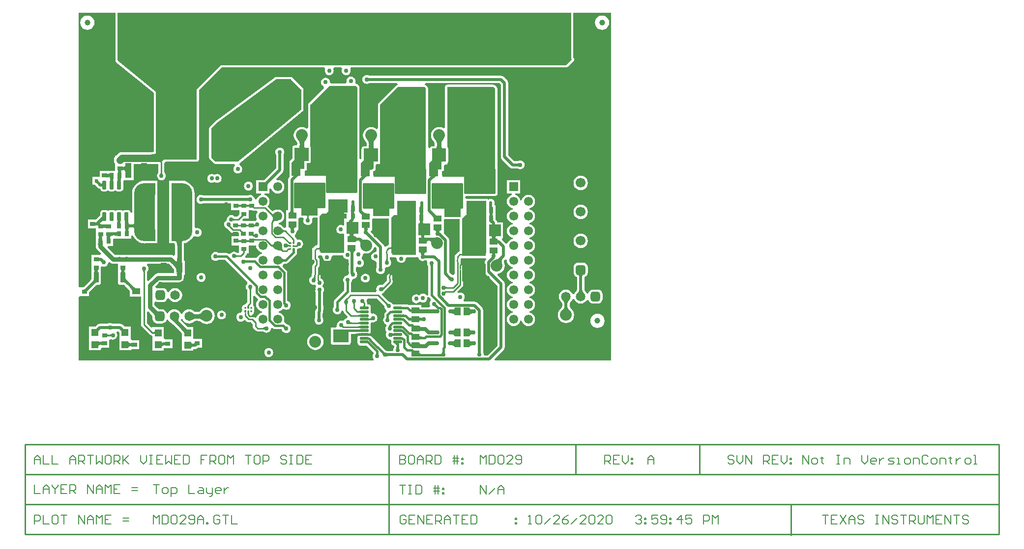
<source format=gtl>
G04*
G04 #@! TF.GenerationSoftware,Altium Limited,Altium Designer,18.1.9 (240)*
G04*
G04 Layer_Physical_Order=1*
G04 Layer_Color=255*
%FSAX44Y44*%
%MOMM*%
G71*
G01*
G75*
%ADD15C,0.2032*%
%ADD16C,0.2540*%
%ADD28R,2.0000X2.0000*%
%ADD29R,2.5000X7.5000*%
%ADD30R,2.0000X2.0000*%
%ADD31O,3.6000X10.0000*%
G04:AMPARAMS|DCode=32|XSize=1.5mm|YSize=0.45mm|CornerRadius=0.0495mm|HoleSize=0mm|Usage=FLASHONLY|Rotation=0.000|XOffset=0mm|YOffset=0mm|HoleType=Round|Shape=RoundedRectangle|*
%AMROUNDEDRECTD32*
21,1,1.5000,0.3510,0,0,0.0*
21,1,1.4010,0.4500,0,0,0.0*
1,1,0.0990,0.7005,-0.1755*
1,1,0.0990,-0.7005,-0.1755*
1,1,0.0990,-0.7005,0.1755*
1,1,0.0990,0.7005,0.1755*
%
%ADD32ROUNDEDRECTD32*%
%ADD33R,1.2000X1.2000*%
G04:AMPARAMS|DCode=34|XSize=3.25mm|YSize=3.43mm|CornerRadius=0.0488mm|HoleSize=0mm|Usage=FLASHONLY|Rotation=0.000|XOffset=0mm|YOffset=0mm|HoleType=Round|Shape=RoundedRectangle|*
%AMROUNDEDRECTD34*
21,1,3.2500,3.3325,0,0,0.0*
21,1,3.1525,3.4300,0,0,0.0*
1,1,0.0975,1.5763,-1.6663*
1,1,0.0975,-1.5763,-1.6663*
1,1,0.0975,-1.5763,1.6663*
1,1,0.0975,1.5763,1.6663*
%
%ADD34ROUNDEDRECTD34*%
G04:AMPARAMS|DCode=38|XSize=0.6mm|YSize=1.45mm|CornerRadius=0.051mm|HoleSize=0mm|Usage=FLASHONLY|Rotation=0.000|XOffset=0mm|YOffset=0mm|HoleType=Round|Shape=RoundedRectangle|*
%AMROUNDEDRECTD38*
21,1,0.6000,1.3480,0,0,0.0*
21,1,0.4980,1.4500,0,0,0.0*
1,1,0.1020,0.2490,-0.6740*
1,1,0.1020,-0.2490,-0.6740*
1,1,0.1020,-0.2490,0.6740*
1,1,0.1020,0.2490,0.6740*
%
%ADD38ROUNDEDRECTD38*%
G04:AMPARAMS|DCode=39|XSize=3.2mm|YSize=1.75mm|CornerRadius=0.0525mm|HoleSize=0mm|Usage=FLASHONLY|Rotation=0.000|XOffset=0mm|YOffset=0mm|HoleType=Round|Shape=RoundedRectangle|*
%AMROUNDEDRECTD39*
21,1,3.2000,1.6450,0,0,0.0*
21,1,3.0950,1.7500,0,0,0.0*
1,1,0.1050,1.5475,-0.8225*
1,1,0.1050,-1.5475,-0.8225*
1,1,0.1050,-1.5475,0.8225*
1,1,0.1050,1.5475,0.8225*
%
%ADD39ROUNDEDRECTD39*%
G04:AMPARAMS|DCode=40|XSize=0.9mm|YSize=1.75mm|CornerRadius=0.0495mm|HoleSize=0mm|Usage=FLASHONLY|Rotation=0.000|XOffset=0mm|YOffset=0mm|HoleType=Round|Shape=RoundedRectangle|*
%AMROUNDEDRECTD40*
21,1,0.9000,1.6510,0,0,0.0*
21,1,0.8010,1.7500,0,0,0.0*
1,1,0.0990,0.4005,-0.8255*
1,1,0.0990,-0.4005,-0.8255*
1,1,0.0990,-0.4005,0.8255*
1,1,0.0990,0.4005,0.8255*
%
%ADD40ROUNDEDRECTD40*%
G04:AMPARAMS|DCode=41|XSize=3.1mm|YSize=4mm|CornerRadius=0.0465mm|HoleSize=0mm|Usage=FLASHONLY|Rotation=270.000|XOffset=0mm|YOffset=0mm|HoleType=Round|Shape=RoundedRectangle|*
%AMROUNDEDRECTD41*
21,1,3.1000,3.9070,0,0,270.0*
21,1,3.0070,4.0000,0,0,270.0*
1,1,0.0930,-1.9535,-1.5035*
1,1,0.0930,-1.9535,1.5035*
1,1,0.0930,1.9535,1.5035*
1,1,0.0930,1.9535,-1.5035*
%
%ADD41ROUNDEDRECTD41*%
%ADD42R,2.6000X1.1000*%
%ADD43R,1.1000X2.6000*%
%ADD44R,1.1000X1.7500*%
%ADD45R,0.8000X0.8500*%
%ADD46R,0.5000X0.6000*%
%ADD47R,1.4000X1.1000*%
%ADD48R,0.8500X0.8000*%
%ADD49C,1.0000*%
%ADD50R,1.1000X1.4000*%
%ADD78C,1.6500*%
%ADD82C,1.8000*%
%ADD86R,0.6000X0.6000*%
%ADD87R,0.2540X0.2540*%
G04:AMPARAMS|DCode=88|XSize=0.3mm|YSize=0.45mm|CornerRadius=0.1005mm|HoleSize=0mm|Usage=FLASHONLY|Rotation=90.000|XOffset=0mm|YOffset=0mm|HoleType=Round|Shape=RoundedRectangle|*
%AMROUNDEDRECTD88*
21,1,0.3000,0.2490,0,0,90.0*
21,1,0.0990,0.4500,0,0,90.0*
1,1,0.2010,0.1245,0.0495*
1,1,0.2010,0.1245,-0.0495*
1,1,0.2010,-0.1245,-0.0495*
1,1,0.2010,-0.1245,0.0495*
%
%ADD88ROUNDEDRECTD88*%
G04:AMPARAMS|DCode=89|XSize=0.3mm|YSize=0.4mm|CornerRadius=0.1005mm|HoleSize=0mm|Usage=FLASHONLY|Rotation=90.000|XOffset=0mm|YOffset=0mm|HoleType=Round|Shape=RoundedRectangle|*
%AMROUNDEDRECTD89*
21,1,0.3000,0.1990,0,0,90.0*
21,1,0.0990,0.4000,0,0,90.0*
1,1,0.2010,0.0995,0.0495*
1,1,0.2010,0.0995,-0.0495*
1,1,0.2010,-0.0995,-0.0495*
1,1,0.2010,-0.0995,0.0495*
%
%ADD89ROUNDEDRECTD89*%
G04:AMPARAMS|DCode=90|XSize=4.34mm|YSize=5.4mm|CornerRadius=0.1085mm|HoleSize=0mm|Usage=FLASHONLY|Rotation=90.000|XOffset=0mm|YOffset=0mm|HoleType=Round|Shape=RoundedRectangle|*
%AMROUNDEDRECTD90*
21,1,4.3400,5.1830,0,0,90.0*
21,1,4.1230,5.4000,0,0,90.0*
1,1,0.2170,2.5915,2.0615*
1,1,0.2170,2.5915,-2.0615*
1,1,0.2170,-2.5915,-2.0615*
1,1,0.2170,-2.5915,2.0615*
%
%ADD90ROUNDEDRECTD90*%
G04:AMPARAMS|DCode=91|XSize=0.86mm|YSize=0.51mm|CornerRadius=0.0995mm|HoleSize=0mm|Usage=FLASHONLY|Rotation=90.000|XOffset=0mm|YOffset=0mm|HoleType=Round|Shape=RoundedRectangle|*
%AMROUNDEDRECTD91*
21,1,0.8600,0.3111,0,0,90.0*
21,1,0.6611,0.5100,0,0,90.0*
1,1,0.1989,0.1556,0.3306*
1,1,0.1989,0.1556,-0.3306*
1,1,0.1989,-0.1556,-0.3306*
1,1,0.1989,-0.1556,0.3306*
%
%ADD91ROUNDEDRECTD91*%
G04:AMPARAMS|DCode=92|XSize=2.95mm|YSize=4.9mm|CornerRadius=0.1032mm|HoleSize=0mm|Usage=FLASHONLY|Rotation=270.000|XOffset=0mm|YOffset=0mm|HoleType=Round|Shape=RoundedRectangle|*
%AMROUNDEDRECTD92*
21,1,2.9500,4.6935,0,0,270.0*
21,1,2.7435,4.9000,0,0,270.0*
1,1,0.2065,-2.3468,-1.3718*
1,1,0.2065,-2.3468,1.3718*
1,1,0.2065,2.3468,1.3718*
1,1,0.2065,2.3468,-1.3718*
%
%ADD92ROUNDEDRECTD92*%
G04:AMPARAMS|DCode=93|XSize=0.3mm|YSize=0.45mm|CornerRadius=0.1005mm|HoleSize=0mm|Usage=FLASHONLY|Rotation=180.000|XOffset=0mm|YOffset=0mm|HoleType=Round|Shape=RoundedRectangle|*
%AMROUNDEDRECTD93*
21,1,0.3000,0.2490,0,0,180.0*
21,1,0.0990,0.4500,0,0,180.0*
1,1,0.2010,-0.0495,0.1245*
1,1,0.2010,0.0495,0.1245*
1,1,0.2010,0.0495,-0.1245*
1,1,0.2010,-0.0495,-0.1245*
%
%ADD93ROUNDEDRECTD93*%
G04:AMPARAMS|DCode=94|XSize=0.3mm|YSize=0.4mm|CornerRadius=0.1005mm|HoleSize=0mm|Usage=FLASHONLY|Rotation=180.000|XOffset=0mm|YOffset=0mm|HoleType=Round|Shape=RoundedRectangle|*
%AMROUNDEDRECTD94*
21,1,0.3000,0.1990,0,0,180.0*
21,1,0.0990,0.4000,0,0,180.0*
1,1,0.2010,-0.0495,0.0995*
1,1,0.2010,0.0495,0.0995*
1,1,0.2010,0.0495,-0.0995*
1,1,0.2010,-0.0495,-0.0995*
%
%ADD94ROUNDEDRECTD94*%
%ADD95C,0.3810*%
%ADD96C,0.5080*%
%ADD97C,0.6350*%
%ADD98C,0.7620*%
%ADD99C,1.2700*%
G04:AMPARAMS|DCode=100|XSize=1.65mm|YSize=1.65mm|CornerRadius=0.4125mm|HoleSize=0mm|Usage=FLASHONLY|Rotation=0.000|XOffset=0mm|YOffset=0mm|HoleType=Round|Shape=RoundedRectangle|*
%AMROUNDEDRECTD100*
21,1,1.6500,0.8250,0,0,0.0*
21,1,0.8250,1.6500,0,0,0.0*
1,1,0.8250,0.4125,-0.4125*
1,1,0.8250,-0.4125,-0.4125*
1,1,0.8250,-0.4125,0.4125*
1,1,0.8250,0.4125,0.4125*
%
%ADD100ROUNDEDRECTD100*%
%ADD101C,1.5500*%
%ADD102R,1.5500X1.5500*%
%ADD103R,1.8000X1.8000*%
%ADD104C,1.7000*%
G04:AMPARAMS|DCode=105|XSize=1.7mm|YSize=1.7mm|CornerRadius=0.425mm|HoleSize=0mm|Usage=FLASHONLY|Rotation=90.000|XOffset=0mm|YOffset=0mm|HoleType=Round|Shape=RoundedRectangle|*
%AMROUNDEDRECTD105*
21,1,1.7000,0.8500,0,0,90.0*
21,1,0.8500,1.7000,0,0,90.0*
1,1,0.8500,0.4250,0.4250*
1,1,0.8500,0.4250,-0.4250*
1,1,0.8500,-0.4250,-0.4250*
1,1,0.8500,-0.4250,0.4250*
%
%ADD105ROUNDEDRECTD105*%
%ADD106C,2.0320*%
%ADD107C,0.5000*%
%ADD108C,0.7620*%
G36*
X01110388Y00401166D02*
X00910972D01*
X00910000Y00403512D01*
X00925836Y00419348D01*
X00927240Y00421448D01*
X00927732Y00423926D01*
Y00533146D01*
X00927240Y00535624D01*
X00925836Y00537724D01*
X00915121Y00548439D01*
X00916032Y00551121D01*
X00917285Y00551286D01*
X00920683Y00552693D01*
X00923602Y00554933D01*
X00925841Y00557851D01*
X00927248Y00561249D01*
X00927729Y00564896D01*
X00927248Y00568543D01*
X00926812Y00569595D01*
X00926778Y00569850D01*
X00926478Y00570718D01*
X00926317Y00571358D01*
X00926235Y00571909D01*
X00926217Y00572372D01*
X00926249Y00572760D01*
X00926320Y00573093D01*
X00926429Y00573396D01*
X00926584Y00573695D01*
X00926744Y00573926D01*
X00928933Y00576115D01*
X00931339Y00574928D01*
X00931188Y00573786D01*
X00931586Y00570768D01*
X00932750Y00567956D01*
X00934603Y00565541D01*
X00937018Y00563688D01*
X00939830Y00562524D01*
X00941020Y00562367D01*
Y00559805D01*
X00939830Y00559648D01*
X00937018Y00558484D01*
X00934603Y00556631D01*
X00932750Y00554216D01*
X00931586Y00551404D01*
X00931188Y00548386D01*
X00931586Y00545368D01*
X00932750Y00542556D01*
X00934603Y00540141D01*
X00937018Y00538288D01*
X00939830Y00537124D01*
X00941020Y00536967D01*
Y00534405D01*
X00939830Y00534248D01*
X00937018Y00533084D01*
X00934603Y00531231D01*
X00932750Y00528816D01*
X00931586Y00526004D01*
X00931188Y00522986D01*
X00931586Y00519968D01*
X00932750Y00517156D01*
X00934603Y00514741D01*
X00937018Y00512888D01*
X00939830Y00511724D01*
X00941020Y00511567D01*
Y00509005D01*
X00939830Y00508848D01*
X00937018Y00507684D01*
X00934603Y00505831D01*
X00932750Y00503416D01*
X00931586Y00500604D01*
X00931188Y00497586D01*
X00931586Y00494568D01*
X00932750Y00491756D01*
X00934603Y00489341D01*
X00937018Y00487488D01*
X00939830Y00486324D01*
X00941020Y00486167D01*
Y00483605D01*
X00939830Y00483448D01*
X00937018Y00482284D01*
X00934603Y00480431D01*
X00932750Y00478016D01*
X00931586Y00475204D01*
X00931188Y00472186D01*
X00931586Y00469168D01*
X00932750Y00466356D01*
X00934603Y00463941D01*
X00937018Y00462088D01*
X00939830Y00460924D01*
X00942848Y00460526D01*
X00945866Y00460924D01*
X00948678Y00462088D01*
X00951093Y00463941D01*
X00952946Y00466356D01*
X00954110Y00469168D01*
X00954267Y00470358D01*
X00956829D01*
X00956986Y00469168D01*
X00958150Y00466356D01*
X00960003Y00463941D01*
X00962418Y00462088D01*
X00965230Y00460924D01*
X00968248Y00460526D01*
X00971266Y00460924D01*
X00974078Y00462088D01*
X00976493Y00463941D01*
X00978346Y00466356D01*
X00979510Y00469168D01*
X00979908Y00472186D01*
X00979510Y00475204D01*
X00978346Y00478016D01*
X00976493Y00480431D01*
X00974078Y00482284D01*
X00971266Y00483448D01*
X00970076Y00483605D01*
Y00486167D01*
X00971266Y00486324D01*
X00974078Y00487488D01*
X00976493Y00489341D01*
X00978346Y00491756D01*
X00979510Y00494568D01*
X00979908Y00497586D01*
X00979510Y00500604D01*
X00978346Y00503416D01*
X00976493Y00505831D01*
X00974078Y00507684D01*
X00971266Y00508848D01*
X00970076Y00509005D01*
Y00511567D01*
X00971266Y00511724D01*
X00974078Y00512888D01*
X00976493Y00514741D01*
X00978346Y00517156D01*
X00979510Y00519968D01*
X00979908Y00522986D01*
X00979510Y00526004D01*
X00978346Y00528816D01*
X00976493Y00531231D01*
X00974078Y00533084D01*
X00971266Y00534248D01*
X00970076Y00534405D01*
Y00536967D01*
X00971266Y00537124D01*
X00974078Y00538288D01*
X00976493Y00540141D01*
X00978346Y00542556D01*
X00979510Y00545368D01*
X00979908Y00548386D01*
X00979510Y00551404D01*
X00978346Y00554216D01*
X00976493Y00556631D01*
X00974078Y00558484D01*
X00971266Y00559648D01*
X00970076Y00559805D01*
Y00562367D01*
X00971266Y00562524D01*
X00974078Y00563688D01*
X00976493Y00565541D01*
X00978346Y00567956D01*
X00979510Y00570768D01*
X00979908Y00573786D01*
X00979510Y00576804D01*
X00978346Y00579616D01*
X00976493Y00582031D01*
X00974078Y00583884D01*
X00971266Y00585048D01*
X00970076Y00585205D01*
Y00587767D01*
X00971266Y00587924D01*
X00974078Y00589088D01*
X00976493Y00590941D01*
X00978346Y00593356D01*
X00979510Y00596168D01*
X00979908Y00599186D01*
X00979510Y00602204D01*
X00978346Y00605016D01*
X00976493Y00607431D01*
X00974078Y00609284D01*
X00971266Y00610448D01*
X00970076Y00610605D01*
Y00613167D01*
X00971266Y00613324D01*
X00974078Y00614488D01*
X00976493Y00616341D01*
X00978346Y00618756D01*
X00979510Y00621568D01*
X00979908Y00624586D01*
X00979510Y00627604D01*
X00978346Y00630416D01*
X00976493Y00632831D01*
X00974078Y00634684D01*
X00971266Y00635848D01*
X00970076Y00636005D01*
Y00638567D01*
X00971266Y00638724D01*
X00974078Y00639888D01*
X00976493Y00641741D01*
X00978346Y00644156D01*
X00979510Y00646968D01*
X00979908Y00649986D01*
X00979510Y00653004D01*
X00978346Y00655816D01*
X00976493Y00658231D01*
X00974078Y00660084D01*
X00971266Y00661248D01*
X00970076Y00661405D01*
Y00663967D01*
X00971266Y00664124D01*
X00974078Y00665288D01*
X00976493Y00667141D01*
X00978346Y00669556D01*
X00979510Y00672368D01*
X00979908Y00675386D01*
X00979510Y00678404D01*
X00978346Y00681216D01*
X00976493Y00683631D01*
X00974078Y00685484D01*
X00971266Y00686648D01*
X00968248Y00687046D01*
X00965230Y00686648D01*
X00962418Y00685484D01*
X00960003Y00683631D01*
X00958150Y00681216D01*
X00956986Y00678404D01*
X00956829Y00677214D01*
X00954267D01*
X00954110Y00678404D01*
X00952946Y00681216D01*
X00951093Y00683631D01*
X00948678Y00685484D01*
X00945866Y00686648D01*
X00945581Y00686686D01*
X00945747Y00689226D01*
X00954408D01*
Y00712346D01*
X00931288D01*
Y00689226D01*
X00939949D01*
X00940116Y00686686D01*
X00939830Y00686648D01*
X00937018Y00685484D01*
X00934603Y00683631D01*
X00932750Y00681216D01*
X00931586Y00678404D01*
X00931188Y00675386D01*
X00931586Y00672368D01*
X00932750Y00669556D01*
X00934603Y00667141D01*
X00937018Y00665288D01*
X00939830Y00664124D01*
X00941020Y00663967D01*
Y00661405D01*
X00939830Y00661248D01*
X00937018Y00660084D01*
X00934603Y00658231D01*
X00932750Y00655816D01*
X00931586Y00653004D01*
X00931188Y00649986D01*
X00931586Y00646968D01*
X00932750Y00644156D01*
X00934603Y00641741D01*
X00937018Y00639888D01*
X00939830Y00638724D01*
X00941020Y00638567D01*
Y00636005D01*
X00939830Y00635848D01*
X00937018Y00634684D01*
X00934603Y00632831D01*
X00932750Y00630416D01*
X00931586Y00627604D01*
X00931188Y00624586D01*
X00931586Y00621568D01*
X00932750Y00618756D01*
X00934603Y00616341D01*
X00937018Y00614488D01*
X00939830Y00613324D01*
X00941020Y00613167D01*
Y00610605D01*
X00939830Y00610448D01*
X00937018Y00609284D01*
X00934603Y00607431D01*
X00932750Y00605016D01*
X00932087Y00603414D01*
X00931030Y00603016D01*
X00929239Y00602901D01*
X00922634Y00609506D01*
X00923686Y00612046D01*
X00924588D01*
Y00639666D01*
X00914559D01*
X00914540Y00639764D01*
X00914444Y00639907D01*
X00914220Y00641034D01*
X00912816Y00643134D01*
X00911938Y00644012D01*
Y00645928D01*
X00911948Y00645992D01*
X00911938Y00646032D01*
Y00650333D01*
X00911982Y00650555D01*
X00912155Y00652438D01*
X00912155D01*
Y00656056D01*
X00912199Y00656278D01*
X00912155Y00656500D01*
Y00664210D01*
X00912172Y00664264D01*
X00912155Y00664486D01*
Y00664495D01*
X00912199Y00664717D01*
X00912155Y00664939D01*
Y00668558D01*
X00909978D01*
X00909971Y00668644D01*
Y00671386D01*
X00909950Y00671488D01*
Y00674691D01*
X00909577Y00676566D01*
X00908516Y00678155D01*
X00906926Y00679217D01*
X00905052Y00679590D01*
X00901941D01*
X00900066Y00679217D01*
X00899036Y00678547D01*
X00899035Y00678550D01*
X00898811Y00678771D01*
X00898605Y00679080D01*
X00898562Y00679123D01*
X00898246Y00679334D01*
X00897971Y00679609D01*
X00897964Y00679612D01*
X00897959Y00679617D01*
X00897607Y00679761D01*
X00897301Y00679965D01*
X00896966Y00680032D01*
X00896962Y00680035D01*
X00896925Y00680042D01*
X00896571Y00680189D01*
X00896233Y00680256D01*
X00895851Y00680256D01*
X00895475Y00680331D01*
X00861735Y00680331D01*
X00859552Y00682240D01*
X00859544Y00682973D01*
X00861329Y00684780D01*
X00910361D01*
X00911446Y00684996D01*
X00911519Y00685010D01*
X00911519Y00685010D01*
X00911520Y00685011D01*
X00911520D01*
X00911520Y00685011D01*
X00912271Y00685160D01*
X00912908Y00685585D01*
X00912919Y00685590D01*
X00912920Y00685590D01*
X00912920Y00685591D01*
X00913033Y00685666D01*
X00913041Y00685675D01*
X00913890Y00686242D01*
X00914972Y00687861D01*
X00915352Y00689771D01*
Y00731001D01*
X00914972Y00732911D01*
X00914759Y00733230D01*
Y00870033D01*
X00914684Y00870409D01*
Y00870791D01*
X00914614Y00871145D01*
X00914468Y00871498D01*
X00914463Y00871520D01*
X00914451Y00871538D01*
X00914197Y00872151D01*
X00914193Y00872173D01*
X00914180Y00872191D01*
X00914034Y00872545D01*
X00913834Y00872845D01*
X00913563Y00873115D01*
X00913351Y00873433D01*
X00911352Y00875432D01*
X00911034Y00875645D01*
X00910763Y00875915D01*
X00910463Y00876116D01*
X00910110Y00876262D01*
X00910091Y00876274D01*
X00910070Y00876279D01*
X00909457Y00876533D01*
X00909438Y00876545D01*
X00909417Y00876549D01*
X00909063Y00876696D01*
X00908710Y00876766D01*
X00908327D01*
X00907952Y00876841D01*
X00828931Y00876841D01*
X00828555Y00876766D01*
X00828173D01*
X00827854Y00876702D01*
X00827500Y00876556D01*
X00827444Y00876545D01*
X00827396Y00876513D01*
X00826453Y00876122D01*
X00826453Y00876122D01*
X00825381Y00875051D01*
X00825381Y00875051D01*
X00824991Y00874107D01*
X00824959Y00874060D01*
X00824948Y00874004D01*
X00824801Y00873650D01*
X00824738Y00873331D01*
Y00872948D01*
X00824663Y00872573D01*
X00824663Y00802758D01*
X00822123Y00801505D01*
X00821623Y00801889D01*
X00818225Y00803296D01*
X00814578Y00803776D01*
X00810931Y00803296D01*
X00807533Y00801889D01*
X00804614Y00799650D01*
X00802375Y00796731D01*
X00800968Y00793333D01*
X00800488Y00789686D01*
X00800968Y00786039D01*
X00802375Y00782641D01*
X00804614Y00779723D01*
X00804852Y00779540D01*
X00805160Y00779214D01*
X00805521Y00778762D01*
X00805835Y00778296D01*
X00806104Y00777812D01*
X00806333Y00777303D01*
X00806523Y00776763D01*
X00806675Y00776184D01*
X00806787Y00775562D01*
X00806857Y00774891D01*
X00806880Y00774194D01*
X00806850Y00773023D01*
X00806759Y00771990D01*
X00806624Y00771177D01*
X00806499Y00770711D01*
X00803531D01*
X00802641Y00770711D01*
X00802147Y00770636D01*
X00801883Y00770636D01*
X00801851Y00770630D01*
X00801564Y00770573D01*
X00801560Y00770571D01*
X00801088Y00770476D01*
Y00770376D01*
X00800163Y00769993D01*
X00799091Y00768921D01*
X00798701Y00767978D01*
X00798669Y00767930D01*
X00798658Y00767874D01*
X00798512Y00767520D01*
X00798448Y00767201D01*
X00798397Y00767186D01*
X00795857Y00769088D01*
Y00870108D01*
X00795782Y00870484D01*
Y00870866D01*
X00795712Y00871220D01*
X00795565Y00871573D01*
X00795561Y00871595D01*
X00795549Y00871613D01*
X00795295Y00872226D01*
X00795290Y00872248D01*
X00795278Y00872267D01*
X00795132Y00872620D01*
X00794931Y00872920D01*
X00794661Y00873190D01*
X00794448Y00873508D01*
X00792449Y00875507D01*
X00792131Y00875720D01*
X00791861Y00875991D01*
X00791561Y00876191D01*
X00791208Y00876337D01*
X00791189Y00876349D01*
X00791167Y00876354D01*
X00790555Y00876608D01*
X00790536Y00876620D01*
X00790514Y00876624D01*
X00790161Y00876771D01*
X00789807Y00876841D01*
X00789790Y00876898D01*
X00791682Y00879438D01*
X00918548D01*
X00920774Y00877211D01*
Y00752496D01*
X00921267Y00750018D01*
X00922670Y00747917D01*
X00936487Y00734101D01*
X00938587Y00732697D01*
X00941065Y00732205D01*
X00950031D01*
X00950267Y00732023D01*
X00952121Y00731255D01*
X00954110Y00730993D01*
X00956100Y00731255D01*
X00957953Y00732023D01*
X00959545Y00733244D01*
X00960767Y00734836D01*
X00961534Y00736690D01*
X00961796Y00738679D01*
X00961534Y00740668D01*
X00960767Y00742522D01*
X00959545Y00744114D01*
X00957953Y00745335D01*
X00956100Y00746103D01*
X00954110Y00746365D01*
X00952121Y00746103D01*
X00950267Y00745335D01*
X00950046Y00745165D01*
X00949825Y00745153D01*
X00943747D01*
X00933723Y00755177D01*
Y00879893D01*
X00933230Y00882371D01*
X00931826Y00884471D01*
X00925807Y00890490D01*
X00923707Y00891894D01*
X00921229Y00892387D01*
X00694198D01*
X00693961Y00892568D01*
X00692107Y00893336D01*
X00690118Y00893598D01*
X00688129Y00893336D01*
X00686275Y00892568D01*
X00684683Y00891347D01*
X00683462Y00889755D01*
X00682694Y00887901D01*
X00682432Y00885912D01*
X00682694Y00883923D01*
X00683462Y00882069D01*
X00684683Y00880478D01*
X00686275Y00879256D01*
X00688129Y00878488D01*
X00690118Y00878226D01*
X00692107Y00878488D01*
X00693961Y00879256D01*
X00694182Y00879426D01*
X00694404Y00879438D01*
X00741462D01*
X00743354Y00876898D01*
X00743337Y00876841D01*
X00742983Y00876771D01*
X00742630Y00876624D01*
X00742608Y00876620D01*
X00742589Y00876608D01*
X00741977Y00876354D01*
X00741955Y00876349D01*
X00741936Y00876337D01*
X00741583Y00876191D01*
X00741283Y00875991D01*
X00741013Y00875720D01*
X00740695Y00875507D01*
X00710502Y00845314D01*
X00710289Y00844996D01*
X00710018Y00844726D01*
X00709818Y00844426D01*
X00709672Y00844072D01*
X00709660Y00844054D01*
X00709655Y00844032D01*
X00709401Y00843419D01*
X00709389Y00843401D01*
X00709385Y00843379D01*
X00709238Y00843026D01*
X00709168Y00842672D01*
Y00842290D01*
X00709093Y00841914D01*
X00709093Y00801565D01*
X00706553Y00800368D01*
X00704571Y00801889D01*
X00701173Y00803296D01*
X00697526Y00803776D01*
X00693879Y00803296D01*
X00690481Y00801889D01*
X00687562Y00799650D01*
X00685323Y00796731D01*
X00683916Y00793333D01*
X00683435Y00789686D01*
X00683916Y00786039D01*
X00685323Y00782641D01*
X00687562Y00779723D01*
X00687800Y00779540D01*
X00688108Y00779214D01*
X00688469Y00778762D01*
X00688783Y00778296D01*
X00689052Y00777812D01*
X00689281Y00777303D01*
X00689471Y00776763D01*
X00689623Y00776184D01*
X00689735Y00775562D01*
X00689805Y00774891D01*
X00689834Y00774042D01*
X00689840Y00774013D01*
Y00773121D01*
X00689833Y00773087D01*
X00689798Y00771753D01*
X00689707Y00770720D01*
X00689705Y00770711D01*
X00685269D01*
X00684893Y00770636D01*
X00684511D01*
X00684192Y00770573D01*
X00683838Y00770426D01*
X00683782Y00770415D01*
X00683734Y00770383D01*
X00682791Y00769993D01*
X00682791Y00769993D01*
X00681720Y00768921D01*
X00681720Y00768921D01*
X00681329Y00767978D01*
X00681297Y00767930D01*
X00681286Y00767874D01*
X00681139Y00767520D01*
X00681076Y00767201D01*
Y00766819D01*
X00681001Y00766443D01*
Y00749110D01*
X00680033Y00748372D01*
X00677493Y00749631D01*
Y00871853D01*
X00677418Y00872229D01*
Y00872611D01*
X00677348Y00872965D01*
X00677201Y00873318D01*
X00677197Y00873340D01*
X00677185Y00873359D01*
X00676931Y00873971D01*
X00676926Y00873993D01*
X00676914Y00874012D01*
X00676768Y00874365D01*
X00676568Y00874665D01*
X00676297Y00874935D01*
X00676084Y00875253D01*
X00674085Y00877252D01*
X00673767Y00877465D01*
X00673497Y00877735D01*
X00673092Y00878006D01*
X00672738Y00878152D01*
X00672420Y00878365D01*
X00672045Y00878440D01*
X00671692Y00878586D01*
X00670718Y00879599D01*
X00670504Y00879967D01*
X00670109Y00881170D01*
X00670112Y00881201D01*
X00670370Y00883159D01*
X00670108Y00885149D01*
X00669341Y00887002D01*
X00668119Y00888594D01*
X00666527Y00889816D01*
X00664674Y00890583D01*
X00662684Y00890845D01*
X00660695Y00890583D01*
X00658842Y00889816D01*
X00657250Y00888594D01*
X00656028Y00887002D01*
X00655261Y00885149D01*
X00654999Y00883159D01*
X00655257Y00881201D01*
X00655260Y00881170D01*
X00653551Y00878661D01*
X00628857D01*
X00626684Y00881126D01*
X00626422Y00883115D01*
X00625654Y00884969D01*
X00624433Y00886561D01*
X00622841Y00887782D01*
X00620987Y00888550D01*
X00618998Y00888812D01*
X00617009Y00888550D01*
X00615155Y00887782D01*
X00613563Y00886561D01*
X00612342Y00884969D01*
X00611574Y00883115D01*
X00611312Y00881126D01*
X00611574Y00879137D01*
X00612342Y00877283D01*
X00613563Y00875691D01*
X00615155Y00874470D01*
X00615722Y00874235D01*
X00616434Y00871356D01*
X00590405Y00845327D01*
X00590192Y00845008D01*
X00589922Y00844738D01*
X00589721Y00844438D01*
X00589575Y00844085D01*
X00589563Y00844066D01*
X00589558Y00844044D01*
X00589305Y00843431D01*
X00589292Y00843413D01*
X00589288Y00843391D01*
X00589141Y00843038D01*
X00589071Y00842684D01*
Y00842302D01*
X00588996Y00841926D01*
Y00802287D01*
X00586456Y00801035D01*
X00585343Y00801889D01*
X00581945Y00803296D01*
X00578298Y00803776D01*
X00574651Y00803296D01*
X00571253Y00801889D01*
X00568335Y00799650D01*
X00566095Y00796731D01*
X00564688Y00793333D01*
X00564207Y00789686D01*
X00564688Y00786039D01*
X00566095Y00782641D01*
X00568335Y00779723D01*
X00568572Y00779540D01*
X00568880Y00779214D01*
X00569241Y00778762D01*
X00569555Y00778296D01*
X00569824Y00777812D01*
X00570053Y00777303D01*
X00570243Y00776763D01*
X00570395Y00776184D01*
X00570507Y00775562D01*
X00570577Y00774891D01*
X00570591Y00774474D01*
X00569820Y00771981D01*
X00566041D01*
X00565665Y00771906D01*
X00565283D01*
X00564964Y00771843D01*
X00564610Y00771696D01*
X00564554Y00771685D01*
X00564506Y00771653D01*
X00563563Y00771263D01*
X00563563Y00771263D01*
X00562491Y00770191D01*
X00562491Y00770191D01*
X00562101Y00769248D01*
X00562069Y00769200D01*
X00562058Y00769144D01*
X00561911Y00768790D01*
X00561848Y00768471D01*
Y00768089D01*
X00561773Y00767713D01*
Y00749385D01*
X00558102Y00745713D01*
X00557889Y00745395D01*
X00557618Y00745125D01*
X00557418Y00744825D01*
X00557272Y00744472D01*
X00557260Y00744453D01*
X00557255Y00744431D01*
X00557001Y00743819D01*
X00556989Y00743800D01*
X00556985Y00743778D01*
X00556838Y00743425D01*
X00556768Y00743071D01*
Y00742689D01*
X00556693Y00742313D01*
Y00728336D01*
Y00720219D01*
X00556768Y00719843D01*
Y00719461D01*
X00556844Y00719078D01*
X00556991Y00718725D01*
X00557065Y00718349D01*
X00557173Y00718188D01*
X00556420Y00717435D01*
X00555016Y00715334D01*
X00554524Y00712857D01*
Y00660381D01*
X00554509Y00660212D01*
X00550912D01*
Y00641592D01*
Y00631167D01*
X00550247Y00630622D01*
X00548448Y00629842D01*
X00548139Y00629984D01*
X00547739Y00630210D01*
X00547262Y00630526D01*
X00546753Y00630909D01*
X00545429Y00632068D01*
X00544808Y00632681D01*
X00544693Y00632831D01*
X00542278Y00634684D01*
X00539466Y00635848D01*
X00538276Y00636005D01*
Y00638567D01*
X00539466Y00638724D01*
X00542278Y00639888D01*
X00544693Y00641741D01*
X00546546Y00644156D01*
X00547710Y00646968D01*
X00548108Y00649986D01*
X00547710Y00653004D01*
X00546546Y00655816D01*
X00544693Y00658231D01*
X00542278Y00660084D01*
X00539466Y00661248D01*
X00536448Y00661646D01*
X00533430Y00661248D01*
X00530618Y00660084D01*
X00528563Y00658507D01*
X00528500Y00658472D01*
X00526472Y00659694D01*
X00526298Y00659841D01*
X00519275Y00666864D01*
X00519293Y00667141D01*
X00521146Y00669556D01*
X00522310Y00672368D01*
X00522708Y00675386D01*
X00522310Y00678404D01*
X00521146Y00681216D01*
X00519293Y00683631D01*
X00516878Y00685484D01*
X00514066Y00686648D01*
X00513781Y00686686D01*
X00513947Y00689226D01*
X00522608D01*
Y00697887D01*
X00525148Y00698054D01*
X00525186Y00697768D01*
X00526350Y00694956D01*
X00528203Y00692541D01*
X00530618Y00690688D01*
X00533430Y00689524D01*
X00536448Y00689126D01*
X00539466Y00689524D01*
X00542278Y00690688D01*
X00544693Y00692541D01*
X00546546Y00694956D01*
X00547710Y00697768D01*
X00548108Y00700786D01*
X00547710Y00703804D01*
X00546546Y00706616D01*
X00544693Y00709031D01*
X00542278Y00710884D01*
X00539466Y00712048D01*
X00536448Y00712446D01*
X00535306Y00712295D01*
X00534119Y00714701D01*
X00544836Y00725418D01*
X00546240Y00727518D01*
X00546732Y00729996D01*
Y00756396D01*
X00546914Y00756633D01*
X00547682Y00758487D01*
X00547944Y00760476D01*
X00547682Y00762465D01*
X00546914Y00764319D01*
X00545693Y00765911D01*
X00544101Y00767132D01*
X00542247Y00767900D01*
X00540258Y00768162D01*
X00538269Y00767900D01*
X00536415Y00767132D01*
X00534823Y00765911D01*
X00533602Y00764319D01*
X00532834Y00762465D01*
X00532572Y00760476D01*
X00532834Y00758487D01*
X00533602Y00756633D01*
X00533772Y00756412D01*
X00533784Y00756190D01*
Y00732678D01*
X00515075Y00713969D01*
X00514210Y00713166D01*
X00513521Y00712613D01*
X00513139Y00712346D01*
X00511652D01*
X00511583Y00712360D01*
X00511515Y00712346D01*
X00499488D01*
Y00689226D01*
X00508149D01*
X00508316Y00686686D01*
X00508030Y00686648D01*
X00505218Y00685484D01*
X00502803Y00683631D01*
X00500950Y00681216D01*
X00500010Y00678946D01*
X00499420Y00678751D01*
X00499166Y00678774D01*
X00496774Y00680156D01*
X00496667Y00680971D01*
X00495899Y00682824D01*
X00494678Y00684416D01*
X00493086Y00685637D01*
X00491232Y00686405D01*
X00489243Y00686667D01*
X00487254Y00686405D01*
X00485400Y00685637D01*
X00485179Y00685467D01*
X00484957Y00685456D01*
X00408448D01*
X00408211Y00685637D01*
X00406357Y00686405D01*
X00404368Y00686667D01*
X00402379Y00686405D01*
X00400525Y00685637D01*
X00398933Y00684416D01*
X00397712Y00682824D01*
X00396944Y00680971D01*
X00396682Y00678981D01*
X00396944Y00676992D01*
X00397712Y00675138D01*
X00398933Y00673547D01*
X00400525Y00672325D01*
X00402379Y00671557D01*
X00404368Y00671295D01*
X00406357Y00671557D01*
X00408211Y00672325D01*
X00408432Y00672495D01*
X00408654Y00672507D01*
X00456452D01*
Y00660295D01*
X00470422D01*
Y00653927D01*
X00470394Y00653833D01*
X00470422Y00653568D01*
Y00653481D01*
X00470411Y00653393D01*
X00470218Y00653166D01*
X00466448Y00649395D01*
X00462299D01*
X00462284Y00649403D01*
X00462247Y00649425D01*
X00462194Y00649462D01*
X00462123Y00649521D01*
X00461944Y00649693D01*
X00461807Y00649780D01*
X00460383Y00650872D01*
X00458530Y00651640D01*
X00456540Y00651902D01*
X00454551Y00651640D01*
X00452697Y00650872D01*
X00451106Y00649650D01*
X00449884Y00648059D01*
X00449117Y00646205D01*
X00448855Y00644216D01*
X00449013Y00643013D01*
X00448162Y00642661D01*
X00446571Y00641440D01*
X00445349Y00639848D01*
X00444581Y00637994D01*
X00444320Y00636005D01*
X00444581Y00634016D01*
X00445349Y00632162D01*
X00446571Y00630570D01*
X00448162Y00629349D01*
X00448800Y00629085D01*
X00449115Y00628874D01*
X00449384Y00628763D01*
X00449878Y00628527D01*
X00450003Y00628459D01*
X00450400Y00628209D01*
X00450473Y00628156D01*
X00450610Y00628043D01*
X00455724Y00622929D01*
X00457404Y00621806D01*
X00459386Y00621412D01*
X00469193D01*
X00469471Y00621134D01*
X00469744Y00620841D01*
Y00615386D01*
X00456750D01*
Y00599766D01*
X00470238D01*
Y00586535D01*
X00467067D01*
X00467052Y00586542D01*
X00467015Y00586564D01*
X00466962Y00586602D01*
X00466891Y00586660D01*
X00466711Y00586832D01*
X00466575Y00586919D01*
X00465151Y00588011D01*
X00463297Y00588779D01*
X00461308Y00589041D01*
X00459319Y00588779D01*
X00457465Y00588011D01*
X00455874Y00586790D01*
X00455101Y00585782D01*
X00453324Y00585209D01*
X00451913Y00585222D01*
X00450494Y00586169D01*
X00448264Y00586613D01*
X00434410D01*
X00434383Y00586617D01*
X00433308Y00587442D01*
X00431455Y00588210D01*
X00429465Y00588472D01*
X00427476Y00588210D01*
X00425622Y00587442D01*
X00424031Y00586221D01*
X00422809Y00584629D01*
X00422042Y00582775D01*
X00421780Y00580786D01*
X00422042Y00578797D01*
X00422809Y00576943D01*
X00424031Y00575351D01*
X00425622Y00574130D01*
X00427476Y00573362D01*
X00429465Y00573100D01*
X00431455Y00573362D01*
X00433308Y00574130D01*
X00434382Y00574954D01*
X00434442Y00574959D01*
X00445851D01*
X00484017Y00536792D01*
X00484023Y00533595D01*
X00482802Y00532003D01*
X00482034Y00530150D01*
X00481772Y00528161D01*
X00482034Y00526171D01*
X00482802Y00524318D01*
X00483894Y00522894D01*
X00483981Y00522757D01*
X00484153Y00522578D01*
X00484211Y00522507D01*
X00484249Y00522454D01*
X00484271Y00522417D01*
X00484278Y00522402D01*
Y00502271D01*
X00481985Y00499978D01*
X00480863Y00498298D01*
X00480712Y00497538D01*
X00480153D01*
X00478274Y00497165D01*
X00476682Y00496101D01*
X00475617Y00494508D01*
X00475244Y00492629D01*
Y00490639D01*
X00475593Y00488884D01*
X00475244Y00487129D01*
Y00485955D01*
X00473209Y00483789D01*
X00472850Y00483655D01*
X00471065Y00483420D01*
X00469211Y00482652D01*
X00467619Y00481431D01*
X00466398Y00479839D01*
X00465630Y00477985D01*
X00465368Y00475996D01*
X00465630Y00474007D01*
X00466398Y00472153D01*
X00467619Y00470561D01*
X00469211Y00469340D01*
X00471065Y00468572D01*
X00473054Y00468310D01*
X00475043Y00468572D01*
X00476897Y00469340D01*
X00478489Y00470561D01*
X00478501Y00470577D01*
X00481036Y00470743D01*
X00483256Y00468524D01*
X00483256Y00468523D01*
X00484936Y00467401D01*
X00486918Y00467006D01*
X00490450D01*
X00493168Y00464288D01*
Y00460648D01*
X00493563Y00458666D01*
X00494686Y00456986D01*
X00498548Y00453123D01*
X00500228Y00452001D01*
X00502210Y00451606D01*
X00511479D01*
X00511494Y00451599D01*
X00511531Y00451577D01*
X00511584Y00451539D01*
X00511655Y00451480D01*
X00511835Y00451309D01*
X00511972Y00451222D01*
X00513395Y00450130D01*
X00515249Y00449362D01*
X00517238Y00449100D01*
X00519227Y00449362D01*
X00521081Y00450130D01*
X00522673Y00451351D01*
X00523894Y00452943D01*
X00524662Y00454797D01*
X00524882Y00456469D01*
X00525786Y00457057D01*
X00527384Y00457559D01*
X00527802Y00457141D01*
X00529693Y00455878D01*
X00531923Y00455434D01*
X00543689D01*
X00543691Y00455433D01*
X00543707Y00455411D01*
X00543883Y00454067D01*
X00544651Y00452214D01*
X00545873Y00450622D01*
X00547464Y00449401D01*
X00549318Y00448633D01*
X00551307Y00448371D01*
X00553297Y00448633D01*
X00555150Y00449401D01*
X00556742Y00450622D01*
X00557963Y00452214D01*
X00558731Y00454067D01*
X00558993Y00456057D01*
X00558731Y00458046D01*
X00557963Y00459900D01*
X00556742Y00461491D01*
X00555150Y00462713D01*
X00553297Y00463481D01*
X00551954Y00463657D01*
X00551908Y00463696D01*
X00550223Y00465381D01*
X00548333Y00466644D01*
X00547393Y00468402D01*
X00547710Y00469168D01*
X00548108Y00472186D01*
X00547710Y00475204D01*
X00546546Y00478016D01*
X00544693Y00480431D01*
X00542278Y00482284D01*
X00539466Y00483448D01*
X00538276Y00483605D01*
Y00486167D01*
X00539466Y00486324D01*
X00542278Y00487488D01*
X00544693Y00489341D01*
X00545963Y00490996D01*
X00547464Y00489844D01*
X00549318Y00489076D01*
X00551307Y00488814D01*
X00553297Y00489076D01*
X00555150Y00489844D01*
X00556742Y00491065D01*
X00557963Y00492657D01*
X00558731Y00494511D01*
X00558993Y00496500D01*
X00558731Y00498489D01*
X00557963Y00500343D01*
X00556742Y00501935D01*
X00555150Y00503156D01*
X00553297Y00503924D01*
X00553200Y00503937D01*
Y00552911D01*
X00552756Y00555141D01*
X00551493Y00557032D01*
X00545205Y00563320D01*
X00545285Y00565556D01*
X00545645Y00566472D01*
X00545830Y00566635D01*
X00546320Y00567017D01*
X00546773Y00567326D01*
X00547185Y00567566D01*
X00547552Y00567742D01*
X00547874Y00567863D01*
X00548153Y00567939D01*
X00548276Y00567959D01*
X00550102D01*
X00552332Y00568403D01*
X00554222Y00569666D01*
X00568118Y00583562D01*
X00569381Y00585452D01*
X00569825Y00587682D01*
Y00592554D01*
X00569902Y00592943D01*
Y00593454D01*
X00570901Y00593653D01*
X00572380Y00594641D01*
X00572758Y00594591D01*
X00574747Y00594853D01*
X00576601Y00595621D01*
X00578193Y00596842D01*
X00579414Y00598434D01*
X00580182Y00600288D01*
X00580444Y00602277D01*
X00580182Y00604266D01*
X00579414Y00606120D01*
X00578193Y00607711D01*
X00576601Y00608933D01*
X00574747Y00609701D01*
X00572758Y00609963D01*
X00571704Y00609824D01*
X00570658Y00609811D01*
X00568810Y00611639D01*
X00568783Y00611774D01*
X00567660Y00613455D01*
X00566005Y00615110D01*
X00566538Y00618169D01*
X00567157Y00618643D01*
X00568378Y00620235D01*
X00569146Y00622089D01*
X00569408Y00624078D01*
X00571553Y00626592D01*
X00572532D01*
Y00641592D01*
Y00645955D01*
X00574148Y00647826D01*
X00575477D01*
X00575601Y00647743D01*
X00575977Y00647669D01*
X00576330Y00647522D01*
X00576713Y00647446D01*
X00577095D01*
X00577471Y00647371D01*
X00579675D01*
X00581279Y00644831D01*
X00581094Y00644386D01*
X00580832Y00642396D01*
X00581094Y00640407D01*
X00581862Y00638553D01*
X00583083Y00636962D01*
X00584675Y00635740D01*
X00586529Y00634972D01*
X00588518Y00634711D01*
X00590507Y00634972D01*
X00592361Y00635740D01*
X00593953Y00636962D01*
X00595174Y00638553D01*
X00595942Y00640407D01*
X00596204Y00642396D01*
X00595942Y00644386D01*
X00595757Y00644831D01*
X00597361Y00647371D01*
X00604953D01*
Y00604766D01*
X00605003Y00604514D01*
X00604989Y00604288D01*
X00604987Y00604273D01*
X00604987Y00604266D01*
X00604987Y00604258D01*
X00604989Y00604244D01*
X00605003Y00604018D01*
X00604953Y00603767D01*
Y00602307D01*
X00604204Y00599986D01*
X00602222Y00599591D01*
X00600541Y00598469D01*
X00600541Y00598468D01*
X00597556Y00595482D01*
X00597484Y00595376D01*
X00596138D01*
Y00592320D01*
X00596039Y00591820D01*
X00596138Y00591320D01*
Y00589655D01*
X00596063Y00589280D01*
Y00586232D01*
X00596138Y00585857D01*
Y00585716D01*
X00596039Y00585216D01*
Y00576326D01*
X00596433Y00574344D01*
X00597556Y00572663D01*
X00598578Y00571641D01*
Y00568526D01*
X00597556Y00567503D01*
X00596433Y00565823D01*
X00596039Y00563841D01*
Y00551679D01*
X00595163Y00550368D01*
X00594768Y00548386D01*
Y00546101D01*
X00593243Y00544931D01*
X00592022Y00543339D01*
X00591254Y00541485D01*
X00590992Y00539496D01*
X00591254Y00537507D01*
X00592022Y00535653D01*
X00593243Y00534061D01*
X00594835Y00532840D01*
X00596689Y00532072D01*
X00598678Y00531810D01*
X00600667Y00532072D01*
X00601318Y00532342D01*
X00601687Y00531451D01*
X00601985Y00531062D01*
X00603109Y00528723D01*
X00601887Y00527131D01*
X00601119Y00525277D01*
X00600858Y00523288D01*
X00601119Y00521299D01*
X00601887Y00519445D01*
X00602057Y00519224D01*
X00602069Y00519002D01*
Y00496126D01*
X00602364Y00494645D01*
Y00490706D01*
X00602069Y00489224D01*
Y00488480D01*
X00601586Y00487758D01*
X00601094Y00485280D01*
Y00474996D01*
X00600912Y00474759D01*
X00600144Y00472905D01*
X00599882Y00470916D01*
X00600144Y00468927D01*
X00600912Y00467073D01*
X00602133Y00465481D01*
X00603725Y00464260D01*
X00605579Y00463492D01*
X00607568Y00463230D01*
X00609557Y00463492D01*
X00611411Y00464260D01*
X00613003Y00465481D01*
X00614224Y00467073D01*
X00614992Y00468927D01*
X00615254Y00470916D01*
X00614992Y00472905D01*
X00614224Y00474759D01*
X00614054Y00474980D01*
X00614042Y00475202D01*
Y00483056D01*
X00614525Y00483778D01*
X00615018Y00486255D01*
Y00488037D01*
X00615312Y00489519D01*
Y00495832D01*
X00615018Y00497313D01*
Y00519209D01*
X00615199Y00519445D01*
X00615967Y00521299D01*
X00616229Y00523288D01*
X00615967Y00525277D01*
X00615199Y00527131D01*
X00614901Y00527520D01*
X00613778Y00529859D01*
X00614999Y00531451D01*
X00615767Y00533304D01*
X00616029Y00535294D01*
X00615767Y00537283D01*
X00614999Y00539137D01*
X00613778Y00540728D01*
X00612186Y00541950D01*
X00611433Y00542262D01*
X00611378Y00542536D01*
Y00542677D01*
X00611453Y00543052D01*
Y00546100D01*
X00611378Y00546475D01*
Y00547116D01*
X00611250D01*
X00611157Y00547587D01*
X00610315Y00548847D01*
X00609055Y00549689D01*
X00607568Y00549985D01*
X00606398D01*
Y00561695D01*
X00607421Y00562718D01*
X00608543Y00564399D01*
X00608937Y00566381D01*
Y00573786D01*
X00608543Y00575768D01*
X00607421Y00577449D01*
X00606398Y00578471D01*
Y00581487D01*
X00608937Y00582843D01*
X00609225Y00582651D01*
X00610893Y00582319D01*
X00612103D01*
X00614049Y00579779D01*
X00613994Y00579366D01*
X00614256Y00577377D01*
X00615024Y00575523D01*
X00616245Y00573931D01*
X00617837Y00572710D01*
X00619691Y00571942D01*
X00621680Y00571680D01*
X00623669Y00571942D01*
X00625523Y00572710D01*
X00627115Y00573931D01*
X00628336Y00575523D01*
X00629104Y00577377D01*
X00629366Y00579366D01*
X00629311Y00579779D01*
X00631257Y00582319D01*
X00649533D01*
X00649674Y00581245D01*
X00650442Y00579391D01*
X00651663Y00577799D01*
X00653255Y00576578D01*
X00655109Y00575810D01*
X00657098Y00575548D01*
X00658244Y00574544D01*
Y00550926D01*
X00658282Y00550732D01*
X00657617Y00549380D01*
X00657426Y00549107D01*
X00655936Y00548173D01*
X00655109Y00548064D01*
X00653255Y00547296D01*
X00651663Y00546075D01*
X00650442Y00544483D01*
X00649674Y00542630D01*
X00649412Y00540640D01*
X00649674Y00538651D01*
X00650442Y00536798D01*
X00651266Y00535723D01*
X00651271Y00535664D01*
Y00522598D01*
X00635198Y00506524D01*
X00633935Y00504634D01*
X00633491Y00502404D01*
Y00493641D01*
X00633487Y00493614D01*
X00632662Y00492539D01*
X00631894Y00490685D01*
X00631632Y00488696D01*
X00631894Y00486707D01*
X00632662Y00484853D01*
X00633883Y00483261D01*
X00635475Y00482040D01*
X00637329Y00481272D01*
X00639318Y00481010D01*
X00641307Y00481272D01*
X00643161Y00482040D01*
X00644753Y00483261D01*
X00645974Y00484853D01*
X00646742Y00486707D01*
X00646839Y00487440D01*
X00649379Y00487274D01*
Y00486918D01*
X00649773Y00484936D01*
X00650895Y00483256D01*
X00656899Y00477252D01*
X00655989Y00474570D01*
X00655437Y00474497D01*
X00653583Y00473729D01*
X00651991Y00472508D01*
X00650770Y00470916D01*
X00648208Y00469704D01*
X00646219Y00469966D01*
X00644230Y00469704D01*
X00642376Y00468936D01*
X00640784Y00467715D01*
X00639563Y00466123D01*
X00638795Y00464269D01*
X00638533Y00462280D01*
X00638705Y00460973D01*
X00637616Y00459184D01*
X00636815Y00458433D01*
X00632105D01*
X00631023Y00458217D01*
X00628391D01*
Y00455406D01*
X00628220Y00454548D01*
Y00432308D01*
X00628516Y00430821D01*
X00629358Y00429561D01*
X00630618Y00428719D01*
X00632105Y00428423D01*
X00658701D01*
X00660187Y00428719D01*
X00661448Y00429561D01*
X00662290Y00430821D01*
X00662585Y00432308D01*
Y00446957D01*
X00674108D01*
Y00448189D01*
X00678003Y00448395D01*
Y00444174D01*
X00677949Y00444212D01*
X00677820Y00444248D01*
X00677617Y00444278D01*
X00677339Y00444305D01*
X00676059Y00444361D01*
X00675073Y00444370D01*
X00674304Y00443219D01*
X00673969Y00441539D01*
Y00438029D01*
X00674267Y00436534D01*
X00673969Y00435039D01*
Y00431529D01*
X00674304Y00429849D01*
X00675255Y00428425D01*
X00676679Y00427474D01*
X00678359Y00427140D01*
X00689969D01*
X00702071Y00415038D01*
Y00413630D01*
X00702067Y00413604D01*
X00701242Y00412529D01*
X00700474Y00410675D01*
X00700212Y00408686D01*
X00700474Y00406697D01*
X00701242Y00404843D01*
X00702115Y00403705D01*
X00701646Y00402079D01*
X00701009Y00401166D01*
X00193647D01*
Y00510793D01*
X00195648Y00512096D01*
X00196187Y00512096D01*
X00211768D01*
Y00517008D01*
X00211779Y00517077D01*
X00211768Y00517125D01*
Y00518509D01*
X00211977Y00518807D01*
X00213163Y00520205D01*
X00222900Y00529942D01*
X00223773Y00530754D01*
X00224467Y00531311D01*
X00224754Y00531512D01*
X00227893D01*
X00229573Y00531846D01*
X00230997Y00532797D01*
X00231948Y00534221D01*
X00232282Y00535901D01*
Y00552411D01*
X00231948Y00554091D01*
X00231948Y00554091D01*
Y00557594D01*
X00231992Y00557817D01*
X00231948Y00558038D01*
Y00562160D01*
X00234488Y00563666D01*
X00235101Y00563412D01*
X00237090Y00563150D01*
X00239079Y00563412D01*
X00240933Y00564180D01*
X00242525Y00565401D01*
X00243746Y00566993D01*
X00244514Y00568847D01*
X00244683Y00570131D01*
X00246467Y00571030D01*
X00247282Y00571124D01*
X00248055Y00570351D01*
X00249647Y00569130D01*
X00251501Y00568362D01*
X00253490Y00568100D01*
X00253490Y00568100D01*
X00257964D01*
X00258005Y00568092D01*
X00261828Y00568049D01*
Y00558039D01*
X00261784Y00557817D01*
X00261828Y00557594D01*
Y00554091D01*
X00261828Y00554091D01*
X00261494Y00552411D01*
Y00535901D01*
X00261828Y00534221D01*
X00262779Y00532797D01*
X00264203Y00531846D01*
X00265883Y00531512D01*
X00272160D01*
X00273501Y00530356D01*
X00280237Y00523621D01*
X00281107Y00522689D01*
X00281700Y00521957D01*
X00281798Y00521818D01*
Y00520387D01*
X00281787Y00520342D01*
X00281798Y00520275D01*
Y00511096D01*
X00301091D01*
Y00463609D01*
X00301485Y00461627D01*
X00302607Y00459947D01*
X00317141Y00445414D01*
X00318821Y00444291D01*
X00320803Y00443896D01*
X00320898D01*
X00320898Y00438576D01*
X00320898Y00436726D01*
Y00418266D01*
X00340518D01*
Y00422496D01*
X00355278D01*
Y00438116D01*
X00342582D01*
X00340518Y00439266D01*
X00340518Y00440656D01*
Y00458886D01*
X00320898D01*
Y00458886D01*
X00319074Y00458130D01*
X00311450Y00465755D01*
Y00484796D01*
X00313796Y00485769D01*
X00316665Y00482900D01*
X00316679Y00482877D01*
X00319390Y00479958D01*
X00320302Y00478821D01*
X00320995Y00477828D01*
X00321040Y00477750D01*
Y00473141D01*
X00321312Y00471070D01*
X00322112Y00469139D01*
X00323384Y00467482D01*
X00325041Y00466210D01*
X00326972Y00465410D01*
X00329043Y00465137D01*
X00337293D01*
X00339364Y00465410D01*
X00341295Y00466210D01*
X00342952Y00467482D01*
X00344224Y00469139D01*
X00345024Y00471070D01*
X00345098Y00471634D01*
X00347705Y00471977D01*
X00348034Y00471184D01*
X00349967Y00468665D01*
X00352486Y00466732D01*
X00353021Y00466510D01*
X00353135Y00466417D01*
X00353377Y00466289D01*
X00353986Y00465899D01*
X00354212Y00465733D01*
X00356702Y00463550D01*
X00357240Y00463020D01*
X00357299Y00462981D01*
X00368175Y00452105D01*
X00368202Y00452062D01*
X00370439Y00449652D01*
X00371167Y00448743D01*
X00371698Y00447980D01*
Y00445947D01*
X00371654Y00445725D01*
X00371698Y00445503D01*
Y00438926D01*
X00371698D01*
Y00437546D01*
X00371698D01*
Y00417926D01*
X00391318D01*
Y00421247D01*
X00391479Y00421262D01*
X00394518D01*
X00396996Y00421754D01*
X00399096Y00423158D01*
X00399364Y00423426D01*
X00406078D01*
Y00439046D01*
X00392448D01*
X00391318Y00439046D01*
X00391318Y00440903D01*
Y00458546D01*
X00384741D01*
X00384519Y00458590D01*
X00384297Y00458546D01*
X00382265D01*
X00381545Y00459047D01*
X00379447Y00460821D01*
X00378237Y00461990D01*
X00378182Y00462025D01*
X00370197Y00470010D01*
X00370170Y00470054D01*
X00369706Y00470553D01*
X00369614Y00470669D01*
X00369966Y00471899D01*
X00370271Y00472484D01*
X00370296Y00472517D01*
X00371795Y00472536D01*
X00372976Y00472289D01*
X00373434Y00471184D01*
X00375367Y00468665D01*
X00377886Y00466732D01*
X00380820Y00465516D01*
X00383968Y00465102D01*
X00387116Y00465516D01*
X00390050Y00466732D01*
X00392569Y00468665D01*
X00392670Y00468796D01*
X00392724Y00468845D01*
X00392846Y00468934D01*
X00393020Y00469034D01*
X00393257Y00469142D01*
X00393566Y00469251D01*
X00393949Y00469353D01*
X00394354Y00469431D01*
X00395608Y00469556D01*
X00396324Y00469572D01*
X00396359Y00469580D01*
X00399066D01*
X00399097Y00469573D01*
X00399952Y00469547D01*
X00400654Y00469482D01*
X00401320Y00469375D01*
X00401953Y00469229D01*
X00402557Y00469044D01*
X00403136Y00468820D01*
X00403695Y00468556D01*
X00404237Y00468250D01*
X00404766Y00467899D01*
X00405389Y00467421D01*
X00405704Y00467265D01*
X00407174Y00466137D01*
X00410572Y00464729D01*
X00414219Y00464249D01*
X00417866Y00464729D01*
X00421265Y00466137D01*
X00424183Y00468376D01*
X00426422Y00471295D01*
X00427830Y00474693D01*
X00428310Y00478340D01*
X00427830Y00481987D01*
X00426422Y00485385D01*
X00424183Y00488303D01*
X00421265Y00490543D01*
X00417866Y00491950D01*
X00414219Y00492430D01*
X00410572Y00491950D01*
X00407174Y00490543D01*
X00404256Y00488303D01*
X00403525Y00487351D01*
X00403317Y00487189D01*
X00402847Y00486647D01*
X00402478Y00486293D01*
X00402096Y00485992D01*
X00401694Y00485734D01*
X00401262Y00485513D01*
X00400790Y00485327D01*
X00400268Y00485175D01*
X00399689Y00485061D01*
X00399046Y00484989D01*
X00398200Y00484958D01*
X00398172Y00484952D01*
X00396359D01*
X00396324Y00484960D01*
X00395555Y00484977D01*
X00394945Y00485021D01*
X00394409Y00485090D01*
X00393949Y00485179D01*
X00393566Y00485281D01*
X00393258Y00485390D01*
X00393020Y00485498D01*
X00392846Y00485598D01*
X00392724Y00485686D01*
X00392670Y00485736D01*
X00392569Y00485867D01*
X00390050Y00487800D01*
X00387116Y00489016D01*
X00383968Y00489430D01*
X00380820Y00489016D01*
X00377886Y00487800D01*
X00375367Y00485867D01*
X00373434Y00483348D01*
X00372643Y00481438D01*
X00369893D01*
X00369102Y00483348D01*
X00367169Y00485867D01*
X00364650Y00487800D01*
X00361716Y00489016D01*
X00358568Y00489430D01*
X00355420Y00489016D01*
X00352486Y00487800D01*
X00349967Y00485867D01*
X00348034Y00483348D01*
X00347705Y00482555D01*
X00345098Y00482898D01*
X00345024Y00483462D01*
X00344224Y00485393D01*
X00342952Y00487050D01*
X00341295Y00488322D01*
X00339364Y00489122D01*
X00337293Y00489394D01*
X00332684D01*
X00332606Y00489439D01*
X00331656Y00490102D01*
X00329086Y00492280D01*
X00327612Y00493703D01*
X00327579Y00493724D01*
X00324424Y00496880D01*
Y00501348D01*
X00325233Y00502043D01*
X00326964Y00502803D01*
X00328322Y00502240D01*
X00330393Y00501968D01*
X00338643D01*
X00340714Y00502240D01*
X00342645Y00503040D01*
X00344302Y00504312D01*
X00345574Y00505969D01*
X00346374Y00507900D01*
X00346448Y00508464D01*
X00349055Y00508807D01*
X00349384Y00508014D01*
X00351317Y00505495D01*
X00353836Y00503562D01*
X00356770Y00502346D01*
X00359918Y00501932D01*
X00363066Y00502346D01*
X00366000Y00503562D01*
X00368519Y00505495D01*
X00370452Y00508014D01*
X00371668Y00510948D01*
X00372082Y00514096D01*
X00371668Y00517244D01*
X00370452Y00520178D01*
X00368519Y00522697D01*
X00366000Y00524630D01*
X00363066Y00525846D01*
X00359918Y00526260D01*
X00356770Y00525846D01*
X00353836Y00524630D01*
X00351317Y00522697D01*
X00349384Y00520178D01*
X00349055Y00519385D01*
X00346448Y00519728D01*
X00346374Y00520292D01*
X00345574Y00522223D01*
X00344302Y00523880D01*
X00342645Y00525152D01*
X00340714Y00525952D01*
X00338643Y00526225D01*
X00330393D01*
X00328322Y00525952D01*
X00325735Y00527479D01*
X00325609Y00527915D01*
X00325810Y00528859D01*
X00333292Y00536340D01*
X00367068D01*
X00369057Y00536602D01*
X00370911Y00537370D01*
X00372503Y00538591D01*
X00373724Y00540183D01*
X00374492Y00542037D01*
X00374754Y00544026D01*
Y00544661D01*
X00374762Y00544702D01*
X00374778Y00546066D01*
X00374900Y00548301D01*
X00374926Y00548526D01*
X00376378D01*
Y00552144D01*
X00376422Y00552366D01*
X00376378Y00552589D01*
Y00569584D01*
X00376422Y00569805D01*
X00376378Y00570028D01*
Y00573646D01*
X00374959D01*
X00374778Y00576141D01*
X00374762Y00577470D01*
X00374754Y00577511D01*
Y00599433D01*
X00374762Y00599468D01*
X00374762Y00599473D01*
X00374762Y00599474D01*
X00374763Y00599519D01*
X00374795Y00600962D01*
X00374820Y00601367D01*
X00374879Y00602133D01*
X00374934Y00602606D01*
X00374992Y00603000D01*
X00375054Y00603326D01*
X00377408D01*
Y00604107D01*
X00379985Y00604889D01*
X00383774Y00606914D01*
X00387095Y00609639D01*
X00389820Y00612960D01*
X00390856Y00614899D01*
X00390862Y00614905D01*
X00394050Y00615486D01*
X00394175Y00615390D01*
X00396029Y00614622D01*
X00398018Y00614360D01*
X00400007Y00614622D01*
X00401861Y00615390D01*
X00403453Y00616611D01*
X00404674Y00618203D01*
X00405442Y00620057D01*
X00405704Y00622046D01*
X00405442Y00624035D01*
X00404674Y00625889D01*
X00403453Y00627481D01*
X00401861Y00628702D01*
X00400007Y00629470D01*
X00398018Y00629732D01*
X00396054Y00629473D01*
X00396029Y00629470D01*
X00393513Y00631177D01*
Y00689136D01*
X00393092Y00693411D01*
X00391845Y00697523D01*
X00389820Y00701312D01*
X00387095Y00704633D01*
X00383774Y00707358D01*
X00379985Y00709383D01*
X00377408Y00710165D01*
Y00710946D01*
X00372669D01*
X00371598Y00711051D01*
X00370527Y00710946D01*
X00349788D01*
Y00690207D01*
X00349683Y00689136D01*
Y00625136D01*
X00349788Y00624065D01*
Y00603326D01*
X00358907D01*
X00358959Y00603198D01*
X00359114Y00602621D01*
X00359249Y00601809D01*
X00359340Y00600777D01*
X00359375Y00599445D01*
X00359382Y00599411D01*
Y00583178D01*
X00356842Y00581958D01*
X00356211Y00582442D01*
X00354357Y00583210D01*
X00352368Y00583472D01*
X00281812D01*
X00281771Y00583480D01*
X00277948Y00583523D01*
Y00583596D01*
X00274330D01*
X00274107Y00583640D01*
X00274080Y00583635D01*
X00274052Y00583640D01*
X00273848Y00583596D01*
X00265891D01*
X00265669Y00583640D01*
X00265628Y00583632D01*
X00265587Y00583639D01*
X00263517Y00583596D01*
X00261828D01*
Y00583561D01*
X00257967Y00583480D01*
X00257931Y00583472D01*
X00256674D01*
X00243746Y00596399D01*
X00244718Y00598746D01*
X00252970D01*
Y00610456D01*
X00254875Y00611342D01*
X00255490Y00611446D01*
X00258718D01*
X00258941Y00611402D01*
X00259163Y00611446D01*
X00284720D01*
Y00616671D01*
X00287260Y00617048D01*
X00287351Y00616749D01*
X00289376Y00612960D01*
X00292101Y00609639D01*
X00295422Y00606914D01*
X00299211Y00604889D01*
X00301788Y00604107D01*
Y00603326D01*
X00306527D01*
X00307598Y00603220D01*
X00308669Y00603326D01*
X00329408D01*
Y00624065D01*
X00329514Y00625136D01*
Y00689136D01*
X00329408Y00690207D01*
Y00710946D01*
X00308669D01*
X00307598Y00711051D01*
X00306527Y00710946D01*
X00301788D01*
Y00710165D01*
X00299211Y00709383D01*
X00295422Y00707358D01*
X00292101Y00704633D01*
X00289376Y00701312D01*
X00287351Y00697523D01*
X00286104Y00693411D01*
X00285683Y00689136D01*
Y00656175D01*
X00283155Y00656146D01*
X00282819Y00657832D01*
X00281864Y00659261D01*
X00280436Y00660215D01*
X00278750Y00660551D01*
X00273770D01*
X00272084Y00660215D01*
X00270655Y00659261D01*
X00269165D01*
X00267736Y00660215D01*
X00266050Y00660551D01*
X00261070D01*
X00259384Y00660215D01*
X00257955Y00659261D01*
X00256465D01*
X00255036Y00660215D01*
X00253350Y00660551D01*
X00248370D01*
X00246684Y00660215D01*
X00245256Y00659261D01*
X00243764D01*
X00242336Y00660215D01*
X00240650Y00660551D01*
X00235670D01*
X00233984Y00660215D01*
X00232556Y00659261D01*
X00231601Y00657832D01*
X00231265Y00656146D01*
Y00652972D01*
X00231256Y00652897D01*
X00231182Y00652587D01*
X00231059Y00652230D01*
X00230875Y00651824D01*
X00230623Y00651370D01*
X00230294Y00650870D01*
X00229884Y00650329D01*
X00229627Y00650029D01*
X00224044Y00644446D01*
X00209780D01*
Y00628826D01*
X00223750D01*
Y00615108D01*
X00223706Y00614887D01*
X00223689Y00614866D01*
X00223350D01*
Y00611248D01*
X00223306Y00611026D01*
X00223350Y00610803D01*
Y00602808D01*
X00223306Y00602587D01*
X00223320Y00602517D01*
X00223308Y00602448D01*
X00223350Y00601279D01*
Y00598746D01*
X00223440D01*
X00223468Y00597977D01*
X00223524Y00597742D01*
X00223736Y00596127D01*
X00224504Y00594273D01*
X00225725Y00592681D01*
X00232499Y00585908D01*
X00231219Y00583596D01*
X00228330D01*
X00228107Y00583640D01*
X00227885Y00583596D01*
X00227578D01*
X00227537Y00583598D01*
X00227531Y00583596D01*
X00215828D01*
Y00567976D01*
Y00558038D01*
X00215784Y00557817D01*
X00215828Y00557594D01*
Y00554091D01*
X00215828Y00554091D01*
X00215494Y00552411D01*
Y00541149D01*
X00215283Y00540847D01*
X00214121Y00539475D01*
X00203995Y00529350D01*
X00203142Y00528557D01*
X00202460Y00528011D01*
X00202037Y00527716D01*
X00200427D01*
X00200358Y00527727D01*
X00200310Y00527716D01*
X00196187D01*
X00195648Y00527716D01*
X00193647Y00529019D01*
Y01000406D01*
X00256973D01*
Y00918416D01*
X00257012Y00918220D01*
X00256994Y00918021D01*
X00257159Y00917482D01*
X00257269Y00916929D01*
X00257380Y00916763D01*
X00257439Y00916572D01*
X00257798Y00916138D01*
X00258111Y00915669D01*
X00258277Y00915558D01*
X00258405Y00915404D01*
X00323013Y00862770D01*
Y00760965D01*
X00322510Y00760869D01*
X00320376Y00760633D01*
X00318451Y00760564D01*
X00268690D01*
X00266038Y00760214D01*
X00263566Y00759191D01*
X00261444Y00757562D01*
X00261444Y00757562D01*
X00258148Y00754266D01*
X00256770D01*
Y00752642D01*
X00255955Y00751580D01*
X00254932Y00749108D01*
X00254582Y00746456D01*
X00254932Y00743804D01*
X00255955Y00741332D01*
X00256770Y00740270D01*
Y00728709D01*
X00256732Y00728516D01*
X00246462D01*
X00246241Y00728560D01*
X00246018Y00728516D01*
X00242400D01*
Y00728327D01*
X00242379Y00728310D01*
X00242157Y00728266D01*
X00230100D01*
Y00717836D01*
X00226569D01*
X00226304Y00717864D01*
X00226302Y00717863D01*
X00226300Y00717863D01*
X00226208Y00717836D01*
X00217880D01*
Y00711853D01*
X00217716Y00711026D01*
X00217880Y00710199D01*
Y00708508D01*
X00217852Y00708416D01*
X00217880Y00708151D01*
Y00707966D01*
X00217852Y00707701D01*
X00217880Y00707607D01*
Y00704216D01*
X00221269D01*
X00221361Y00704189D01*
X00221391Y00704186D01*
X00221573Y00704092D01*
X00221867Y00703912D01*
X00222181Y00703691D01*
X00223465Y00702595D01*
X00226732Y00699328D01*
X00228832Y00697924D01*
X00231265Y00697440D01*
Y00697166D01*
X00231601Y00695480D01*
X00232556Y00694052D01*
X00233984Y00693097D01*
X00235670Y00692761D01*
X00240650D01*
X00242336Y00693097D01*
X00243764Y00694052D01*
X00245256D01*
X00246684Y00693097D01*
X00248370Y00692761D01*
X00253350D01*
X00255036Y00693097D01*
X00256465Y00694052D01*
X00257955D01*
X00259384Y00693097D01*
X00261070Y00692761D01*
X00266050D01*
X00267736Y00693097D01*
X00269165Y00694052D01*
X00270119Y00695480D01*
X00270455Y00697166D01*
Y00710646D01*
X00271497Y00711916D01*
X00288580D01*
Y00740068D01*
X00331187D01*
Y00725594D01*
X00331179Y00725580D01*
X00331157Y00725543D01*
X00331120Y00725490D01*
X00331061Y00725419D01*
X00330889Y00725239D01*
X00330802Y00725102D01*
X00329710Y00723679D01*
X00328942Y00721825D01*
X00328680Y00719836D01*
X00328942Y00717847D01*
X00329710Y00715993D01*
X00330932Y00714401D01*
X00332523Y00713180D01*
X00334377Y00712412D01*
X00336366Y00712150D01*
X00338355Y00712412D01*
X00340209Y00713180D01*
X00341801Y00714401D01*
X00343022Y00715993D01*
X00343790Y00717847D01*
X00344052Y00719836D01*
X00343790Y00721825D01*
X00343022Y00723679D01*
X00341930Y00725102D01*
X00341843Y00725239D01*
X00341671Y00725419D01*
X00341613Y00725490D01*
X00341575Y00725543D01*
X00341553Y00725580D01*
X00341546Y00725594D01*
Y00741356D01*
X00343855Y00743857D01*
X00344034Y00743891D01*
X00396931Y00743891D01*
X00398418Y00744187D01*
X00399678Y00745029D01*
X00400520Y00746289D01*
X00400816Y00747776D01*
Y00867000D01*
X00440267Y00906451D01*
X00616867Y00906451D01*
X00618258Y00903911D01*
X00617924Y00903104D01*
X00617662Y00901115D01*
X00617924Y00899126D01*
X00618692Y00897272D01*
X00619913Y00895680D01*
X00621505Y00894459D01*
X00623359Y00893691D01*
X00625348Y00893429D01*
X00627337Y00893691D01*
X00629191Y00894459D01*
X00630783Y00895680D01*
X00632004Y00897272D01*
X00632772Y00899126D01*
X00633034Y00901115D01*
X00632772Y00903104D01*
X00632438Y00903911D01*
X00633829Y00906451D01*
X00646077D01*
X00647468Y00903911D01*
X00647134Y00903104D01*
X00646872Y00901115D01*
X00647134Y00899126D01*
X00647902Y00897272D01*
X00649123Y00895680D01*
X00650715Y00894459D01*
X00652569Y00893691D01*
X00654558Y00893429D01*
X00656547Y00893691D01*
X00658401Y00894459D01*
X00659993Y00895680D01*
X00661214Y00897272D01*
X00661982Y00899126D01*
X00662244Y00901115D01*
X00661982Y00903104D01*
X00661648Y00903911D01*
X00663039Y00906451D01*
X01033272Y00906451D01*
X01034759Y00906747D01*
X01036019Y00907589D01*
X01046179Y00917749D01*
X01047021Y00919009D01*
X01047317Y00920496D01*
X01047021Y00921983D01*
X01046179Y00923243D01*
X01045793Y00923629D01*
Y01000406D01*
X01110388D01*
Y00401166D01*
D02*
G37*
G36*
X00692885Y00888555D02*
X00692975Y00888533D01*
X00693108Y00888514D01*
X00693502Y00888484D01*
X00694809Y00888454D01*
X00695244Y00888452D01*
Y00883372D01*
X00692839Y00883245D01*
Y00888579D01*
X00692885Y00888555D01*
D02*
G37*
G36*
X00704011Y00781765D02*
X00703449Y00781064D01*
X00702954Y00780328D01*
X00702525Y00779555D01*
X00702161Y00778747D01*
X00701864Y00777904D01*
X00701633Y00777024D01*
X00701468Y00776109D01*
X00701369Y00775158D01*
X00701336Y00774171D01*
X00693716D01*
X00693683Y00775158D01*
X00693584Y00776109D01*
X00693419Y00777024D01*
X00693188Y00777904D01*
X00692890Y00778747D01*
X00692527Y00779555D01*
X00692098Y00780328D01*
X00691603Y00781064D01*
X00691041Y00781765D01*
X00690414Y00782430D01*
X00704638D01*
X00704011Y00781765D01*
D02*
G37*
G36*
X00542901Y00757709D02*
X00542879Y00757619D01*
X00542860Y00757486D01*
X00542830Y00757092D01*
X00542799Y00755785D01*
X00542798Y00755350D01*
X00537718D01*
X00537591Y00757755D01*
X00542925D01*
X00542901Y00757709D01*
D02*
G37*
G36*
X01041908Y00922020D02*
X01043432Y00920496D01*
X01033272Y00910336D01*
X00438658Y00910336D01*
X00396931Y00868609D01*
Y00747776D01*
X00339965Y00747776D01*
X00337978Y00745826D01*
X00336363Y00747776D01*
X00326898D01*
Y00753046D01*
X00318158Y00756666D01*
X00320661Y00756756D01*
X00323089Y00757025D01*
X00325443Y00757474D01*
X00326898Y00757876D01*
Y00864616D01*
X00260858Y00918416D01*
Y01000406D01*
X01041908D01*
Y00922020D01*
D02*
G37*
G36*
X00584783Y00781765D02*
X00584221Y00781064D01*
X00583726Y00780328D01*
X00583297Y00779555D01*
X00582934Y00778747D01*
X00582636Y00777904D01*
X00582405Y00777024D01*
X00582240Y00776109D01*
X00582141Y00775158D01*
X00582109Y00774208D01*
X00582146Y00772802D01*
X00582260Y00771501D01*
X00582451Y00770354D01*
X00582718Y00769359D01*
X00583060Y00768518D01*
X00583317Y00768096D01*
X00589788D01*
Y00745236D01*
X00582168D01*
Y00732476D01*
X00582028Y00732448D01*
X00581181Y00731882D01*
X00575818D01*
Y00719836D01*
X00572866D01*
X00572791Y00719807D01*
X00572165Y00719512D01*
X00571541Y00719169D01*
X00570921Y00718779D01*
X00570303Y00718340D01*
X00569078Y00717319D01*
X00568470Y00716736D01*
X00567401Y00719836D01*
X00560654D01*
X00560578Y00720219D01*
Y00728336D01*
Y00742313D01*
X00560648Y00742667D01*
X00560849Y00742967D01*
X00564520Y00746638D01*
X00564520Y00746638D01*
X00565658Y00747776D01*
X00565658Y00748819D01*
Y00767713D01*
X00565722Y00768033D01*
X00566041Y00768096D01*
X00573279D01*
X00573535Y00768518D01*
X00573878Y00769359D01*
X00574145Y00770354D01*
X00574336Y00771501D01*
X00574450Y00772802D01*
X00574487Y00774208D01*
X00574455Y00775158D01*
X00574356Y00776109D01*
X00574191Y00777024D01*
X00573960Y00777904D01*
X00573662Y00778747D01*
X00573299Y00779555D01*
X00572870Y00780328D01*
X00572375Y00781064D01*
X00571813Y00781765D01*
X00571186Y00782430D01*
X00585410D01*
X00584783Y00781765D01*
D02*
G37*
G36*
X00789403Y00872961D02*
X00789703Y00872760D01*
X00791702Y00870762D01*
X00791902Y00870462D01*
X00791972Y00870108D01*
X00791972Y00870108D01*
X00791972D01*
Y00766882D01*
Y00714816D01*
X00791756Y00714494D01*
X00791264Y00712016D01*
Y00688881D01*
X00741078D01*
Y00705666D01*
X00740698Y00707576D01*
X00739616Y00709195D01*
X00738632Y00709853D01*
Y00718091D01*
X00701635D01*
X00701525Y00725206D01*
X00703307Y00727016D01*
X00704632D01*
Y00729938D01*
X00704772Y00730277D01*
X00704985Y00730595D01*
X00705060Y00730971D01*
X00705206Y00731324D01*
Y00731707D01*
X00705281Y00732082D01*
Y00737885D01*
X00707077Y00739681D01*
X00712978Y00739681D01*
X00712978Y00801565D01*
X00712978Y00841914D01*
X00713048Y00842268D01*
X00713249Y00842568D01*
X00743441Y00872760D01*
X00743741Y00872961D01*
X00744095Y00873031D01*
X00789049D01*
X00789403Y00872961D01*
D02*
G37*
G36*
X00908305Y00872886D02*
X00908605Y00872685D01*
X00910604Y00870686D01*
X00910804Y00870387D01*
X00910874Y00870033D01*
X00910874Y00870033D01*
X00910874D01*
Y00733230D01*
Y00688896D01*
X00910762Y00688820D01*
X00910689Y00688806D01*
X00859454D01*
Y00705391D01*
X00859074Y00707301D01*
X00857992Y00708920D01*
X00857534Y00709226D01*
Y00718016D01*
X00820537D01*
X00820429Y00725018D01*
X00821630Y00726852D01*
X00823244Y00728176D01*
Y00728176D01*
X00823244D01*
X00823244Y00728932D01*
Y00737810D01*
X00825040Y00739606D01*
X00828548Y00739606D01*
Y00740827D01*
X00829135Y00741219D01*
X00829977Y00742479D01*
X00830273Y00743966D01*
Y00766826D01*
X00829977Y00768313D01*
X00829135Y00769573D01*
X00828708Y00769858D01*
Y00770476D01*
X00828548D01*
X00828548Y00788770D01*
X00828669Y00789686D01*
X00828548Y00790602D01*
X00828548Y00872573D01*
X00828611Y00872892D01*
X00828931Y00872956D01*
X00907952Y00872956D01*
X00908305Y00872886D01*
D02*
G37*
G36*
X00951390Y00736012D02*
X00951343Y00736036D01*
X00951254Y00736058D01*
X00951121Y00736077D01*
X00950726Y00736107D01*
X00949419Y00736138D01*
X00948985Y00736139D01*
Y00741219D01*
X00951390Y00741346D01*
Y00736012D01*
D02*
G37*
G36*
X00273831Y00735005D02*
X00274130Y00734996D01*
Y00729916D01*
X00273831Y00729912D01*
Y00727376D01*
X00273780Y00727859D01*
X00273627Y00728290D01*
X00273371Y00728671D01*
X00273013Y00729002D01*
X00272553Y00729281D01*
X00271991Y00729510D01*
X00271327Y00729687D01*
X00271113Y00729723D01*
X00270878Y00729687D01*
X00270319Y00729559D01*
X00269862Y00729401D01*
X00269507Y00729216D01*
X00269253Y00729001D01*
X00269100Y00728758D01*
X00269049Y00728486D01*
X00268613Y00728436D01*
X00268222Y00728283D01*
X00267877Y00728029D01*
X00267578Y00727674D01*
X00267325Y00727216D01*
X00267118Y00726658D01*
X00267028Y00726290D01*
X00267107Y00725946D01*
X00267265Y00725488D01*
X00267450Y00725133D01*
X00267665Y00724879D01*
X00267908Y00724726D01*
X00268179Y00724676D01*
X00266797D01*
X00266773Y00724372D01*
X00266750Y00723407D01*
X00261670D01*
X00261659Y00724372D01*
X00261638Y00724676D01*
X00260240D01*
X00260512Y00724726D01*
X00260755Y00724879D01*
X00260970Y00725133D01*
X00261155Y00725488D01*
X00261313Y00725946D01*
X00261441Y00726504D01*
X00261481Y00726769D01*
X00261405Y00727216D01*
X00261289Y00727674D01*
X00261151Y00728029D01*
X00260992Y00728283D01*
X00260812Y00728436D01*
X00260611Y00728486D01*
X00261630D01*
X00261670Y00729755D01*
X00266750D01*
X00266764Y00728790D01*
X00266786Y00728486D01*
X00269049D01*
Y00729907D01*
X00268720Y00729916D01*
Y00734996D01*
X00269049Y00735005D01*
Y00736425D01*
X00269100Y00736154D01*
X00269253Y00735911D01*
X00269507Y00735696D01*
X00269862Y00735511D01*
X00270319Y00735353D01*
X00270878Y00735225D01*
X00271113Y00735189D01*
X00271327Y00735225D01*
X00271991Y00735402D01*
X00272553Y00735631D01*
X00273013Y00735910D01*
X00273371Y00736241D01*
X00273627Y00736622D01*
X00273780Y00737053D01*
X00273831Y00737536D01*
Y00735005D01*
D02*
G37*
G36*
X00246241Y00723034D02*
X00247460Y00722996D01*
Y00717916D01*
X00246494Y00717902D01*
X00246241Y00717884D01*
Y00716236D01*
X00254179D01*
X00254031Y00716186D01*
X00253899Y00716033D01*
X00253782Y00715779D01*
X00253681Y00715424D01*
X00253595Y00714967D01*
X00253525Y00714408D01*
X00253488Y00713856D01*
X00253657Y00711089D01*
X00253717Y00711013D01*
X00248003D01*
X00248063Y00711089D01*
X00248117Y00711264D01*
X00248165Y00711537D01*
X00248206Y00711910D01*
X00248244Y00712665D01*
X00248133Y00713747D01*
X00247987Y00714408D01*
X00247800Y00714967D01*
X00247571Y00715424D01*
X00247301Y00715779D01*
X00246989Y00716033D01*
X00246636Y00716186D01*
X00246241Y00716236D01*
X00246190Y00716556D01*
X00246037Y00716841D01*
X00245783Y00717093D01*
X00245428Y00717311D01*
X00244970Y00717496D01*
X00244412Y00717647D01*
X00244199Y00717685D01*
X00243650Y00717559D01*
X00243192Y00717401D01*
X00242837Y00717216D01*
X00242583Y00717001D01*
X00242430Y00716758D01*
X00242379Y00716487D01*
Y00717871D01*
X00241161Y00717916D01*
Y00722996D01*
X00242126Y00723013D01*
X00242379Y00723034D01*
Y00724426D01*
X00242430Y00724154D01*
X00242583Y00723911D01*
X00242837Y00723697D01*
X00243192Y00723511D01*
X00243650Y00723353D01*
X00244199Y00723227D01*
X00244412Y00723265D01*
X00244970Y00723416D01*
X00245428Y00723601D01*
X00245783Y00723819D01*
X00246037Y00724071D01*
X00246190Y00724356D01*
X00246241Y00724676D01*
Y00723034D01*
D02*
G37*
G36*
X00337650Y00725361D02*
X00337692Y00725016D01*
X00337762Y00724679D01*
X00337860Y00724351D01*
X00337985Y00724031D01*
X00338139Y00723719D01*
X00338321Y00723416D01*
X00338530Y00723121D01*
X00338768Y00722835D01*
X00339033Y00722557D01*
X00333699D01*
X00333965Y00722835D01*
X00334202Y00723121D01*
X00334412Y00723416D01*
X00334593Y00723719D01*
X00334747Y00724031D01*
X00334873Y00724351D01*
X00334970Y00724679D01*
X00335040Y00725016D01*
X00335082Y00725361D01*
X00335096Y00725714D01*
X00337636D01*
X00337650Y00725361D01*
D02*
G37*
G36*
X00701374Y00771532D02*
X00701488Y00770231D01*
X00701679Y00769084D01*
X00701946Y00768089D01*
X00702289Y00767248D01*
X00702545Y00766826D01*
X00709016D01*
Y00743966D01*
X00701396D01*
Y00732082D01*
X00700392Y00731882D01*
X00698803Y00730820D01*
X00698252Y00729996D01*
X00695046D01*
Y00718566D01*
X00689845D01*
X00689285Y00718213D01*
X00688667Y00717774D01*
X00687442Y00716753D01*
X00686834Y00716171D01*
X00686008Y00718566D01*
X00679806D01*
Y00727066D01*
Y00741426D01*
X00684886Y00746506D01*
Y00766443D01*
X00684949Y00766762D01*
X00685269Y00766826D01*
X00692507D01*
X00692764Y00767248D01*
X00693106Y00768089D01*
X00693373Y00769084D01*
X00693564Y00770231D01*
X00693678Y00771532D01*
X00693716Y00772986D01*
X00701336D01*
X00701374Y00771532D01*
D02*
G37*
G36*
X00821063Y00781765D02*
X00820501Y00781064D01*
X00820006Y00780328D01*
X00819577Y00779555D01*
X00819213Y00778747D01*
X00818916Y00777904D01*
X00818685Y00777024D01*
X00818520Y00776109D01*
X00818421Y00775158D01*
X00818389Y00774208D01*
X00818426Y00772802D01*
X00818540Y00771501D01*
X00818731Y00770354D01*
X00818998Y00769359D01*
X00819341Y00768518D01*
X00819760Y00767829D01*
X00820255Y00767294D01*
X00820826Y00766911D01*
X00821067Y00766826D01*
X00826388D01*
Y00743966D01*
X00818388D01*
Y00731353D01*
X00817590Y00730820D01*
X00812418D01*
Y00718566D01*
X00808713D01*
X00808281Y00718329D01*
X00807661Y00717938D01*
X00807043Y00717499D01*
X00805818Y00716478D01*
X00805210Y00715895D01*
X00804289Y00718566D01*
X00797178D01*
Y00727066D01*
Y00741426D01*
X00802258Y00746506D01*
Y00766443D01*
X00802321Y00766762D01*
X00802641Y00766826D01*
X00808090D01*
X00808330Y00766911D01*
X00808901Y00767294D01*
X00809396Y00767829D01*
X00809816Y00768518D01*
X00810158Y00769359D01*
X00810425Y00770354D01*
X00810616Y00771501D01*
X00810730Y00772802D01*
X00810767Y00774208D01*
X00810735Y00775158D01*
X00810636Y00776109D01*
X00810471Y00777024D01*
X00810240Y00777904D01*
X00809942Y00778747D01*
X00809579Y00779555D01*
X00809150Y00780328D01*
X00808655Y00781064D01*
X00808093Y00781765D01*
X00807466Y00782430D01*
X00821690D01*
X00821063Y00781765D01*
D02*
G37*
G36*
X00267784Y00716186D02*
X00267431Y00716033D01*
X00267119Y00715779D01*
X00266849Y00715424D01*
X00266620Y00714967D01*
X00266433Y00714408D01*
X00266287Y00713747D01*
X00266223Y00713280D01*
X00266357Y00711089D01*
X00266417Y00711013D01*
X00260703D01*
X00260763Y00711089D01*
X00260817Y00711264D01*
X00260865Y00711537D01*
X00260906Y00711910D01*
X00260958Y00712949D01*
X00260825Y00714967D01*
X00260739Y00715424D01*
X00260638Y00715779D01*
X00260521Y00716033D01*
X00260389Y00716186D01*
X00260240Y00716236D01*
X00268179D01*
X00267784Y00716186D01*
D02*
G37*
G36*
X00522360Y00708505D02*
X00521351Y00707461D01*
X00519764Y00705590D01*
X00519186Y00704762D01*
X00518752Y00704008D01*
X00518462Y00703326D01*
X00518315Y00702716D01*
X00518312Y00702178D01*
X00518453Y00701714D01*
X00518737Y00701321D01*
X00511583Y00708475D01*
X00511976Y00708191D01*
X00512440Y00708050D01*
X00512978Y00708053D01*
X00513588Y00708200D01*
X00514270Y00708490D01*
X00515024Y00708924D01*
X00515852Y00709502D01*
X00516751Y00710224D01*
X00518768Y00712098D01*
X00522360Y00708505D01*
D02*
G37*
G36*
X00226695Y00713609D02*
X00226803Y00713187D01*
X00226983Y00712730D01*
X00227234Y00712239D01*
X00227558Y00711712D01*
X00227953Y00711151D01*
X00228958Y00709923D01*
X00229569Y00709257D01*
X00230252Y00708557D01*
X00227160Y00704464D01*
X00226459Y00705147D01*
X00224565Y00706763D01*
X00224004Y00707159D01*
X00223477Y00707482D01*
X00222986Y00707733D01*
X00222529Y00707913D01*
X00222107Y00708021D01*
X00221721Y00708056D01*
X00226660Y00713996D01*
X00226695Y00713609D01*
D02*
G37*
G36*
X00235182Y00700065D02*
X00235143Y00700312D01*
X00235027Y00700533D01*
X00234833Y00700729D01*
X00234562Y00700898D01*
X00234214Y00701041D01*
X00233788Y00701158D01*
X00233284Y00701249D01*
X00232704Y00701314D01*
X00231310Y00701366D01*
Y00706446D01*
X00232046Y00706459D01*
X00233284Y00706563D01*
X00233788Y00706654D01*
X00234214Y00706771D01*
X00234562Y00706914D01*
X00234833Y00707084D01*
X00235027Y00707279D01*
X00235143Y00707500D01*
X00235182Y00707747D01*
Y00700065D01*
D02*
G37*
G36*
X00671339Y00874505D02*
X00673337Y00872506D01*
X00673538Y00872207D01*
X00673608Y00871853D01*
X00673608Y00871853D01*
X00673608D01*
Y00749631D01*
Y00715109D01*
X00673380Y00714769D01*
X00672888Y00712291D01*
Y00690626D01*
X00622714D01*
Y00706232D01*
X00622334Y00708141D01*
X00621252Y00709761D01*
X00620268Y00710418D01*
Y00719836D01*
X00583271D01*
X00583168Y00726476D01*
X00584950Y00728286D01*
X00586268D01*
Y00741351D01*
X00589788D01*
X00590163Y00741426D01*
X00592881D01*
Y00743007D01*
X00593377Y00743749D01*
X00593673Y00745236D01*
Y00768096D01*
X00593377Y00769583D01*
X00592881Y00770325D01*
Y00841926D01*
X00592951Y00842280D01*
X00593152Y00842580D01*
X00618686Y00868114D01*
X00625348Y00874776D01*
X00670934D01*
X00671339Y00874505D01*
D02*
G37*
G36*
X00486522Y00676314D02*
X00486476Y00676338D01*
X00486386Y00676360D01*
X00486254Y00676379D01*
X00485859Y00676410D01*
X00484552Y00676440D01*
X00484118Y00676441D01*
Y00681521D01*
X00486522Y00681648D01*
Y00676314D01*
D02*
G37*
G36*
X00407135Y00681624D02*
X00407225Y00681603D01*
X00407358Y00681583D01*
X00407752Y00681553D01*
X00409059Y00681523D01*
X00409494Y00681521D01*
Y00676441D01*
X00407089Y00676314D01*
Y00681648D01*
X00407135Y00681624D01*
D02*
G37*
G36*
X00487755Y00665876D02*
X00487729Y00666117D01*
X00487652Y00666333D01*
X00487524Y00666524D01*
X00487344Y00666689D01*
X00487113Y00666829D01*
X00486830Y00666943D01*
X00486496Y00667032D01*
X00486110Y00667095D01*
X00485673Y00667133D01*
X00485213Y00667145D01*
X00484753Y00667133D01*
X00484316Y00667095D01*
X00483931Y00667032D01*
X00483597Y00666943D01*
X00483314Y00666829D01*
X00483083Y00666689D01*
X00482903Y00666524D01*
X00482774Y00666333D01*
X00482697Y00666117D01*
X00482671Y00665876D01*
Y00670956D01*
X00482697Y00670715D01*
X00482774Y00670499D01*
X00482903Y00670308D01*
X00483083Y00670143D01*
X00483314Y00670004D01*
X00483597Y00669889D01*
X00483931Y00669800D01*
X00484316Y00669737D01*
X00484753Y00669699D01*
X00485213Y00669687D01*
X00485673Y00669699D01*
X00486110Y00669737D01*
X00486496Y00669800D01*
X00486830Y00669889D01*
X00487113Y00670004D01*
X00487344Y00670143D01*
X00487524Y00670308D01*
X00487652Y00670499D01*
X00487729Y00670715D01*
X00487755Y00670956D01*
Y00665876D01*
D02*
G37*
G36*
X00668781Y00671816D02*
X00668944Y00669530D01*
X00669042Y00668972D01*
X00669162Y00668514D01*
X00669303Y00668159D01*
X00669466Y00667905D01*
X00669651Y00667753D01*
X00669858Y00667702D01*
X00661919D01*
X00662255Y00667753D01*
X00662556Y00667905D01*
X00662822Y00668159D01*
X00663052Y00668514D01*
X00663247Y00668972D01*
X00663407Y00669530D01*
X00663531Y00670191D01*
X00663619Y00670953D01*
X00663672Y00671816D01*
X00663690Y00672782D01*
X00668770D01*
X00668781Y00671816D01*
D02*
G37*
G36*
X00787142Y00669750D02*
X00787343Y00666906D01*
X00787436Y00666448D01*
X00787544Y00666093D01*
X00787670Y00665839D01*
X00787812Y00665686D01*
X00787971Y00665636D01*
X00780033D01*
X00780417Y00665686D01*
X00780760Y00665839D01*
X00781063Y00666093D01*
X00781326Y00666448D01*
X00781549Y00666906D01*
X00781730Y00667464D01*
X00781872Y00668125D01*
X00781973Y00668887D01*
X00782034Y00669750D01*
X00782054Y00670715D01*
X00787134D01*
X00787142Y00669750D01*
D02*
G37*
G36*
X00474293Y00665565D02*
X00474268Y00665806D01*
X00474190Y00666022D01*
X00474062Y00666212D01*
X00473882Y00666378D01*
X00473651Y00666517D01*
X00473368Y00666632D01*
X00473034Y00666721D01*
X00472648Y00666784D01*
X00472211Y00666822D01*
X00471723Y00666835D01*
Y00669375D01*
X00472211Y00669388D01*
X00472648Y00669426D01*
X00473034Y00669489D01*
X00473368Y00669578D01*
X00473651Y00669692D01*
X00473882Y00669832D01*
X00474062Y00669997D01*
X00474190Y00670188D01*
X00474268Y00670404D01*
X00474293Y00670645D01*
Y00665565D01*
D02*
G37*
G36*
X00468727Y00670404D02*
X00468804Y00670188D01*
X00468933Y00669997D01*
X00469113Y00669832D01*
X00469344Y00669692D01*
X00469627Y00669578D01*
X00469961Y00669489D01*
X00470346Y00669426D01*
X00470783Y00669388D01*
X00471272Y00669375D01*
Y00666835D01*
X00470783Y00666822D01*
X00470346Y00666784D01*
X00469961Y00666721D01*
X00469627Y00666632D01*
X00469344Y00666517D01*
X00469113Y00666378D01*
X00468933Y00666212D01*
X00468804Y00666022D01*
X00468727Y00665806D01*
X00468701Y00665565D01*
Y00670645D01*
X00468727Y00670404D01*
D02*
G37*
G36*
X00906059Y00668832D02*
X00906127Y00667968D01*
X00906241Y00667206D01*
X00906401Y00666546D01*
X00906606Y00665987D01*
X00906856Y00665530D01*
X00907152Y00665174D01*
X00907494Y00664920D01*
X00907881Y00664768D01*
X00908314Y00664717D01*
X00900375D01*
X00900486Y00664768D01*
X00900584Y00664920D01*
X00900671Y00665174D01*
X00900747Y00665530D01*
X00900811Y00665987D01*
X00900904Y00667206D01*
X00900956Y00669797D01*
X00906036D01*
X00906059Y00668832D01*
D02*
G37*
G36*
X00563563Y00660486D02*
X00563640Y00659622D01*
X00563767Y00658860D01*
X00563944Y00658200D01*
X00564173Y00657641D01*
X00564452Y00657184D01*
X00564783Y00656828D01*
X00565164Y00656574D01*
X00565595Y00656422D01*
X00566078Y00656371D01*
X00555918D01*
X00556401Y00656422D01*
X00556832Y00656574D01*
X00557213Y00656828D01*
X00557544Y00657184D01*
X00557823Y00657641D01*
X00558052Y00658200D01*
X00558229Y00658860D01*
X00558356Y00659622D01*
X00558433Y00660486D01*
X00558458Y00661451D01*
X00563538D01*
X00563563Y00660486D01*
D02*
G37*
G36*
X00667909Y00659263D02*
X00669858D01*
X00669487Y00659212D01*
X00669156Y00659059D01*
X00668863Y00658805D01*
X00668610Y00658450D01*
X00668395Y00657993D01*
X00668220Y00657434D01*
X00668083Y00656773D01*
X00668081Y00656753D01*
X00668083Y00656727D01*
X00668220Y00656066D01*
X00668395Y00655508D01*
X00668610Y00655050D01*
X00668863Y00654695D01*
X00669156Y00654441D01*
X00669487Y00654288D01*
X00669858Y00654238D01*
X00667909D01*
X00667908Y00654183D01*
X00662828D01*
X00662828Y00654238D01*
X00661919D01*
X00662092Y00654288D01*
X00662246Y00654441D01*
X00662382Y00654695D01*
X00662501Y00655050D01*
X00662601Y00655508D01*
X00662682Y00656066D01*
X00662716Y00656496D01*
X00662601Y00657993D01*
X00662501Y00658450D01*
X00662382Y00658805D01*
X00662246Y00659059D01*
X00662092Y00659212D01*
X00661919Y00659263D01*
X00662827D01*
X00662828Y00659317D01*
X00667908D01*
X00667909Y00659263D01*
D02*
G37*
G36*
X00530385Y00648222D02*
X00536371Y00642236D01*
X00535246Y00642228D01*
X00533232Y00642095D01*
X00532343Y00641970D01*
X00531532Y00641805D01*
X00530799Y00641601D01*
X00530145Y00641358D01*
X00529569Y00641076D01*
X00529071Y00640754D01*
X00528652Y00640394D01*
X00526856Y00642190D01*
X00527216Y00642609D01*
X00527538Y00643107D01*
X00527820Y00643683D01*
X00528063Y00644337D01*
X00528267Y00645070D01*
X00528432Y00645881D01*
X00528557Y00646770D01*
X00528599Y00647405D01*
X00524513Y00652505D01*
X00525606Y00655005D01*
X00526097Y00654572D01*
X00526600Y00654247D01*
X00527113Y00654028D01*
X00527636Y00653917D01*
X00528171Y00653913D01*
X00528716Y00654017D01*
X00529272Y00654227D01*
X00529839Y00654545D01*
X00530416Y00654970D01*
X00531004Y00655502D01*
X00530385Y00648222D01*
D02*
G37*
G36*
X00786761Y00657197D02*
X00787971D01*
X00787741Y00657146D01*
X00787536Y00656993D01*
X00787354Y00656739D01*
X00787197Y00656384D01*
X00787063Y00655927D01*
X00786954Y00655368D01*
X00786887Y00654846D01*
X00786954Y00654002D01*
X00787063Y00653444D01*
X00787197Y00652986D01*
X00787354Y00652631D01*
X00787536Y00652377D01*
X00787741Y00652224D01*
X00787971Y00652173D01*
X00786761D01*
X00786761Y00652116D01*
X00781681D01*
X00781680Y00652173D01*
X00780033D01*
X00780346Y00652224D01*
X00780626Y00652377D01*
X00780873Y00652631D01*
X00781087Y00652986D01*
X00781269Y00653444D01*
X00781417Y00654002D01*
X00781532Y00654663D01*
X00781534Y00654682D01*
X00781532Y00654707D01*
X00781417Y00655368D01*
X00781269Y00655927D01*
X00781087Y00656384D01*
X00780873Y00656739D01*
X00780626Y00656993D01*
X00780346Y00657146D01*
X00780033Y00657197D01*
X00781679D01*
X00781681Y00657253D01*
X00786761D01*
X00786761Y00657197D01*
D02*
G37*
G36*
X00908001Y00656227D02*
X00907721Y00656075D01*
X00907475Y00655821D01*
X00907261Y00655465D01*
X00907079Y00655008D01*
X00906931Y00654449D01*
X00906816Y00653789D01*
X00906773Y00653386D01*
X00906797Y00653045D01*
X00906897Y00652384D01*
X00907025Y00651825D01*
X00907183Y00651368D01*
X00907368Y00651013D01*
X00907583Y00650759D01*
X00907826Y00650606D01*
X00908098Y00650555D01*
X00900158D01*
X00900430Y00650606D01*
X00900673Y00650759D01*
X00900888Y00651013D01*
X00901073Y00651368D01*
X00901231Y00651825D01*
X00901359Y00652384D01*
X00901459Y00653045D01*
X00901484Y00653312D01*
X00901394Y00654449D01*
X00901285Y00655008D01*
X00901151Y00655465D01*
X00900994Y00655821D01*
X00900812Y00656075D01*
X00900606Y00656227D01*
X00900375Y00656278D01*
X00908314D01*
X00908001Y00656227D01*
D02*
G37*
G36*
X00478105Y00650135D02*
X00477896Y00650268D01*
X00477654Y00650331D01*
X00477378Y00650325D01*
X00477069Y00650249D01*
X00476726Y00650104D01*
X00476351Y00649890D01*
X00475941Y00649606D01*
X00475499Y00649253D01*
X00475022Y00648831D01*
X00474513Y00648339D01*
X00472467Y00649885D01*
X00472981Y00650417D01*
X00473786Y00651366D01*
X00474077Y00651783D01*
X00474294Y00652162D01*
X00474436Y00652502D01*
X00474505Y00652803D01*
X00474498Y00653066D01*
X00474418Y00653291D01*
X00474263Y00653477D01*
X00478105Y00650135D01*
D02*
G37*
G36*
X00728642Y00649986D02*
X00700702D01*
X00700702Y00665546D01*
X00728642D01*
X00728642Y00649986D01*
D02*
G37*
G36*
X00684077Y00657989D02*
X00685855Y00656499D01*
X00686658Y00655947D01*
X00687405Y00655523D01*
X00688095Y00655228D01*
X00688728Y00655062D01*
X00689305Y00655024D01*
X00689824Y00655116D01*
X00690287Y00655335D01*
X00681602Y00649651D01*
X00681957Y00649979D01*
X00682153Y00650393D01*
X00682191Y00650895D01*
X00682070Y00651483D01*
X00681790Y00652158D01*
X00681351Y00652920D01*
X00680754Y00653768D01*
X00679998Y00654704D01*
X00678010Y00656835D01*
X00683102Y00658928D01*
X00684077Y00657989D01*
D02*
G37*
G36*
X00605028Y00651256D02*
X00590243D01*
X00590106Y00651031D01*
X00589991Y00650752D01*
X00589902Y00650422D01*
X00589839Y00650041D01*
X00589801Y00649609D01*
X00589788Y00649127D01*
X00587248D01*
X00587235Y00649609D01*
X00587197Y00650041D01*
X00587134Y00650422D01*
X00587045Y00650752D01*
X00586931Y00651031D01*
X00586793Y00651256D01*
X00577471D01*
X00577088Y00651332D01*
X00577088Y00666816D01*
X00605028D01*
X00605028Y00651256D01*
D02*
G37*
G36*
X00851508Y00648716D02*
X00823568D01*
X00823568Y00664276D01*
X00851508D01*
X00851508Y00648716D01*
D02*
G37*
G36*
X00493931Y00659662D02*
X00495913Y00659268D01*
X00500397D01*
X00501650Y00656728D01*
X00500950Y00655816D01*
X00499786Y00653004D01*
X00499388Y00649986D01*
X00499786Y00646968D01*
X00500119Y00646162D01*
X00498899Y00643440D01*
X00497045Y00642672D01*
X00496086Y00641936D01*
X00485864D01*
Y00641936D01*
X00476957D01*
X00475985Y00644283D01*
X00477839Y00646136D01*
X00478000Y00646279D01*
X00478019Y00646295D01*
X00478102D01*
X00478374Y00646260D01*
X00478502Y00646295D01*
X00486542D01*
Y00660606D01*
X00492518D01*
X00493931Y00659662D01*
D02*
G37*
G36*
X00589802Y00647921D02*
X00589844Y00647576D01*
X00589914Y00647239D01*
X00590011Y00646911D01*
X00590137Y00646591D01*
X00590291Y00646280D01*
X00590472Y00645976D01*
X00590682Y00645682D01*
X00590920Y00645395D01*
X00591185Y00645117D01*
X00585851D01*
X00586116Y00645395D01*
X00586354Y00645682D01*
X00586563Y00645976D01*
X00586745Y00646280D01*
X00586899Y00646591D01*
X00587024Y00646911D01*
X00587122Y00647239D01*
X00587192Y00647576D01*
X00587234Y00647921D01*
X00587248Y00648274D01*
X00589788D01*
X00589802Y00647921D01*
D02*
G37*
G36*
X00806598Y00653974D02*
X00808444Y00652415D01*
X00809265Y00651846D01*
X00810017Y00651417D01*
X00810702Y00651127D01*
X00811318Y00650978D01*
X00811866Y00650969D01*
X00812346Y00651100D01*
X00812757Y00651371D01*
X00805209Y00644551D01*
X00805512Y00644930D01*
X00805669Y00645384D01*
X00805678Y00645914D01*
X00805540Y00646519D01*
X00805254Y00647200D01*
X00804821Y00647956D01*
X00804241Y00648788D01*
X00803513Y00649695D01*
X00801616Y00651736D01*
X00805573Y00654963D01*
X00806598Y00653974D01*
D02*
G37*
G36*
X00235670Y00642147D02*
X00235479Y00642180D01*
X00235239Y00642140D01*
X00234951Y00642028D01*
X00234613Y00641843D01*
X00234226Y00641586D01*
X00233790Y00641256D01*
X00232773Y00640379D01*
X00231559Y00639213D01*
Y00646397D01*
X00232273Y00647147D01*
X00232910Y00647890D01*
X00233468Y00648626D01*
X00233947Y00649355D01*
X00234349Y00650077D01*
X00234672Y00650792D01*
X00234917Y00651500D01*
X00235083Y00652201D01*
X00235172Y00652895D01*
X00235182Y00653581D01*
X00235670Y00642147D01*
D02*
G37*
G36*
X00459539Y00646617D02*
X00459826Y00646380D01*
X00460121Y00646170D01*
X00460424Y00645989D01*
X00460735Y00645835D01*
X00461055Y00645709D01*
X00461383Y00645611D01*
X00461720Y00645542D01*
X00462065Y00645500D01*
X00462419Y00645486D01*
Y00642946D01*
X00462065Y00642932D01*
X00461720Y00642890D01*
X00461383Y00642820D01*
X00461055Y00642722D01*
X00460735Y00642597D01*
X00460424Y00642443D01*
X00460121Y00642261D01*
X00459826Y00642052D01*
X00459539Y00641814D01*
X00459261Y00641549D01*
Y00646883D01*
X00459539Y00646617D01*
D02*
G37*
G36*
X00787700Y00643684D02*
X00787457Y00643531D01*
X00787242Y00643277D01*
X00787057Y00642922D01*
X00786899Y00642465D01*
X00786771Y00641906D01*
X00786671Y00641245D01*
X00786628Y00640791D01*
X00786644Y00640614D01*
X00786771Y00639848D01*
X00786948Y00639184D01*
X00787177Y00638622D01*
X00787456Y00638162D01*
X00787787Y00637804D01*
X00788168Y00637548D01*
X00788599Y00637393D01*
X00789082Y00637341D01*
X00779183Y00637371D01*
X00779616Y00637422D01*
X00780004Y00637574D01*
X00780345Y00637828D01*
X00780642Y00638184D01*
X00780892Y00638641D01*
X00781097Y00639200D01*
X00781257Y00639860D01*
X00781371Y00640622D01*
X00781374Y00640665D01*
X00781333Y00641245D01*
X00781233Y00641906D01*
X00781105Y00642465D01*
X00780947Y00642922D01*
X00780761Y00643277D01*
X00780547Y00643531D01*
X00780304Y00643684D01*
X00780033Y00643735D01*
X00787971D01*
X00787700Y00643684D01*
D02*
G37*
G36*
X00278810Y00642299D02*
X00279117D01*
X00279057Y00642223D01*
X00279003Y00642049D01*
X00278955Y00641775D01*
X00278914Y00641402D01*
X00278897Y00641064D01*
X00278987Y00640185D01*
X00279133Y00639524D01*
X00279320Y00638965D01*
X00279549Y00638508D01*
X00279819Y00638153D01*
X00280131Y00637899D01*
X00280484Y00637746D01*
X00280879Y00637696D01*
X00278807D01*
X00278800Y00637088D01*
X00273720D01*
X00273718Y00637696D01*
X00272941D01*
X00273089Y00637746D01*
X00273221Y00637899D01*
X00273338Y00638153D01*
X00273439Y00638508D01*
X00273525Y00638965D01*
X00273595Y00639524D01*
X00273612Y00639778D01*
X00273463Y00642223D01*
X00273403Y00642299D01*
X00273712D01*
X00273720Y00642775D01*
X00278800D01*
X00278810Y00642299D01*
D02*
G37*
G36*
X00265457D02*
X00266417D01*
X00266233Y00642175D01*
X00266069Y00641962D01*
X00265924Y00641660D01*
X00265798Y00641270D01*
X00265692Y00640791D01*
X00265605Y00640223D01*
X00265593Y00640087D01*
X00265679Y00639524D01*
X00265807Y00638965D01*
X00265965Y00638508D01*
X00266150Y00638153D01*
X00266365Y00637899D01*
X00266608Y00637746D01*
X00266880Y00637696D01*
X00265464D01*
X00265450Y00637067D01*
X00260370D01*
X00260372Y00637696D01*
X00258941D01*
X00259212Y00637746D01*
X00259455Y00637899D01*
X00259669Y00638153D01*
X00259855Y00638508D01*
X00260013Y00638965D01*
X00260141Y00639524D01*
X00260241Y00640185D01*
X00260313Y00640947D01*
X00260370Y00642775D01*
X00265450D01*
X00265457Y00642299D01*
D02*
G37*
G36*
X00907658Y00645562D02*
X00907383Y00645242D01*
X00907243Y00644857D01*
X00907238Y00644408D01*
X00907367Y00643894D01*
X00907631Y00643315D01*
X00908030Y00642671D01*
X00908563Y00641963D01*
X00909231Y00641190D01*
X00910034Y00640352D01*
X00906442Y00636760D01*
X00905415Y00637778D01*
X00900706Y00641902D01*
X00900388Y00642063D01*
X00900158Y00642116D01*
X00908067Y00645817D01*
X00907658Y00645562D01*
D02*
G37*
G36*
X00289620Y00628396D02*
X00289569Y00628879D01*
X00289416Y00629310D01*
X00289160Y00629691D01*
X00288803Y00630022D01*
X00288343Y00630301D01*
X00287781Y00630530D01*
X00287116Y00630707D01*
X00286350Y00630834D01*
X00285481Y00630911D01*
X00285089Y00630921D01*
X00284994Y00630919D01*
X00283369Y00630785D01*
X00282708Y00630667D01*
X00282150Y00630516D01*
X00281692Y00630331D01*
X00281337Y00630113D01*
X00281083Y00629861D01*
X00280930Y00629576D01*
X00280879Y00629257D01*
X00280608Y00629206D01*
X00280365Y00629053D01*
X00280151Y00628799D01*
X00279965Y00628444D01*
X00279807Y00627986D01*
X00279679Y00627428D01*
X00279579Y00626767D01*
X00279557Y00626530D01*
X00279579Y00626215D01*
X00279679Y00625554D01*
X00279807Y00624995D01*
X00279965Y00624538D01*
X00280151Y00624183D01*
X00280365Y00623929D01*
X00280608Y00623776D01*
X00280879Y00623726D01*
X00272941D01*
X00273212Y00623776D01*
X00273455Y00623929D01*
X00273670Y00624183D01*
X00273855Y00624538D01*
X00274013Y00624995D01*
X00274141Y00625554D01*
X00274241Y00626215D01*
X00274264Y00626451D01*
X00274241Y00626767D01*
X00274141Y00627428D01*
X00274013Y00627986D01*
X00273855Y00628444D01*
X00273669Y00628799D01*
X00273455Y00629053D01*
X00273212Y00629206D01*
X00272941Y00629257D01*
X00280879D01*
Y00637696D01*
X00280930Y00637376D01*
X00281083Y00637091D01*
X00281337Y00636839D01*
X00281692Y00636621D01*
X00282150Y00636436D01*
X00282708Y00636285D01*
X00283369Y00636167D01*
X00284131Y00636083D01*
X00285357Y00636038D01*
X00285481Y00636041D01*
X00286350Y00636118D01*
X00287116Y00636245D01*
X00287781Y00636422D01*
X00288343Y00636651D01*
X00288803Y00636930D01*
X00289160Y00637261D01*
X00289416Y00637642D01*
X00289569Y00638073D01*
X00289620Y00638556D01*
Y00628396D01*
D02*
G37*
G36*
X00498063Y00635398D02*
X00498125Y00635396D01*
Y00635283D01*
X00499691Y00632399D01*
X00499410Y00632486D01*
X00498821Y00632632D01*
X00498513Y00632691D01*
X00497534Y00632815D01*
X00497407Y00632823D01*
X00497199Y00632805D01*
X00496814Y00632742D01*
X00496480Y00632653D01*
X00496197Y00632538D01*
X00495965Y00632399D01*
X00495785Y00632234D01*
X00495657Y00632043D01*
X00495580Y00631827D01*
X00495554Y00631586D01*
Y00634288D01*
X00494843Y00635396D01*
X00495216Y00635412D01*
X00495554Y00635459D01*
Y00636666D01*
X00495580Y00636425D01*
X00495657Y00636209D01*
X00495785Y00636018D01*
X00495965Y00635853D01*
X00496197Y00635714D01*
X00496237Y00635697D01*
X00496405Y00635793D01*
X00496625Y00635967D01*
X00496815Y00636173D01*
X00496975Y00636411D01*
X00497104Y00636681D01*
X00497202Y00636982D01*
X00498063Y00635398D01*
D02*
G37*
G36*
X00657098Y00656336D02*
X00651368D01*
Y00635381D01*
X00650051Y00634480D01*
X00648828Y00634010D01*
X00647309Y00634639D01*
X00645320Y00634901D01*
X00643331Y00634639D01*
X00641477Y00633871D01*
X00639885Y00632650D01*
X00638664Y00631058D01*
X00637896Y00629204D01*
X00637634Y00627215D01*
X00637896Y00625226D01*
X00638664Y00623372D01*
X00639885Y00621781D01*
X00641477Y00620559D01*
X00643331Y00619791D01*
X00645320Y00619529D01*
X00647309Y00619791D01*
X00648828Y00620420D01*
X00650051Y00619951D01*
X00651368Y00619050D01*
Y00589026D01*
X00608838D01*
Y00593480D01*
X00608808Y00593485D01*
X00608371Y00593523D01*
X00607883Y00593536D01*
Y00596076D01*
X00608371Y00596089D01*
X00608808Y00596127D01*
X00608838Y00596132D01*
Y00603767D01*
X00608904Y00604266D01*
X00608838Y00604766D01*
Y00649986D01*
X00613448Y00654596D01*
X00620268D01*
X00624078Y00658406D01*
Y00679196D01*
X00657098D01*
X00657098Y00656336D01*
D02*
G37*
G36*
X00222063Y00639816D02*
X00222164Y00639682D01*
X00222332Y00639563D01*
X00222567Y00639461D01*
X00222869Y00639374D01*
X00223239Y00639302D01*
X00223676Y00639247D01*
X00224751Y00639184D01*
X00225390Y00639176D01*
Y00634096D01*
X00224751Y00634088D01*
X00223239Y00633969D01*
X00222869Y00633898D01*
X00222567Y00633811D01*
X00222332Y00633709D01*
X00222164Y00633590D01*
X00222063Y00633456D01*
X00222029Y00633306D01*
Y00639967D01*
X00222063Y00639816D01*
D02*
G37*
G36*
X00487176Y00631586D02*
X00487150Y00631827D01*
X00487073Y00632043D01*
X00486945Y00632234D01*
X00486765Y00632399D01*
X00486534Y00632538D01*
X00486251Y00632653D01*
X00485917Y00632742D01*
X00485531Y00632805D01*
X00485094Y00632843D01*
X00484606Y00632856D01*
Y00635396D01*
X00485094Y00635409D01*
X00485531Y00635447D01*
X00485917Y00635510D01*
X00486251Y00635599D01*
X00486534Y00635714D01*
X00486765Y00635853D01*
X00486945Y00636018D01*
X00487073Y00636209D01*
X00487150Y00636425D01*
X00487176Y00636666D01*
Y00631586D01*
D02*
G37*
G36*
X00482019Y00636425D02*
X00482096Y00636209D01*
X00482224Y00636018D01*
X00482404Y00635853D01*
X00482636Y00635714D01*
X00482919Y00635599D01*
X00483253Y00635510D01*
X00483638Y00635447D01*
X00484075Y00635409D01*
X00484564Y00635396D01*
Y00632856D01*
X00484075Y00632843D01*
X00483638Y00632805D01*
X00483253Y00632742D01*
X00482919Y00632653D01*
X00482636Y00632538D01*
X00482404Y00632399D01*
X00482224Y00632234D01*
X00482096Y00632043D01*
X00482019Y00631827D01*
X00481993Y00631586D01*
Y00636666D01*
X00482019Y00636425D01*
D02*
G37*
G36*
X00473615Y00631446D02*
X00473589Y00631687D01*
X00473512Y00631903D01*
X00473384Y00632094D01*
X00473204Y00632259D01*
X00472972Y00632399D01*
X00472690Y00632513D01*
X00472355Y00632602D01*
X00471970Y00632665D01*
X00471533Y00632703D01*
X00471045Y00632716D01*
Y00635256D01*
X00471533Y00635269D01*
X00471970Y00635307D01*
X00472355Y00635370D01*
X00472690Y00635459D01*
X00472972Y00635574D01*
X00473204Y00635713D01*
X00473384Y00635878D01*
X00473512Y00636069D01*
X00473589Y00636285D01*
X00473615Y00636526D01*
Y00631446D01*
D02*
G37*
G36*
X00468049Y00636285D02*
X00468126Y00636069D01*
X00468254Y00635878D01*
X00468434Y00635713D01*
X00468666Y00635574D01*
X00468949Y00635459D01*
X00469283Y00635370D01*
X00469668Y00635307D01*
X00470105Y00635269D01*
X00470594Y00635256D01*
Y00632716D01*
X00470105Y00632703D01*
X00469668Y00632665D01*
X00469283Y00632602D01*
X00468949Y00632513D01*
X00468666Y00632399D01*
X00468434Y00632259D01*
X00468254Y00632094D01*
X00468126Y00631903D01*
X00468049Y00631687D01*
X00468023Y00631446D01*
Y00636526D01*
X00468049Y00636285D01*
D02*
G37*
G36*
X00455405Y00634214D02*
X00455331Y00633901D01*
X00455298Y00633593D01*
X00455305Y00633289D01*
X00455352Y00632992D01*
X00455440Y00632699D01*
X00455568Y00632411D01*
X00455737Y00632129D01*
X00455946Y00631851D01*
X00456195Y00631579D01*
X00453603Y00630579D01*
X00453366Y00630805D01*
X00452849Y00631232D01*
X00452570Y00631433D01*
X00451970Y00631810D01*
X00451649Y00631986D01*
X00450966Y00632312D01*
X00450604Y00632462D01*
X00455519Y00634533D01*
X00455405Y00634214D01*
D02*
G37*
G36*
X00236080Y00636554D02*
X00236233Y00636311D01*
X00236487Y00636096D01*
X00236842Y00635911D01*
X00237299Y00635753D01*
X00237858Y00635625D01*
X00238510Y00635526D01*
X00239162Y00635625D01*
X00239720Y00635753D01*
X00240178Y00635911D01*
X00240533Y00636096D01*
X00240787Y00636311D01*
X00240940Y00636554D01*
X00240991Y00636825D01*
Y00635400D01*
X00241110Y00635396D01*
Y00630316D01*
X00240991Y00630314D01*
Y00628886D01*
X00240940Y00629158D01*
X00240787Y00629401D01*
X00240533Y00629616D01*
X00240178Y00629801D01*
X00239720Y00629959D01*
X00239162Y00630087D01*
X00238510Y00630186D01*
X00237858Y00630087D01*
X00237299Y00629959D01*
X00236842Y00629801D01*
X00236487Y00629616D01*
X00236233Y00629401D01*
X00236080Y00629158D01*
X00236029Y00628886D01*
Y00630312D01*
X00235910Y00630316D01*
Y00635396D01*
X00236029Y00635398D01*
Y00636825D01*
X00236080Y00636554D01*
D02*
G37*
G36*
X00370905Y00633278D02*
X00371120Y00630839D01*
X00371308Y00629849D01*
X00371550Y00629011D01*
X00371846Y00628325D01*
X00372196Y00627791D01*
X00372599Y00627410D01*
X00373056Y00627182D01*
X00373568Y00627105D01*
X00359448D01*
X00360172Y00627182D01*
X00360820Y00627410D01*
X00361391Y00627791D01*
X00361886Y00628325D01*
X00362305Y00629011D01*
X00362648Y00629849D01*
X00362915Y00630839D01*
X00363106Y00631982D01*
X00363220Y00633278D01*
X00363258Y00634725D01*
X00370878D01*
X00370905Y00633278D01*
D02*
G37*
G36*
X00566319Y00630411D02*
X00565888Y00630258D01*
X00565507Y00630003D01*
X00565176Y00629645D01*
X00564897Y00629185D01*
X00564668Y00628623D01*
X00564491Y00627958D01*
X00564367Y00627213D01*
X00564389Y00626799D01*
X00564329D01*
X00564287Y00626323D01*
X00564262Y00625352D01*
X00559182D01*
X00559157Y00626323D01*
X00559115Y00626799D01*
X00559055D01*
X00559079Y00626845D01*
X00559101Y00626935D01*
X00559102Y00626945D01*
X00559080Y00627192D01*
X00558953Y00627958D01*
X00558776Y00628623D01*
X00558547Y00629185D01*
X00558268Y00629645D01*
X00557937Y00630003D01*
X00557556Y00630258D01*
X00557125Y00630411D01*
X00556642Y00630463D01*
X00566802D01*
X00566319Y00630411D01*
D02*
G37*
G36*
X00693169Y00629376D02*
X00692738Y00629222D01*
X00692357Y00628967D01*
X00692026Y00628609D01*
X00691747Y00628149D01*
X00691518Y00627587D01*
X00691341Y00626923D01*
X00691214Y00626156D01*
X00691195Y00625944D01*
X00691239Y00625111D01*
X00691133D01*
X00691112Y00624316D01*
X00686032D01*
X00686011Y00625111D01*
X00685905D01*
X00685929Y00625157D01*
X00685951Y00625247D01*
X00685970Y00625380D01*
X00685983Y00625554D01*
X00685930Y00626156D01*
X00685803Y00626923D01*
X00685626Y00627587D01*
X00685397Y00628149D01*
X00685118Y00628609D01*
X00684787Y00628967D01*
X00684406Y00629222D01*
X00683975Y00629376D01*
X00683492Y00629427D01*
X00693652D01*
X00693169Y00629376D01*
D02*
G37*
G36*
X00258941Y00615286D02*
X00258890Y00615606D01*
X00258737Y00615891D01*
X00258483Y00616143D01*
X00258128Y00616361D01*
X00257670Y00616546D01*
X00257112Y00616697D01*
X00256451Y00616815D01*
X00255689Y00616899D01*
X00254100Y00616957D01*
X00253544Y00616945D01*
X00251919Y00616779D01*
X00251258Y00616633D01*
X00250700Y00616446D01*
X00250242Y00616217D01*
X00249887Y00615947D01*
X00249633Y00615635D01*
X00249480Y00615282D01*
X00249429Y00614887D01*
X00249101Y00614836D01*
X00248807Y00614683D01*
X00248547Y00614429D01*
X00248323Y00614074D01*
X00248132Y00613616D01*
X00247977Y00613058D01*
X00247935Y00612828D01*
X00248057Y00612295D01*
X00248215Y00611838D01*
X00248400Y00611483D01*
X00248615Y00611229D01*
X00248858Y00611076D01*
X00249130Y00611026D01*
X00247733D01*
X00247717Y00610772D01*
X00247700Y00609807D01*
X00242620D01*
X00242604Y00610772D01*
X00242583Y00611026D01*
X00241190D01*
X00241462Y00611076D01*
X00241705Y00611229D01*
X00241919Y00611483D01*
X00242105Y00611838D01*
X00242263Y00612295D01*
X00242391Y00612854D01*
X00242393Y00612864D01*
X00242359Y00613058D01*
X00242213Y00613616D01*
X00242033Y00614074D01*
X00241821Y00614429D01*
X00241577Y00614683D01*
X00241300Y00614836D01*
X00240991Y00614887D01*
X00242582D01*
X00242620Y00616105D01*
X00247700D01*
X00247714Y00615140D01*
X00247732Y00614887D01*
X00249429D01*
Y00622826D01*
X00249480Y00622677D01*
X00249633Y00622545D01*
X00249887Y00622428D01*
X00250242Y00622327D01*
X00250700Y00622241D01*
X00251258Y00622171D01*
X00252681Y00622077D01*
X00254182Y00622052D01*
X00254826Y00622063D01*
X00256451Y00622197D01*
X00257112Y00622315D01*
X00257670Y00622466D01*
X00258128Y00622651D01*
X00258483Y00622869D01*
X00258737Y00623121D01*
X00258890Y00623406D01*
X00258941Y00623726D01*
Y00615286D01*
D02*
G37*
G36*
X00474347Y00625397D02*
X00475270Y00624615D01*
X00475680Y00624329D01*
X00476056Y00624111D01*
X00476398Y00623963D01*
X00476707Y00623885D01*
X00476981Y00623875D01*
X00477221Y00623936D01*
X00477427Y00624065D01*
X00473615Y00620753D01*
X00473767Y00620937D01*
X00473844Y00621160D01*
X00473847Y00621422D01*
X00473776Y00621722D01*
X00473631Y00622062D01*
X00473411Y00622441D01*
X00473117Y00622858D01*
X00472748Y00623315D01*
X00471788Y00624346D01*
X00473834Y00625892D01*
X00474347Y00625397D01*
D02*
G37*
G36*
X00816775Y00625411D02*
X00816344Y00625258D01*
X00815963Y00625003D01*
X00815632Y00624645D01*
X00815353Y00624185D01*
X00815124Y00623623D01*
X00814947Y00622958D01*
X00814820Y00622192D01*
X00814743Y00621323D01*
X00814718Y00620352D01*
X00809638D01*
X00809613Y00621323D01*
X00809536Y00622192D01*
X00809409Y00622958D01*
X00809232Y00623623D01*
X00809003Y00624185D01*
X00808724Y00624645D01*
X00808393Y00625003D01*
X00808012Y00625258D01*
X00807581Y00625411D01*
X00807098Y00625463D01*
X00817258D01*
X00816775Y00625411D01*
D02*
G37*
G36*
X00306673Y00629689D02*
X00308545Y00628102D01*
X00309372Y00627524D01*
X00310126Y00627090D01*
X00310808Y00626800D01*
X00311418Y00626653D01*
X00311956Y00626650D01*
X00312420Y00626791D01*
X00312813Y00627075D01*
X00305659Y00619921D01*
X00305943Y00620314D01*
X00306084Y00620779D01*
X00306081Y00621316D01*
X00305934Y00621926D01*
X00305644Y00622608D01*
X00305210Y00623362D01*
X00304632Y00624189D01*
X00303910Y00625089D01*
X00302036Y00627105D01*
X00305629Y00630698D01*
X00306673Y00629689D01*
D02*
G37*
G36*
X00542783Y00629222D02*
X00544302Y00627892D01*
X00545019Y00627352D01*
X00545709Y00626895D01*
X00546371Y00626521D01*
X00547006Y00626230D01*
X00547613Y00626022D01*
X00548192Y00625898D01*
X00548743Y00625856D01*
Y00623316D01*
X00548192Y00623274D01*
X00547613Y00623150D01*
X00547006Y00622942D01*
X00546371Y00622651D01*
X00545709Y00622277D01*
X00545019Y00621820D01*
X00544302Y00621280D01*
X00542783Y00619950D01*
X00541983Y00619161D01*
Y00630011D01*
X00542783Y00629222D01*
D02*
G37*
G36*
X00692398Y00622302D02*
X00692446Y00622223D01*
X00692526Y00622116D01*
X00692784Y00621815D01*
X00693686Y00620870D01*
X00693992Y00620561D01*
X00690400Y00616969D01*
X00688610Y00618580D01*
X00692382Y00622352D01*
X00692398Y00622302D01*
D02*
G37*
G36*
X00819135Y00618971D02*
X00815668Y00615254D01*
X00815360Y00615558D01*
X00814382Y00616420D01*
X00814202Y00616548D01*
X00814046Y00616641D01*
X00813916Y00616699D01*
X00813811Y00616722D01*
X00813732Y00616710D01*
X00815691Y00621663D01*
X00819135Y00618971D01*
D02*
G37*
G36*
X00495582Y00618795D02*
X00495661Y00618579D01*
X00495791Y00618388D01*
X00495972Y00618223D01*
X00496203Y00618084D01*
X00496486Y00617969D01*
X00496819Y00617881D01*
X00497204Y00617817D01*
X00497639Y00617779D01*
X00498125Y00617766D01*
Y00615226D01*
X00495585Y00616157D01*
X00495554Y00619036D01*
X00495582Y00618795D01*
D02*
G37*
G36*
X00666432Y00619939D02*
X00666441Y00619827D01*
X00668946D01*
X00668464Y00619775D01*
X00668032Y00619622D01*
X00667651Y00619366D01*
X00667321Y00619009D01*
X00667041Y00618549D01*
X00666813Y00617987D01*
X00666768Y00617819D01*
X00666813Y00617653D01*
X00667041Y00617094D01*
X00667321Y00616637D01*
X00667651Y00616282D01*
X00668032Y00616027D01*
X00668464Y00615875D01*
X00668946Y00615824D01*
X00666444D01*
X00666432Y00615687D01*
X00666406Y00614716D01*
X00661326D01*
X00661301Y00615687D01*
X00661289Y00615824D01*
X00658786D01*
X00659269Y00615875D01*
X00659701Y00616027D01*
X00660082Y00616282D01*
X00660412Y00616637D01*
X00660691Y00617094D01*
X00660920Y00617653D01*
X00660965Y00617819D01*
X00660920Y00617987D01*
X00660691Y00618549D01*
X00660412Y00619009D01*
X00660082Y00619366D01*
X00659701Y00619622D01*
X00659269Y00619775D01*
X00658786Y00619827D01*
X00661291D01*
X00661301Y00619939D01*
X00661326Y00620904D01*
X00666406D01*
X00666432Y00619939D01*
D02*
G37*
G36*
X00789255Y00617431D02*
X00789156Y00617336D01*
X00789068Y00617178D01*
X00788992Y00616958D01*
X00788927Y00616674D01*
X00788874Y00616326D01*
X00788804Y00615442D01*
X00788781Y00614306D01*
X00783701D01*
X00783695Y00614906D01*
X00783554Y00616674D01*
X00783490Y00616958D01*
X00783413Y00617178D01*
X00783326Y00617336D01*
X00783226Y00617431D01*
X00783114Y00617463D01*
X00789367D01*
X00789255Y00617431D01*
D02*
G37*
G36*
X00911113Y00615917D02*
X00913638D01*
X00913155Y00615866D01*
X00912724Y00615713D01*
X00912343Y00615457D01*
X00912012Y00615099D01*
X00911733Y00614639D01*
X00911504Y00614077D01*
X00911392Y00613656D01*
X00911504Y00613237D01*
X00911733Y00612678D01*
X00912012Y00612220D01*
X00912343Y00611865D01*
X00912724Y00611611D01*
X00913155Y00611459D01*
X00913638Y00611408D01*
X00911114D01*
X00911098Y00610807D01*
X00906018D01*
X00906002Y00611408D01*
X00903478D01*
X00903961Y00611459D01*
X00904392Y00611611D01*
X00904773Y00611865D01*
X00905104Y00612220D01*
X00905383Y00612678D01*
X00905612Y00613237D01*
X00905724Y00613656D01*
X00905612Y00614077D01*
X00905383Y00614639D01*
X00905104Y00615099D01*
X00904773Y00615457D01*
X00904392Y00615713D01*
X00903961Y00615866D01*
X00903478Y00615917D01*
X00906003D01*
X00906018Y00616488D01*
X00911098D01*
X00911113Y00615917D01*
D02*
G37*
G36*
X00233749Y00614887D02*
X00236029D01*
X00235587Y00614836D01*
X00235191Y00614683D01*
X00234841Y00614429D01*
X00234539Y00614074D01*
X00234282Y00613616D01*
X00234073Y00613058D01*
X00233974Y00612658D01*
X00234057Y00612295D01*
X00234215Y00611838D01*
X00234400Y00611483D01*
X00234615Y00611229D01*
X00234858Y00611076D01*
X00235130Y00611026D01*
X00233828D01*
X00233860Y00609495D01*
X00228461D01*
X00228491Y00609601D01*
X00228518Y00609857D01*
X00228563Y00610815D01*
X00228564Y00611026D01*
X00227190D01*
X00227462Y00611076D01*
X00227705Y00611229D01*
X00227920Y00611483D01*
X00228105Y00611838D01*
X00228263Y00612295D01*
X00228391Y00612854D01*
X00228438Y00613162D01*
X00228363Y00613616D01*
X00228249Y00614074D01*
X00228116Y00614429D01*
X00227961Y00614683D01*
X00227786Y00614836D01*
X00227591Y00614887D01*
X00228582D01*
X00228606Y00615644D01*
X00228620Y00617266D01*
X00233700D01*
X00233749Y00614887D01*
D02*
G37*
G36*
X00487585Y00604916D02*
X00487559Y00605157D01*
X00487482Y00605373D01*
X00487354Y00605564D01*
X00487174Y00605729D01*
X00486942Y00605868D01*
X00486660Y00605983D01*
X00486325Y00606072D01*
X00485940Y00606135D01*
X00485503Y00606173D01*
X00485036Y00606185D01*
X00484569Y00606173D01*
X00484132Y00606135D01*
X00483746Y00606072D01*
X00483412Y00605983D01*
X00483130Y00605868D01*
X00482898Y00605729D01*
X00482718Y00605564D01*
X00482590Y00605373D01*
X00482513Y00605157D01*
X00482487Y00604916D01*
Y00609996D01*
X00482513Y00609755D01*
X00482590Y00609539D01*
X00482718Y00609348D01*
X00482898Y00609183D01*
X00483130Y00609044D01*
X00483412Y00608929D01*
X00483746Y00608840D01*
X00484132Y00608777D01*
X00484569Y00608739D01*
X00485036Y00608727D01*
X00485503Y00608739D01*
X00485940Y00608777D01*
X00486325Y00608840D01*
X00486660Y00608929D01*
X00486942Y00609044D01*
X00487174Y00609183D01*
X00487354Y00609348D01*
X00487482Y00609539D01*
X00487559Y00609755D01*
X00487585Y00609996D01*
Y00604916D01*
D02*
G37*
G36*
X00474109Y00604916D02*
X00474083Y00605157D01*
X00474006Y00605373D01*
X00473878Y00605564D01*
X00473698Y00605729D01*
X00473466Y00605868D01*
X00473184Y00605983D01*
X00472849Y00606072D01*
X00472464Y00606135D01*
X00472027Y00606173D01*
X00471554Y00606186D01*
X00471082Y00606173D01*
X00470645Y00606135D01*
X00470259Y00606072D01*
X00469925Y00605983D01*
X00469642Y00605868D01*
X00469411Y00605729D01*
X00469231Y00605564D01*
X00469102Y00605373D01*
X00469025Y00605157D01*
X00468999Y00604916D01*
Y00609996D01*
X00469025Y00609755D01*
X00469102Y00609539D01*
X00469231Y00609348D01*
X00469411Y00609183D01*
X00469642Y00609044D01*
X00469925Y00608929D01*
X00470259Y00608840D01*
X00470645Y00608777D01*
X00471082Y00608739D01*
X00471554Y00608726D01*
X00472027Y00608739D01*
X00472464Y00608777D01*
X00472849Y00608840D01*
X00473184Y00608929D01*
X00473466Y00609044D01*
X00473698Y00609183D01*
X00473878Y00609348D01*
X00474006Y00609539D01*
X00474083Y00609755D01*
X00474109Y00609996D01*
Y00604916D01*
D02*
G37*
G36*
X00374682Y00607459D02*
X00373959Y00607580D01*
X00373313Y00607499D01*
X00372742Y00607215D01*
X00372694Y00607168D01*
X00373568Y00607166D01*
X00373056Y00607090D01*
X00372599Y00606862D01*
X00372196Y00606481D01*
X00371846Y00605947D01*
X00371550Y00605261D01*
X00371321Y00604466D01*
X00371301Y00604387D01*
X00371160Y00603645D01*
X00371083Y00603115D01*
X00371011Y00602507D01*
X00370945Y00601636D01*
X00370913Y00601126D01*
X00370879Y00599598D01*
X00370878Y00599547D01*
X00363258D01*
X00363220Y00600999D01*
X00363106Y00602298D01*
X00362915Y00603445D01*
X00362648Y00604439D01*
X00362305Y00605280D01*
X00361886Y00605969D01*
X00361391Y00606505D01*
X00360820Y00606888D01*
X00360172Y00607119D01*
X00359448Y00607197D01*
X00362751Y00607190D01*
X00362652Y00607665D01*
X00362310Y00608778D01*
X00361894Y00609730D01*
X00361401Y00610519D01*
X00360832Y00611146D01*
X00360188Y00611610D01*
X00359468Y00611913D01*
X00374682Y00607459D01*
D02*
G37*
G36*
X00496019Y00611394D02*
X00496095Y00611258D01*
X00496222Y00611138D01*
X00496400Y00611034D01*
X00496629Y00610946D01*
X00496908Y00610874D01*
X00497238Y00610818D01*
X00497619Y00610778D01*
X00498534Y00610746D01*
Y00608206D01*
X00498047Y00608193D01*
X00497611Y00608155D01*
X00497226Y00608092D01*
X00496893Y00608003D01*
X00496610Y00607888D01*
X00496378Y00607749D01*
X00496198Y00607584D01*
X00496069Y00607393D01*
X00495990Y00607177D01*
X00495963Y00606936D01*
X00495994Y00611545D01*
X00496019Y00611394D01*
D02*
G37*
G36*
X00670856Y00614952D02*
X00671010Y00614520D01*
X00671265Y00614139D01*
X00671623Y00613809D01*
X00672083Y00613530D01*
X00672645Y00613301D01*
X00673309Y00613123D01*
X00674076Y00612996D01*
X00674945Y00612920D01*
X00675916Y00612895D01*
Y00607815D01*
X00674945Y00607789D01*
X00674076Y00607713D01*
X00673309Y00607586D01*
X00672645Y00607408D01*
X00672083Y00607180D01*
X00671623Y00606900D01*
X00671265Y00606570D01*
X00671010Y00606189D01*
X00670856Y00605757D01*
X00670805Y00605275D01*
Y00615435D01*
X00670856Y00614952D01*
D02*
G37*
G36*
X00565274Y00606997D02*
X00565371Y00605891D01*
X00565429Y00605569D01*
X00565499Y00605271D01*
X00565583Y00604996D01*
X00565680Y00604745D01*
X00565789Y00604518D01*
X00565911Y00604313D01*
X00562085D01*
X00562207Y00604518D01*
X00562317Y00604745D01*
X00562413Y00604996D01*
X00562496Y00605271D01*
X00562567Y00605569D01*
X00562625Y00605891D01*
X00562702Y00606604D01*
X00562722Y00606997D01*
X00562728Y00607412D01*
X00565268D01*
X00565274Y00606997D01*
D02*
G37*
G36*
X00793261Y00613436D02*
X00793413Y00613337D01*
X00793667Y00613250D01*
X00794023Y00613175D01*
X00794480Y00613111D01*
X00795699Y00613018D01*
X00798082Y00612971D01*
X00809719Y00613401D01*
X00801221Y00603289D01*
X00801164Y00604163D01*
X00801007Y00604944D01*
X00800751Y00605634D01*
X00800396Y00606231D01*
X00799941Y00606737D01*
X00799388Y00607151D01*
X00798735Y00607473D01*
X00797982Y00607702D01*
X00797131Y00607840D01*
X00797102Y00607842D01*
X00796453Y00607785D01*
X00795688Y00607658D01*
X00795024Y00607480D01*
X00794462Y00607251D01*
X00794002Y00606972D01*
X00793644Y00606642D01*
X00793387Y00606261D01*
X00793232Y00605829D01*
X00793180Y00605346D01*
X00793210Y00613545D01*
X00793261Y00613436D01*
D02*
G37*
G36*
X00556224Y00606243D02*
X00557128Y00605480D01*
X00557533Y00605199D01*
X00557908Y00604983D01*
X00558251Y00604833D01*
X00558564Y00604750D01*
X00558847Y00604733D01*
X00559098Y00604781D01*
X00559319Y00604896D01*
X00556085Y00602563D01*
X00556057Y00602631D01*
X00555994Y00602729D01*
X00555897Y00602858D01*
X00555597Y00603208D01*
X00554579Y00604276D01*
X00554237Y00604620D01*
X00555726Y00606723D01*
X00556224Y00606243D01*
D02*
G37*
G36*
X00680659Y00611555D02*
X00681310Y00611038D01*
X00681972Y00610598D01*
X00682644Y00610236D01*
X00683327Y00609953D01*
X00684020Y00609747D01*
X00684725Y00609619D01*
X00685440Y00609569D01*
X00686166Y00609597D01*
X00686903Y00609702D01*
X00678876Y00601675D01*
X00678982Y00602412D01*
X00679010Y00603138D01*
X00678960Y00603854D01*
X00678832Y00604558D01*
X00678626Y00605252D01*
X00678342Y00605935D01*
X00677980Y00606607D01*
X00677541Y00607268D01*
X00677023Y00607919D01*
X00676428Y00608559D01*
X00680020Y00612151D01*
X00680659Y00611555D01*
D02*
G37*
G36*
X00571753Y00598602D02*
X00571610Y00598625D01*
X00571456Y00598619D01*
X00571291Y00598585D01*
X00571114Y00598522D01*
X00570926Y00598430D01*
X00570727Y00598310D01*
X00570516Y00598160D01*
X00570295Y00597982D01*
X00569817Y00597540D01*
X00568127Y00599230D01*
Y00597168D01*
X00565373Y00597025D01*
Y00599851D01*
X00565439Y00599824D01*
X00565552Y00599800D01*
X00565711Y00599778D01*
X00566169Y00599744D01*
X00568127Y00599708D01*
Y00599446D01*
X00568257Y00599580D01*
X00568642Y00600035D01*
X00568791Y00600246D01*
X00568911Y00600445D01*
X00569003Y00600633D01*
X00569066Y00600810D01*
X00569100Y00600975D01*
X00569106Y00601129D01*
X00569083Y00601272D01*
X00571753Y00598602D01*
D02*
G37*
G36*
X00235099Y00602542D02*
X00235072Y00602408D01*
X00235048Y00602184D01*
X00235010Y00601469D01*
X00234970Y00598116D01*
X00227350D01*
X00227190Y00602587D01*
X00235130D01*
X00235099Y00602542D01*
D02*
G37*
G36*
X00728387Y00600555D02*
X00727964D01*
X00725982Y00600161D01*
X00724302Y00599039D01*
X00722671Y00597407D01*
X00722509Y00597396D01*
X00719987Y00598316D01*
X00719709Y00599712D01*
X00718306Y00601812D01*
X00697102Y00623016D01*
X00698154Y00625556D01*
X00699382D01*
Y00640556D01*
Y00645018D01*
X00700702Y00646101D01*
X00728387D01*
Y00600555D01*
D02*
G37*
G36*
X00553417Y00601708D02*
X00553703Y00601470D01*
X00553998Y00601260D01*
X00554301Y00601079D01*
X00554613Y00600925D01*
X00554933Y00600799D01*
X00555261Y00600702D01*
X00555598Y00600632D01*
X00555943Y00600590D01*
X00556296Y00600576D01*
Y00600463D01*
X00558016Y00600342D01*
X00558062Y00600258D01*
X00557909Y00600160D01*
X00557556Y00600050D01*
X00557003Y00599927D01*
X00556300Y00597241D01*
X00556176Y00597392D01*
X00556017Y00597527D01*
X00555822Y00597646D01*
X00555592Y00597750D01*
X00555327Y00597837D01*
X00555154Y00597878D01*
X00554933Y00597812D01*
X00554613Y00597687D01*
X00554301Y00597533D01*
X00553998Y00597351D01*
X00553703Y00597142D01*
X00553417Y00596904D01*
X00553139Y00596639D01*
Y00601973D01*
X00553417Y00601708D01*
D02*
G37*
G36*
X00529592Y00595572D02*
X00529330Y00596017D01*
X00529037Y00596416D01*
X00528714Y00596767D01*
X00528360Y00597072D01*
X00527976Y00597330D01*
X00527562Y00597541D01*
X00527117Y00597705D01*
X00526642Y00597822D01*
X00526136Y00597893D01*
X00525600Y00597916D01*
Y00600456D01*
X00526136Y00600479D01*
X00526642Y00600550D01*
X00527117Y00600667D01*
X00527562Y00600831D01*
X00527976Y00601042D01*
X00528360Y00601300D01*
X00528714Y00601605D01*
X00529037Y00601956D01*
X00529330Y00602355D01*
X00529592Y00602800D01*
Y00595572D01*
D02*
G37*
G36*
X00544206Y00597984D02*
X00544339Y00595970D01*
X00544464Y00595081D01*
X00544629Y00594270D01*
X00544833Y00593537D01*
X00545076Y00592883D01*
X00545358Y00592307D01*
X00545680Y00591809D01*
X00546040Y00591390D01*
X00544244Y00589594D01*
X00543825Y00589954D01*
X00543327Y00590276D01*
X00542751Y00590558D01*
X00542097Y00590801D01*
X00541364Y00591005D01*
X00540553Y00591170D01*
X00539664Y00591295D01*
X00537650Y00591428D01*
X00536525Y00591436D01*
X00544198Y00599109D01*
X00544206Y00597984D01*
D02*
G37*
G36*
X00565903Y00588741D02*
X00562093D01*
X00562085Y00592563D01*
X00565911D01*
X00565903Y00588741D01*
D02*
G37*
G36*
X00707253Y00594552D02*
Y00589836D01*
X00705344Y00588161D01*
X00705322Y00588164D01*
X00703333Y00587902D01*
X00701479Y00587135D01*
X00699887Y00585913D01*
X00698666Y00584321D01*
X00697898Y00582468D01*
X00697636Y00580479D01*
X00697898Y00578489D01*
X00698666Y00576636D01*
X00699887Y00575044D01*
X00701479Y00573822D01*
X00703333Y00573055D01*
X00705322Y00572793D01*
X00705344Y00572796D01*
X00707253Y00571121D01*
Y00562019D01*
X00707072Y00561782D01*
X00706304Y00559928D01*
X00706042Y00557939D01*
X00706304Y00555950D01*
X00707072Y00554096D01*
X00708293Y00552504D01*
X00709885Y00551283D01*
X00711739Y00550515D01*
X00713728Y00550253D01*
X00715717Y00550515D01*
X00717571Y00551283D01*
X00719162Y00552504D01*
X00720384Y00554096D01*
X00721152Y00555950D01*
X00721413Y00557939D01*
X00721152Y00559928D01*
X00720997Y00560302D01*
X00721731Y00561418D01*
X00722876Y00562402D01*
X00724408Y00562201D01*
X00726397Y00562463D01*
X00728251Y00563230D01*
X00729843Y00564452D01*
X00731064Y00566044D01*
X00731832Y00567897D01*
X00732094Y00569886D01*
X00731832Y00571876D01*
X00731064Y00573729D01*
X00729972Y00575153D01*
X00729885Y00575290D01*
X00729713Y00575469D01*
X00729655Y00575540D01*
X00729617Y00575593D01*
X00729595Y00575630D01*
X00729587Y00575645D01*
Y00578679D01*
X00729889Y00578935D01*
X00732128Y00579804D01*
X00732861Y00579314D01*
X00734529Y00578982D01*
X00739949D01*
X00741623Y00577073D01*
X00741614Y00577003D01*
X00741876Y00575014D01*
X00742644Y00573160D01*
X00743865Y00571568D01*
X00745457Y00570347D01*
X00747311Y00569579D01*
X00749300Y00569317D01*
X00751289Y00569579D01*
X00753143Y00570347D01*
X00754735Y00571568D01*
X00755956Y00573160D01*
X00756724Y00575014D01*
X00756986Y00577003D01*
X00756977Y00577073D01*
X00758651Y00578982D01*
X00773599D01*
X00775267Y00579314D01*
X00776069Y00579850D01*
X00778119Y00579273D01*
X00778766Y00578830D01*
X00778817Y00578442D01*
X00779585Y00576588D01*
X00780806Y00574996D01*
X00782398Y00573775D01*
X00784251Y00573007D01*
X00786241Y00572745D01*
X00788230Y00573007D01*
X00790084Y00573775D01*
X00790305Y00573945D01*
X00790527Y00573956D01*
X00793057D01*
X00794499Y00571417D01*
X00794200Y00570695D01*
X00793938Y00568706D01*
X00794200Y00566717D01*
X00794968Y00564863D01*
X00795792Y00563789D01*
X00795797Y00563729D01*
Y00514521D01*
X00795797Y00514350D01*
X00793669Y00513082D01*
X00793178Y00513087D01*
X00793024Y00513210D01*
X00792073Y00514451D01*
X00790481Y00515672D01*
X00788627Y00516440D01*
X00786638Y00516702D01*
X00784649Y00516440D01*
X00782795Y00515672D01*
X00781203Y00514451D01*
X00780352Y00513341D01*
X00779051Y00514340D01*
X00777197Y00515107D01*
X00775208Y00515369D01*
X00773219Y00515107D01*
X00771365Y00514340D01*
X00769773Y00513118D01*
X00768552Y00511526D01*
X00767784Y00509673D01*
X00767522Y00507684D01*
X00767784Y00505694D01*
X00768552Y00503841D01*
X00769773Y00502249D01*
X00771365Y00501028D01*
X00773219Y00500260D01*
X00775208Y00499998D01*
X00777197Y00500260D01*
X00779051Y00501028D01*
X00780643Y00502249D01*
X00781494Y00503358D01*
X00782795Y00502360D01*
X00784649Y00501592D01*
X00786638Y00501330D01*
X00788627Y00501592D01*
X00790481Y00502360D01*
X00792073Y00503581D01*
X00793294Y00505173D01*
X00794062Y00507027D01*
X00794324Y00509016D01*
X00794209Y00509891D01*
X00794457Y00510990D01*
X00797057Y00510852D01*
X00797179Y00510716D01*
X00797504Y00510230D01*
X00800247Y00507487D01*
X00800253Y00504291D01*
X00799032Y00502699D01*
X00798264Y00500845D01*
X00798002Y00498856D01*
X00798264Y00496867D01*
X00798930Y00495260D01*
X00798577Y00494290D01*
X00797590Y00492720D01*
X00786909D01*
X00786851Y00492733D01*
X00785760Y00492762D01*
X00784945Y00492833D01*
X00784323Y00492937D01*
X00784240Y00492959D01*
Y00497124D01*
X00764917D01*
X00762524Y00497144D01*
X00762489Y00497168D01*
X00760263Y00497610D01*
X00760259Y00497611D01*
X00760046Y00497611D01*
X00752319D01*
X00751865Y00497631D01*
X00750369Y00497928D01*
X00736359D01*
X00735107Y00497679D01*
X00734620Y00498856D01*
X00733399Y00500448D01*
X00731807Y00501669D01*
X00729953Y00502437D01*
X00728175Y00502671D01*
X00728016Y00502706D01*
X00727768Y00502712D01*
X00727676Y00502721D01*
X00727612Y00502732D01*
X00727570Y00502742D01*
X00727555Y00502747D01*
X00715866Y00514436D01*
X00715952Y00515516D01*
X00716635Y00517259D01*
X00717925Y00517793D01*
X00719517Y00519015D01*
X00720092Y00519764D01*
X00720206Y00519848D01*
X00721607Y00521386D01*
X00733150Y00532929D01*
X00734273Y00534610D01*
X00734668Y00536592D01*
Y00542036D01*
X00734568Y00542536D01*
Y00542677D01*
X00734643Y00543052D01*
Y00546100D01*
X00734568Y00546475D01*
Y00547116D01*
X00734441D01*
X00734347Y00547587D01*
X00733505Y00548847D01*
X00732321Y00549637D01*
X00732214Y00549646D01*
X00731774Y00549656D01*
Y00549782D01*
X00730758Y00549985D01*
X00728218D01*
X00726731Y00549689D01*
X00725471Y00548847D01*
X00724629Y00547587D01*
X00724536Y00547116D01*
X00724408D01*
Y00546475D01*
X00724333Y00546100D01*
Y00543052D01*
X00724408Y00542677D01*
Y00542536D01*
X00724308Y00542036D01*
Y00538737D01*
X00717042Y00531471D01*
X00716072Y00531873D01*
X00714082Y00532135D01*
X00712093Y00531873D01*
X00710240Y00531105D01*
X00708648Y00529884D01*
X00707427Y00528292D01*
X00706659Y00526439D01*
X00706397Y00524449D01*
X00706659Y00522460D01*
X00707136Y00521307D01*
X00706235Y00519383D01*
X00705636Y00518768D01*
X00664087D01*
X00662925Y00520184D01*
Y00535696D01*
X00662929Y00535723D01*
X00663754Y00536798D01*
X00664522Y00538651D01*
X00664784Y00540640D01*
X00667150Y00542123D01*
X00667977Y00542232D01*
X00669831Y00543000D01*
X00671423Y00544221D01*
X00672644Y00545813D01*
X00673412Y00547667D01*
X00673674Y00549656D01*
X00673412Y00551645D01*
X00672644Y00553499D01*
X00671423Y00555091D01*
X00671192Y00555267D01*
Y00561550D01*
X00673575Y00562923D01*
X00675429Y00562156D01*
X00677418Y00561894D01*
X00679407Y00562156D01*
X00681261Y00562923D01*
X00682853Y00564145D01*
X00684074Y00565737D01*
X00684842Y00567590D01*
X00685104Y00569580D01*
X00684842Y00571569D01*
X00684074Y00573422D01*
X00682853Y00575014D01*
X00681516Y00576039D01*
X00681248Y00576936D01*
X00681210Y00579006D01*
X00681327Y00579095D01*
X00682548Y00580687D01*
X00683316Y00582541D01*
X00683517Y00584068D01*
X00684199Y00584899D01*
X00684308Y00584991D01*
X00685943Y00586022D01*
X00688848Y00585640D01*
X00692495Y00586120D01*
X00695893Y00587528D01*
X00698811Y00589767D01*
X00701051Y00592685D01*
X00702362Y00595851D01*
X00704156Y00596696D01*
X00704868Y00596937D01*
X00707253Y00594552D01*
D02*
G37*
G36*
X00480597Y00589461D02*
X00480381Y00589385D01*
X00480190Y00589258D01*
X00480025Y00589080D01*
X00479885Y00588852D01*
X00479771Y00588572D01*
X00479682Y00588242D01*
X00479619Y00587861D01*
X00479581Y00587429D01*
X00479568Y00586946D01*
X00477028D01*
X00477015Y00587429D01*
X00476977Y00587861D01*
X00476914Y00588242D01*
X00476825Y00588572D01*
X00476711Y00588852D01*
X00476571Y00589080D01*
X00476406Y00589258D01*
X00476215Y00589385D01*
X00475999Y00589461D01*
X00475758Y00589487D01*
X00480838D01*
X00480597Y00589461D01*
D02*
G37*
G36*
X00774802Y00676475D02*
X00774802Y00653615D01*
X00774802Y00586305D01*
X00732272D01*
Y00594070D01*
X00732007Y00594093D01*
X00731519Y00594106D01*
Y00596646D01*
X00732007Y00596659D01*
X00732272Y00596682D01*
Y00647265D01*
X00736882Y00651875D01*
X00742188D01*
Y00676475D01*
X00774802Y00676475D01*
D02*
G37*
G36*
X00895475Y00676446D02*
X00895813Y00676379D01*
X00895815Y00676376D01*
X00895858Y00676333D01*
X00895858Y00586276D01*
X00854296Y00586276D01*
X00854400Y00581899D01*
X00854322Y00582031D01*
X00854201Y00582150D01*
X00854038Y00582255D01*
X00853833Y00582346D01*
X00853586Y00582422D01*
X00853298Y00582485D01*
X00852967Y00582534D01*
X00852594Y00582569D01*
X00851723Y00582597D01*
Y00585137D01*
X00852216Y00585150D01*
X00852658Y00585188D01*
X00853046Y00585251D01*
X00853382Y00585340D01*
X00853666Y00585455D01*
X00853896Y00585594D01*
X00854074Y00585759D01*
X00854200Y00585950D01*
X00854273Y00586166D01*
X00854282Y00586276D01*
X00853948D01*
Y00615346D01*
X00854003Y00615761D01*
X00854013Y00615843D01*
X00854014Y00615844D01*
X00854014Y00615846D01*
X00854020Y00615915D01*
X00854020Y00615915D01*
X00854248Y00618286D01*
X00854248Y00618286D01*
Y00636906D01*
X00854024D01*
X00853948Y00637289D01*
Y00644831D01*
X00854248Y00645286D01*
X00854248Y00645965D01*
X00854255Y00645969D01*
X00855048Y00647156D01*
X00859738Y00651846D01*
X00861735Y00651846D01*
Y00676446D01*
X00895475Y00676446D01*
D02*
G37*
G36*
X00725678Y00586232D02*
X00723138D01*
Y00589280D01*
X00725678D01*
Y00586232D01*
D02*
G37*
G36*
X00602488D02*
X00599948D01*
Y00589280D01*
X00602488D01*
Y00586232D01*
D02*
G37*
G36*
X00669315Y00589865D02*
X00668884Y00589711D01*
X00668503Y00589456D01*
X00668172Y00589098D01*
X00667893Y00588638D01*
X00667664Y00588076D01*
X00667487Y00587412D01*
X00667360Y00586645D01*
X00667283Y00585776D01*
X00667258Y00584805D01*
X00662178D01*
X00662153Y00585776D01*
X00662076Y00586645D01*
X00661949Y00587412D01*
X00661772Y00588076D01*
X00661543Y00588638D01*
X00661264Y00589098D01*
X00660933Y00589456D01*
X00660552Y00589711D01*
X00660121Y00589865D01*
X00659638Y00589916D01*
X00669798D01*
X00669315Y00589865D01*
D02*
G37*
G36*
X00790838Y00587586D02*
X00790406Y00587433D01*
X00790025Y00587177D01*
X00789695Y00586819D01*
X00789416Y00586359D01*
X00789187Y00585797D01*
X00789009Y00585133D01*
X00788882Y00584366D01*
X00788858Y00584091D01*
X00788908Y00583152D01*
X00788797D01*
X00788781Y00582527D01*
X00783701D01*
X00783684Y00583152D01*
X00783574D01*
X00783598Y00583198D01*
X00783619Y00583288D01*
X00783638Y00583420D01*
X00783659Y00583685D01*
X00783599Y00584366D01*
X00783472Y00585133D01*
X00783294Y00585797D01*
X00783066Y00586359D01*
X00782786Y00586819D01*
X00782456Y00587177D01*
X00782075Y00587433D01*
X00781643Y00587586D01*
X00781161Y00587637D01*
X00791321D01*
X00790838Y00587586D01*
D02*
G37*
G36*
X00911152Y00585499D02*
X00912621D01*
X00912331Y00585458D01*
X00912073Y00585335D01*
X00911844Y00585131D01*
X00911646Y00584844D01*
X00911479Y00584476D01*
X00911342Y00584026D01*
X00911235Y00583493D01*
X00911159Y00582879D01*
X00911113Y00582184D01*
X00911098Y00581406D01*
X00906018D01*
X00906003Y00582184D01*
X00905881Y00583493D01*
X00905774Y00584026D01*
X00905637Y00584476D01*
X00905470Y00584844D01*
X00905272Y00585131D01*
X00905043Y00585335D01*
X00904785Y00585458D01*
X00904495Y00585499D01*
X00906003D01*
X00906017Y00586097D01*
X00906018Y00586532D01*
X00911098D01*
X00911152Y00585499D01*
D02*
G37*
G36*
X00464307Y00583757D02*
X00464594Y00583519D01*
X00464888Y00583310D01*
X00465192Y00583128D01*
X00465503Y00582974D01*
X00465823Y00582849D01*
X00466151Y00582751D01*
X00466488Y00582681D01*
X00466833Y00582639D01*
X00467186Y00582625D01*
Y00580085D01*
X00466833Y00580071D01*
X00466488Y00580029D01*
X00466151Y00579959D01*
X00465823Y00579862D01*
X00465503Y00579736D01*
X00465192Y00579582D01*
X00464888Y00579400D01*
X00464594Y00579191D01*
X00464307Y00578954D01*
X00464029Y00578688D01*
Y00584022D01*
X00464307Y00583757D01*
D02*
G37*
G36*
X00432349Y00583308D02*
X00432540Y00583179D01*
X00432758Y00583064D01*
X00433003Y00582965D01*
X00433276Y00582882D01*
X00433576Y00582813D01*
X00433904Y00582760D01*
X00434259Y00582721D01*
X00435051Y00582691D01*
Y00578881D01*
X00434641Y00578873D01*
X00433904Y00578812D01*
X00433576Y00578759D01*
X00433276Y00578690D01*
X00433003Y00578607D01*
X00432758Y00578508D01*
X00432540Y00578393D01*
X00432349Y00578264D01*
X00432186Y00578119D01*
Y00583453D01*
X00432349Y00583308D01*
D02*
G37*
G36*
X00499388Y00599186D02*
X00499786Y00596168D01*
X00500950Y00593356D01*
X00502803Y00590941D01*
X00505218Y00589088D01*
X00508030Y00587924D01*
X00509220Y00587767D01*
Y00585205D01*
X00508030Y00585048D01*
X00505218Y00583884D01*
X00502803Y00582031D01*
X00500950Y00579616D01*
X00500410Y00578312D01*
X00499086Y00577911D01*
X00496857Y00578354D01*
X00481335D01*
X00481078Y00578387D01*
X00480992Y00578472D01*
X00480511Y00581400D01*
X00481960Y00582850D01*
X00483083Y00584530D01*
X00483305Y00585646D01*
X00486358D01*
Y00599766D01*
X00498880D01*
X00499388Y00599186D01*
D02*
G37*
G36*
X00789008Y00583074D02*
X00789098Y00583052D01*
X00789230Y00583033D01*
X00789625Y00583003D01*
X00790932Y00582972D01*
X00791367Y00582971D01*
Y00577891D01*
X00788961Y00577764D01*
Y00583098D01*
X00789008Y00583074D01*
D02*
G37*
G36*
X00909819Y00577811D02*
X00907121Y00574543D01*
X00903516Y00578122D01*
X00903819Y00578430D01*
X00904685Y00579412D01*
X00904815Y00579594D01*
X00904911Y00579752D01*
X00904971Y00579884D01*
X00904997Y00579992D01*
X00904988Y00580074D01*
X00909819Y00577811D01*
D02*
G37*
G36*
X00725692Y00575411D02*
X00725734Y00575066D01*
X00725804Y00574729D01*
X00725901Y00574401D01*
X00726027Y00574081D01*
X00726181Y00573770D01*
X00726363Y00573466D01*
X00726572Y00573172D01*
X00726810Y00572885D01*
X00727075Y00572607D01*
X00721741D01*
X00722006Y00572885D01*
X00722244Y00573172D01*
X00722454Y00573466D01*
X00722635Y00573770D01*
X00722789Y00574081D01*
X00722915Y00574401D01*
X00723012Y00574729D01*
X00723082Y00575066D01*
X00723124Y00575411D01*
X00723138Y00575764D01*
X00725678D01*
X00725692Y00575411D01*
D02*
G37*
G36*
X00274184Y00579725D02*
X00274412Y00579698D01*
X00274793Y00579674D01*
X00281728Y00579596D01*
Y00571976D01*
X00274107Y00571816D01*
Y00579756D01*
X00274184Y00579725D01*
D02*
G37*
G36*
X00265669Y00571816D02*
X00265592Y00571847D01*
X00265364Y00571874D01*
X00264983Y00571898D01*
X00258048Y00571976D01*
Y00579596D01*
X00265669Y00579756D01*
Y00571816D01*
D02*
G37*
G36*
X00228148Y00579484D02*
X00228269Y00579241D01*
X00228470Y00579026D01*
X00228753Y00578841D01*
X00229116Y00578683D01*
X00229559Y00578555D01*
X00230083Y00578455D01*
X00230688Y00578383D01*
X00231374Y00578340D01*
X00232140Y00578326D01*
Y00573246D01*
X00231374Y00573232D01*
X00230083Y00573117D01*
X00229559Y00573017D01*
X00229116Y00572889D01*
X00228753Y00572731D01*
X00228470Y00572546D01*
X00228269Y00572331D01*
X00228148Y00572088D01*
X00228107Y00571816D01*
Y00579756D01*
X00228148Y00579484D01*
D02*
G37*
G36*
X00847598Y00571807D02*
X00845058D01*
Y00574855D01*
X00847598D01*
Y00571807D01*
D02*
G37*
G36*
X00370895Y00575978D02*
X00371143Y00572549D01*
X00371293Y00571711D01*
X00371475Y00571025D01*
X00371691Y00570491D01*
X00371940Y00570110D01*
X00372222Y00569882D01*
X00372537Y00569805D01*
X00369125D01*
X00361599Y00555779D01*
X00361883Y00556518D01*
X00361985Y00557332D01*
X00361904Y00558222D01*
X00361640Y00559187D01*
X00361192Y00560227D01*
X00360562Y00561342D01*
X00359749Y00562532D01*
X00358752Y00563798D01*
X00357573Y00565139D01*
X00356210Y00566555D01*
X00358349Y00575194D01*
X00360057Y00573539D01*
X00362722Y00571257D01*
X00362843Y00571711D01*
X00362993Y00572549D01*
X00363109Y00573539D01*
X00363241Y00575978D01*
X00363258Y00577425D01*
X00370878D01*
X00370895Y00575978D01*
D02*
G37*
G36*
X00237052Y00574646D02*
X00233280Y00570874D01*
X00233264Y00570924D01*
X00233216Y00571003D01*
X00233136Y00571110D01*
X00232878Y00571411D01*
X00231976Y00572356D01*
X00231670Y00572664D01*
X00235262Y00576256D01*
X00237052Y00574646D01*
D02*
G37*
G36*
X00479470Y00574839D02*
X00479659Y00574754D01*
X00479876Y00574678D01*
X00480121Y00574613D01*
X00480395Y00574558D01*
X00481027Y00574477D01*
X00481386Y00574452D01*
X00482188Y00574432D01*
X00483064Y00570622D01*
X00482655Y00570613D01*
X00481928Y00570539D01*
X00481609Y00570475D01*
X00481322Y00570392D01*
X00481064Y00570290D01*
X00480837Y00570171D01*
X00480640Y00570032D01*
X00480473Y00569875D01*
X00480336Y00569700D01*
X00479310Y00574935D01*
X00479470Y00574839D01*
D02*
G37*
G36*
X00924350Y00577096D02*
X00923747Y00576420D01*
X00923250Y00575705D01*
X00922860Y00574952D01*
X00922576Y00574159D01*
X00922398Y00573327D01*
X00922327Y00572456D01*
X00922362Y00571546D01*
X00922503Y00570597D01*
X00922751Y00569610D01*
X00923105Y00568583D01*
X00910141Y00574435D01*
X00911473Y00574938D01*
X00915886Y00576907D01*
X00916760Y00577388D01*
X00918233Y00578338D01*
X00918833Y00578807D01*
X00919341Y00579271D01*
X00924350Y00577096D01*
D02*
G37*
G36*
X00542670Y00578542D02*
X00544028Y00577416D01*
X00544699Y00576958D01*
X00545365Y00576571D01*
X00546025Y00576254D01*
X00546679Y00576008D01*
X00547328Y00575832D01*
X00547972Y00575726D01*
X00548610Y00575691D01*
Y00571881D01*
X00547972Y00571846D01*
X00547328Y00571740D01*
X00546679Y00571564D01*
X00546025Y00571318D01*
X00545365Y00571001D01*
X00544699Y00570614D01*
X00544028Y00570156D01*
X00543352Y00569628D01*
X00542670Y00569030D01*
X00541983Y00568361D01*
Y00579211D01*
X00542670Y00578542D01*
D02*
G37*
G36*
X00804146Y00565822D02*
X00804017Y00565631D01*
X00803902Y00565414D01*
X00803803Y00565168D01*
X00803719Y00564896D01*
X00803651Y00564595D01*
X00803598Y00564268D01*
X00803559Y00563913D01*
X00803529Y00563120D01*
X00799719D01*
X00799711Y00563530D01*
X00799650Y00564268D01*
X00799597Y00564595D01*
X00799529Y00564896D01*
X00799445Y00565168D01*
X00799346Y00565414D01*
X00799231Y00565631D01*
X00799102Y00565822D01*
X00798957Y00565985D01*
X00804291D01*
X00804146Y00565822D01*
D02*
G37*
G36*
X00716395Y00560660D02*
X00711061D01*
X00711085Y00560706D01*
X00711106Y00560796D01*
X00711126Y00560929D01*
X00711156Y00561323D01*
X00711187Y00562630D01*
X00711188Y00563065D01*
X00716268D01*
X00716395Y00560660D01*
D02*
G37*
G36*
X00852241Y00559857D02*
X00849701D01*
Y00562905D01*
X00852241D01*
Y00559857D01*
D02*
G37*
G36*
X00308672Y00556817D02*
X00308434Y00556531D01*
X00308225Y00556236D01*
X00308043Y00555933D01*
X00307889Y00555621D01*
X00307764Y00555301D01*
X00307666Y00554973D01*
X00307596Y00554636D01*
X00307554Y00554291D01*
X00307540Y00553938D01*
X00305000D01*
X00304986Y00554291D01*
X00304944Y00554636D01*
X00304874Y00554973D01*
X00304776Y00555301D01*
X00304651Y00555621D01*
X00304497Y00555933D01*
X00304315Y00556236D01*
X00304106Y00556531D01*
X00303868Y00556817D01*
X00303603Y00557095D01*
X00308937D01*
X00308672Y00556817D01*
D02*
G37*
G36*
X00272432Y00557817D02*
X00274107D01*
X00273788Y00557766D01*
X00273503Y00557613D01*
X00273251Y00557359D01*
X00273033Y00557004D01*
X00272848Y00556547D01*
X00272697Y00555988D01*
X00272615Y00555529D01*
X00272719Y00555010D01*
X00272883Y00554450D01*
X00273083Y00553965D01*
X00273320Y00553554D01*
X00273593Y00553217D01*
X00273903Y00552954D01*
X00274249Y00552766D01*
X00272429D01*
X00272428Y00552737D01*
X00267348D01*
X00267348Y00552766D01*
X00265527D01*
X00265873Y00552954D01*
X00266183Y00553217D01*
X00266456Y00553554D01*
X00266693Y00553965D01*
X00266893Y00554450D01*
X00267057Y00555010D01*
X00267161Y00555529D01*
X00267079Y00555988D01*
X00266928Y00556547D01*
X00266743Y00557004D01*
X00266525Y00557359D01*
X00266273Y00557613D01*
X00265988Y00557766D01*
X00265669Y00557817D01*
X00267344D01*
X00267348Y00557994D01*
X00272428D01*
X00272432Y00557817D01*
D02*
G37*
G36*
X00226432Y00557817D02*
X00228107D01*
X00227788Y00557766D01*
X00227503Y00557613D01*
X00227251Y00557359D01*
X00227033Y00557004D01*
X00226848Y00556547D01*
X00226697Y00555988D01*
X00226615Y00555529D01*
X00226719Y00555010D01*
X00226883Y00554450D01*
X00227083Y00553965D01*
X00227320Y00553554D01*
X00227593Y00553217D01*
X00227903Y00552954D01*
X00228249Y00552766D01*
X00226429D01*
X00226428Y00552737D01*
X00221348D01*
X00221348Y00552766D01*
X00219527D01*
X00219873Y00552954D01*
X00220183Y00553217D01*
X00220456Y00553554D01*
X00220693Y00553965D01*
X00220893Y00554450D01*
X00221057Y00555010D01*
X00221161Y00555529D01*
X00221079Y00555988D01*
X00220928Y00556547D01*
X00220743Y00557004D01*
X00220525Y00557359D01*
X00220273Y00557613D01*
X00219988Y00557766D01*
X00219669Y00557817D01*
X00221344D01*
X00221348Y00557994D01*
X00226428D01*
X00226432Y00557817D01*
D02*
G37*
G36*
X00667261Y00555102D02*
X00667342Y00553795D01*
X00667380Y00553573D01*
X00667423Y00553394D01*
X00667474Y00553257D01*
X00667531Y00553163D01*
X00667596Y00553110D01*
X00662567Y00551332D01*
X00662178Y00555534D01*
X00667258Y00555534D01*
X00667261Y00555102D01*
D02*
G37*
G36*
X00850063Y00644831D02*
Y00637289D01*
X00850138Y00636913D01*
Y00636531D01*
X00850214Y00636148D01*
X00850360Y00635795D01*
X00850363Y00635780D01*
Y00618471D01*
X00850154Y00616288D01*
X00850151Y00616268D01*
Y00616268D01*
X00850151Y00616268D01*
X00850097Y00615854D01*
X00850113Y00615598D01*
X00850063Y00615346D01*
Y00589025D01*
X00848189Y00588652D01*
X00846509Y00587529D01*
X00842665Y00583686D01*
X00841543Y00582006D01*
X00841333Y00580951D01*
X00841248D01*
Y00580524D01*
X00841149Y00580023D01*
Y00577395D01*
X00841248Y00576895D01*
Y00575230D01*
X00841173Y00574855D01*
Y00571807D01*
X00841248Y00571432D01*
Y00571291D01*
X00841149Y00570791D01*
Y00550322D01*
X00838608Y00548722D01*
X00838157Y00548909D01*
X00836399Y00549141D01*
X00831825Y00553714D01*
Y00609164D01*
X00831332Y00611642D01*
X00829929Y00613742D01*
X00822722Y00620949D01*
X00822988Y00621592D01*
X00822988D01*
Y00636592D01*
Y00644355D01*
X00823568Y00644831D01*
X00850063D01*
X00850063Y00644831D01*
D02*
G37*
G36*
X00372222Y00552290D02*
X00371940Y00552062D01*
X00371691Y00551681D01*
X00371475Y00551147D01*
X00371293Y00550462D01*
X00371143Y00549623D01*
X00371027Y00548633D01*
X00370895Y00546194D01*
X00370878Y00544747D01*
X00363258D01*
X00363241Y00546194D01*
X00362993Y00549623D01*
X00362843Y00550462D01*
X00362661Y00551147D01*
X00362445Y00551681D01*
X00362196Y00552062D01*
X00361914Y00552290D01*
X00361599Y00552366D01*
X00372537D01*
X00372222Y00552290D01*
D02*
G37*
G36*
X00730758Y00543052D02*
X00728218D01*
Y00546100D01*
X00730758D01*
Y00543052D01*
D02*
G37*
G36*
X00607568D02*
X00605028D01*
Y00546100D01*
X00607568D01*
Y00543052D01*
D02*
G37*
G36*
X00601218Y00544622D02*
X00601227Y00544290D01*
X00601297Y00543618D01*
X00601359Y00543278D01*
X00601535Y00542588D01*
X00601650Y00542238D01*
X00601932Y00541531D01*
X00602099Y00541172D01*
X00597071Y00542950D01*
X00597376Y00543111D01*
X00597649Y00543295D01*
X00597890Y00543502D01*
X00598099Y00543732D01*
X00598276Y00543985D01*
X00598421Y00544260D01*
X00598533Y00544559D01*
X00598614Y00544880D01*
X00598662Y00545225D01*
X00598678Y00545592D01*
X00601218Y00544622D01*
D02*
G37*
G36*
X00833590Y00546390D02*
X00834754Y00545379D01*
X00834911Y00545278D01*
X00835043Y00545211D01*
X00835151Y00545178D01*
X00835233Y00545179D01*
X00832457Y00540624D01*
X00830959Y00541832D01*
X00833281Y00546694D01*
X00833590Y00546390D01*
D02*
G37*
G36*
X00353390Y00563895D02*
X00353411Y00563862D01*
X00354713Y00562509D01*
X00355765Y00561312D01*
X00356615Y00560233D01*
X00357261Y00559287D01*
X00357707Y00558498D01*
X00357758Y00558379D01*
Y00556248D01*
X00357733Y00556166D01*
X00357757Y00555923D01*
X00357715Y00555683D01*
X00357758Y00555492D01*
Y00552589D01*
X00357714Y00552366D01*
X00355254Y00551712D01*
X00330108D01*
X00328119Y00551450D01*
X00326265Y00550682D01*
X00324673Y00549461D01*
X00324673Y00549460D01*
X00313796Y00538583D01*
X00311450Y00539556D01*
Y00554058D01*
X00311457Y00554072D01*
X00311479Y00554109D01*
X00311517Y00554162D01*
X00311575Y00554233D01*
X00311747Y00554413D01*
X00311834Y00554550D01*
X00312926Y00555973D01*
X00313694Y00557827D01*
X00313956Y00559816D01*
X00313694Y00561805D01*
X00312926Y00563659D01*
X00311705Y00565251D01*
X00311301Y00565560D01*
X00312163Y00568100D01*
X00349184D01*
X00353390Y00563895D01*
D02*
G37*
G36*
X00226384Y00535429D02*
X00226000Y00535721D01*
X00225541Y00535868D01*
X00225009Y00535869D01*
X00224402Y00535725D01*
X00223720Y00535436D01*
X00222965Y00535001D01*
X00222135Y00534420D01*
X00221231Y00533694D01*
X00219200Y00531806D01*
X00215788Y00535578D01*
X00216789Y00536615D01*
X00218365Y00538475D01*
X00218940Y00539300D01*
X00219373Y00540054D01*
X00219664Y00540737D01*
X00219814Y00541349D01*
X00219821Y00541891D01*
X00219687Y00542362D01*
X00219411Y00542762D01*
X00226384Y00535429D01*
D02*
G37*
G36*
X00659620Y00537757D02*
X00659491Y00537566D01*
X00659376Y00537348D01*
X00659277Y00537103D01*
X00659193Y00536830D01*
X00659125Y00536530D01*
X00659072Y00536202D01*
X00659034Y00535847D01*
X00659003Y00535055D01*
X00655193D01*
X00655185Y00535465D01*
X00655124Y00536202D01*
X00655071Y00536530D01*
X00655003Y00536830D01*
X00654919Y00537103D01*
X00654820Y00537348D01*
X00654705Y00537566D01*
X00654576Y00537757D01*
X00654431Y00537920D01*
X00659765D01*
X00659620Y00537757D01*
D02*
G37*
G36*
X00274225Y00545266D02*
X00274197Y00544689D01*
X00274280Y00544071D01*
X00274475Y00543413D01*
X00274781Y00542715D01*
X00275199Y00541977D01*
X00275729Y00541198D01*
X00276370Y00540378D01*
X00277123Y00539518D01*
X00277988Y00538618D01*
X00277577Y00531844D01*
X00276396Y00532990D01*
X00274344Y00534757D01*
X00273474Y00535378D01*
X00272708Y00535824D01*
X00272045Y00536095D01*
X00271486Y00536191D01*
X00271031Y00536112D01*
X00270679Y00535858D01*
X00270432Y00535429D01*
X00274365Y00545802D01*
X00274225Y00545266D01*
D02*
G37*
G36*
X00719156Y00524464D02*
X00717334Y00522464D01*
X00716420Y00527458D01*
X00716663Y00527295D01*
X00716909Y00527178D01*
X00717160Y00527108D01*
X00717414Y00527084D01*
X00717673Y00527107D01*
X00717935Y00527177D01*
X00718202Y00527294D01*
X00718472Y00527458D01*
X00718746Y00527668D01*
X00719025Y00527925D01*
X00719156Y00524464D01*
D02*
G37*
G36*
X00825197Y00529198D02*
X00825483Y00528960D01*
X00825778Y00528750D01*
X00826081Y00528569D01*
X00826393Y00528415D01*
X00826713Y00528289D01*
X00827041Y00528192D01*
X00827378Y00528122D01*
X00827723Y00528080D01*
X00828076Y00528066D01*
Y00525526D01*
X00827723Y00525512D01*
X00827378Y00525470D01*
X00827041Y00525400D01*
X00826713Y00525303D01*
X00826393Y00525177D01*
X00826081Y00525023D01*
X00825778Y00524841D01*
X00825483Y00524632D01*
X00825197Y00524394D01*
X00824919Y00524129D01*
Y00529463D01*
X00825197Y00529198D01*
D02*
G37*
G36*
X00211520Y00524126D02*
X00210500Y00523070D01*
X00208898Y00521183D01*
X00208316Y00520353D01*
X00207881Y00519597D01*
X00207592Y00518916D01*
X00207449Y00518310D01*
X00207452Y00517779D01*
X00207602Y00517323D01*
X00207897Y00516941D01*
X00200493Y00523845D01*
X00200897Y00523572D01*
X00201370Y00523440D01*
X00201914Y00523449D01*
X00202527Y00523600D01*
X00203211Y00523891D01*
X00203964Y00524324D01*
X00204788Y00524898D01*
X00205681Y00525614D01*
X00207677Y00527468D01*
X00211520Y00524126D01*
D02*
G37*
G36*
X00491860Y00525162D02*
X00491622Y00524875D01*
X00491413Y00524580D01*
X00491231Y00524277D01*
X00491077Y00523966D01*
X00490951Y00523646D01*
X00490854Y00523317D01*
X00490784Y00522981D01*
X00490742Y00522636D01*
X00490728Y00522282D01*
X00488188D01*
X00488174Y00522636D01*
X00488132Y00522981D01*
X00488062Y00523317D01*
X00487965Y00523646D01*
X00487839Y00523966D01*
X00487685Y00524277D01*
X00487504Y00524580D01*
X00487294Y00524875D01*
X00487056Y00525162D01*
X00486791Y00525440D01*
X00492125D01*
X00491860Y00525162D01*
D02*
G37*
G36*
X00288116Y00528526D02*
X00289898Y00527029D01*
X00290702Y00526474D01*
X00291450Y00526047D01*
X00292139Y00525749D01*
X00292771Y00525580D01*
X00293346Y00525540D01*
X00293863Y00525628D01*
X00294323Y00525845D01*
X00285669Y00520191D01*
X00286021Y00520517D01*
X00286213Y00520929D01*
X00286248Y00521429D01*
X00286123Y00522016D01*
X00285840Y00522691D01*
X00285399Y00523453D01*
X00284799Y00524303D01*
X00284040Y00525240D01*
X00282046Y00527375D01*
X00287139Y00529468D01*
X00288116Y00528526D01*
D02*
G37*
G36*
X00611186Y00520521D02*
X00611165Y00520431D01*
X00611146Y00520299D01*
X00611115Y00519904D01*
X00611085Y00518597D01*
X00611083Y00518162D01*
X00606003D01*
X00605876Y00520567D01*
X00611210D01*
X00611186Y00520521D01*
D02*
G37*
G36*
X00657773Y00507324D02*
X00657512Y00507043D01*
X00657300Y00506771D01*
X00657135Y00506505D01*
X00657019Y00506248D01*
X00656951Y00505998D01*
X00656931Y00505755D01*
X00656958Y00505521D01*
X00657034Y00505294D01*
X00657158Y00505074D01*
X00657330Y00504863D01*
X00652382Y00505376D01*
X00655427Y00508571D01*
X00657773Y00507324D01*
D02*
G37*
G36*
X00670379Y00500937D02*
X00670141Y00500651D01*
X00669932Y00500356D01*
X00669750Y00500053D01*
X00669596Y00499741D01*
X00669471Y00499421D01*
X00669373Y00499093D01*
X00669303Y00498756D01*
X00669261Y00498411D01*
X00669247Y00498058D01*
X00666707D01*
X00666693Y00498411D01*
X00666651Y00498756D01*
X00666581Y00499093D01*
X00666484Y00499421D01*
X00666358Y00499741D01*
X00666204Y00500053D01*
X00666023Y00500356D01*
X00665813Y00500651D01*
X00665576Y00500937D01*
X00665310Y00501215D01*
X00670644D01*
X00670379Y00500937D01*
D02*
G37*
G36*
X00549025Y00501478D02*
X00550434Y00500229D01*
X00550481Y00500219D01*
X00547588Y00497326D01*
X00547579Y00497373D01*
X00547537Y00497449D01*
X00547463Y00497553D01*
X00547355Y00497686D01*
X00546838Y00498257D01*
X00546026Y00499087D01*
X00548720Y00501781D01*
X00549025Y00501478D01*
D02*
G37*
G36*
X00656960Y00499250D02*
X00656722Y00498964D01*
X00656513Y00498669D01*
X00656331Y00498366D01*
X00656177Y00498054D01*
X00656051Y00497734D01*
X00655954Y00497406D01*
X00655884Y00497069D01*
X00655842Y00496724D01*
X00655828Y00496371D01*
X00653288D01*
X00653274Y00496724D01*
X00653232Y00497069D01*
X00653162Y00497406D01*
X00653064Y00497734D01*
X00652939Y00498054D01*
X00652785Y00498366D01*
X00652604Y00498669D01*
X00652394Y00498964D01*
X00652156Y00499250D01*
X00651891Y00499528D01*
X00657225D01*
X00656960Y00499250D01*
D02*
G37*
G36*
X00724965Y00499828D02*
X00725239Y00499613D01*
X00725526Y00499425D01*
X00725828Y00499262D01*
X00726143Y00499124D01*
X00726472Y00499013D01*
X00726814Y00498927D01*
X00727171Y00498867D01*
X00727542Y00498832D01*
X00727926Y00498823D01*
X00724154Y00495051D01*
X00724145Y00495435D01*
X00724111Y00495806D01*
X00724050Y00496163D01*
X00723964Y00496505D01*
X00723853Y00496834D01*
X00723716Y00497150D01*
X00723552Y00497451D01*
X00723364Y00497738D01*
X00723149Y00498012D01*
X00722909Y00498271D01*
X00724706Y00500068D01*
X00724965Y00499828D01*
D02*
G37*
G36*
X00686646Y00496093D02*
X00686684Y00495656D01*
X00686748Y00495271D01*
X00686837Y00494937D01*
X00686951Y00494654D01*
X00687091Y00494423D01*
X00687256Y00494243D01*
X00687447Y00494114D01*
X00687662Y00494037D01*
X00687904Y00494011D01*
X00682824D01*
X00683065Y00494037D01*
X00683281Y00494114D01*
X00683471Y00494243D01*
X00683636Y00494423D01*
X00683776Y00494654D01*
X00683891Y00494937D01*
X00683979Y00495271D01*
X00684043Y00495656D01*
X00684081Y00496093D01*
X00684094Y00496582D01*
X00686634D01*
X00686646Y00496093D01*
D02*
G37*
G36*
X00809511Y00498600D02*
X00809554Y00498374D01*
X00809627Y00498139D01*
X00809731Y00497895D01*
X00809864Y00497643D01*
X00810028Y00497383D01*
X00810222Y00497113D01*
X00810446Y00496835D01*
X00810985Y00496254D01*
X00808290Y00493559D01*
X00807995Y00493844D01*
X00807431Y00494322D01*
X00807161Y00494516D01*
X00806901Y00494680D01*
X00806649Y00494813D01*
X00806405Y00494917D01*
X00806170Y00494990D01*
X00805944Y00495033D01*
X00805726Y00495046D01*
X00809498Y00498818D01*
X00809511Y00498600D01*
D02*
G37*
G36*
X00487061Y00493009D02*
X00484235D01*
X00484262Y00493075D01*
X00484286Y00493188D01*
X00484308Y00493347D01*
X00484342Y00493805D01*
X00484378Y00495763D01*
X00486918D01*
X00487061Y00493009D01*
D02*
G37*
G36*
X00641231Y00493872D02*
X00641292Y00493134D01*
X00641345Y00492807D01*
X00641413Y00492506D01*
X00641497Y00492234D01*
X00641596Y00491988D01*
X00641711Y00491771D01*
X00641840Y00491580D01*
X00641985Y00491417D01*
X00636651D01*
X00636796Y00491580D01*
X00636925Y00491771D01*
X00637040Y00491988D01*
X00637139Y00492234D01*
X00637223Y00492506D01*
X00637291Y00492807D01*
X00637344Y00493134D01*
X00637383Y00493489D01*
X00637413Y00494282D01*
X00641223D01*
X00641231Y00493872D01*
D02*
G37*
G36*
X00771226Y00485529D02*
X00771088Y00485601D01*
X00770832Y00485666D01*
X00770459Y00485723D01*
X00769357Y00485814D01*
X00766491Y00485886D01*
Y00485583D01*
X00766468Y00485644D01*
X00766401Y00485700D01*
X00766287Y00485749D01*
X00766129Y00485792D01*
X00765926Y00485827D01*
X00765677Y00485857D01*
X00765043Y00485896D01*
X00764229Y00485909D01*
Y00489719D01*
X00764659Y00489722D01*
X00765926Y00489801D01*
X00766129Y00489837D01*
X00766287Y00489879D01*
X00766401Y00489928D01*
X00766468Y00489983D01*
X00766491Y00490046D01*
Y00489766D01*
X00771088Y00490027D01*
X00771226Y00490099D01*
Y00485529D01*
D02*
G37*
G36*
X00750779Y00493856D02*
X00750907Y00493820D01*
X00751111Y00493790D01*
X00751388Y00493763D01*
X00752669Y00493708D01*
X00754619Y00493689D01*
Y00489879D01*
X00750724Y00489674D01*
Y00493895D01*
X00750779Y00493856D01*
D02*
G37*
G36*
X00736003Y00483173D02*
X00735949Y00483213D01*
X00735820Y00483247D01*
X00735617Y00483278D01*
X00735339Y00483305D01*
X00734059Y00483360D01*
X00732108Y00483379D01*
Y00487189D01*
X00736003Y00487394D01*
Y00483173D01*
D02*
G37*
G36*
X00678003D02*
X00677914Y00483333D01*
X00677784Y00483476D01*
X00677615Y00483602D01*
X00677406Y00483711D01*
X00677157Y00483804D01*
X00676869Y00483880D01*
X00676540Y00483938D01*
X00676172Y00483980D01*
X00675316Y00484014D01*
Y00486554D01*
X00675764Y00486562D01*
X00676540Y00486630D01*
X00676869Y00486688D01*
X00677157Y00486764D01*
X00677406Y00486857D01*
X00677615Y00486966D01*
X00677784Y00487092D01*
X00677914Y00487235D01*
X00678003Y00487394D01*
Y00483173D01*
D02*
G37*
G36*
X00780435Y00491422D02*
X00780627Y00490882D01*
X00780947Y00490406D01*
X00781395Y00489993D01*
X00781969Y00489644D01*
X00782671Y00489358D01*
X00783500Y00489136D01*
X00784456Y00488977D01*
X00785539Y00488881D01*
X00786749Y00488850D01*
Y00482500D01*
X00780399Y00482345D01*
X00780369Y00492025D01*
X00780435Y00491422D01*
D02*
G37*
G36*
X00501959Y00508384D02*
X00502672Y00506227D01*
X00502068Y00504872D01*
X00500950Y00503416D01*
X00499786Y00500604D01*
X00499388Y00497586D01*
X00499786Y00494568D01*
X00500950Y00491756D01*
X00502803Y00489341D01*
X00505218Y00487488D01*
X00508030Y00486324D01*
X00509220Y00486167D01*
Y00483605D01*
X00508030Y00483448D01*
X00505218Y00482284D01*
X00502803Y00480431D01*
X00500950Y00478016D01*
X00499993Y00475705D01*
X00497439Y00474668D01*
X00496258Y00475849D01*
X00494578Y00476971D01*
X00492596Y00477365D01*
X00492276D01*
X00492026Y00479906D01*
X00493022Y00480104D01*
X00494389Y00481017D01*
X00494434Y00481197D01*
X00494495Y00481553D01*
X00494529Y00481924D01*
X00494538Y00482308D01*
X00495041Y00481806D01*
X00495679Y00482761D01*
X00496052Y00484639D01*
Y00486629D01*
X00495679Y00488508D01*
X00495594Y00488634D01*
X00495679Y00488760D01*
X00496052Y00490639D01*
Y00492629D01*
X00495679Y00494508D01*
X00494614Y00496101D01*
X00494216Y00498103D01*
X00494243Y00498144D01*
X00494637Y00500126D01*
Y00512113D01*
X00497178Y00513166D01*
X00501959Y00508384D01*
D02*
G37*
G36*
X00487034Y00484193D02*
X00487009Y00484080D01*
X00486988Y00483921D01*
X00486954Y00483464D01*
X00486918Y00481505D01*
X00484378D01*
X00484235Y00484259D01*
X00487061D01*
X00487034Y00484193D01*
D02*
G37*
G36*
X00867268Y00491422D02*
X00867459Y00490882D01*
X00867776Y00490406D01*
X00868221Y00489993D01*
X00868792Y00489644D01*
X00869491Y00489358D01*
X00870316Y00489136D01*
X00871269Y00488977D01*
X00872348Y00488881D01*
X00873555Y00488850D01*
Y00482500D01*
X00872348Y00482468D01*
X00871269Y00482373D01*
X00870316Y00482214D01*
X00869491Y00481992D01*
X00868792Y00481706D01*
X00868221Y00481357D01*
X00867776Y00480944D01*
X00867459Y00480468D01*
X00867268Y00479928D01*
X00867205Y00479325D01*
Y00492025D01*
X00867268Y00491422D01*
D02*
G37*
G36*
X00841296Y00479325D02*
X00841233Y00479928D01*
X00841041Y00480468D01*
X00840722Y00480944D01*
X00840275Y00481357D01*
X00839701Y00481706D01*
X00838999Y00481992D01*
X00838170Y00482214D01*
X00837213Y00482373D01*
X00836128Y00482468D01*
X00834916Y00482500D01*
Y00488850D01*
X00836128Y00488881D01*
X00837213Y00488977D01*
X00838170Y00489136D01*
X00838999Y00489358D01*
X00839701Y00489644D01*
X00840275Y00489993D01*
X00840722Y00490406D01*
X00841041Y00490882D01*
X00841233Y00491422D01*
X00841296Y00492025D01*
Y00479325D01*
D02*
G37*
G36*
X00750779Y00480855D02*
X00750907Y00480821D01*
X00751111Y00480790D01*
X00751388Y00480763D01*
X00752669Y00480708D01*
X00754619Y00480689D01*
Y00476879D01*
X00750724Y00476674D01*
Y00480895D01*
X00750779Y00480855D01*
D02*
G37*
G36*
X00678003Y00476674D02*
X00677914Y00476833D01*
X00677784Y00476976D01*
X00677615Y00477102D01*
X00677406Y00477211D01*
X00677157Y00477304D01*
X00676869Y00477379D01*
X00676540Y00477438D01*
X00676172Y00477480D01*
X00675316Y00477514D01*
Y00480054D01*
X00675764Y00480062D01*
X00676540Y00480130D01*
X00676869Y00480188D01*
X00677157Y00480264D01*
X00677406Y00480357D01*
X00677615Y00480466D01*
X00677784Y00480592D01*
X00677914Y00480735D01*
X00678003Y00480895D01*
Y00476674D01*
D02*
G37*
G36*
X00326478Y00489397D02*
X00329284Y00487020D01*
X00330524Y00486155D01*
X00331656Y00485506D01*
X00332679Y00485071D01*
X00333595Y00484853D01*
X00334401Y00484850D01*
X00335099Y00485062D01*
X00335689Y00485490D01*
X00324944Y00474744D01*
X00325372Y00475335D01*
X00325584Y00476033D01*
X00325581Y00476839D01*
X00325363Y00477755D01*
X00324928Y00478778D01*
X00324279Y00479910D01*
X00323414Y00481150D01*
X00322333Y00482499D01*
X00319525Y00485521D01*
X00324913Y00490909D01*
X00326478Y00489397D01*
D02*
G37*
G36*
X00727845Y00476092D02*
X00727906Y00475354D01*
X00727959Y00475027D01*
X00728027Y00474726D01*
X00728111Y00474454D01*
X00728210Y00474208D01*
X00728325Y00473991D01*
X00728454Y00473800D01*
X00728599Y00473637D01*
X00723265D01*
X00723410Y00473800D01*
X00723539Y00473991D01*
X00723654Y00474208D01*
X00723753Y00474454D01*
X00723837Y00474726D01*
X00723905Y00475027D01*
X00723958Y00475354D01*
X00723997Y00475709D01*
X00724027Y00476502D01*
X00727837D01*
X00727845Y00476092D01*
D02*
G37*
G36*
X00610235Y00473637D02*
X00604901D01*
X00604925Y00473683D01*
X00604947Y00473773D01*
X00604966Y00473906D01*
X00604996Y00474300D01*
X00605027Y00475607D01*
X00605028Y00476042D01*
X00610108D01*
X00610235Y00473637D01*
D02*
G37*
G36*
X00699840Y00470900D02*
X00699710Y00470922D01*
X00699510Y00470941D01*
X00698496Y00470985D01*
X00695418Y00471014D01*
X00695412Y00471038D01*
Y00471014D01*
X00694964Y00471006D01*
X00694187Y00470938D01*
X00693859Y00470880D01*
X00693570Y00470804D01*
X00693321Y00470711D01*
X00693112Y00470602D01*
X00692943Y00470476D01*
X00692814Y00470333D01*
X00692724Y00470173D01*
Y00474394D01*
X00692814Y00474235D01*
X00692943Y00474092D01*
X00693112Y00473966D01*
X00693321Y00473857D01*
X00693570Y00473764D01*
X00693859Y00473689D01*
X00694187Y00473630D01*
X00694556Y00473588D01*
X00695092Y00473567D01*
X00695155Y00473569D01*
X00695498Y00473614D01*
X00695804Y00473690D01*
X00696075Y00473795D01*
X00696309Y00473931D01*
X00696508Y00474097D01*
X00696670Y00474293D01*
X00696797Y00474519D01*
X00696887Y00474776D01*
X00696942Y00475062D01*
X00699840Y00470900D01*
D02*
G37*
G36*
X00390270Y00482668D02*
X00390731Y00482334D01*
X00391242Y00482039D01*
X00391804Y00481783D01*
X00392417Y00481567D01*
X00393079Y00481390D01*
X00393793Y00481253D01*
X00394557Y00481155D01*
X00395371Y00481096D01*
X00396236Y00481076D01*
Y00473456D01*
X00395371Y00473436D01*
X00393793Y00473279D01*
X00393079Y00473142D01*
X00392417Y00472965D01*
X00391804Y00472749D01*
X00391242Y00472493D01*
X00390731Y00472198D01*
X00390270Y00471864D01*
X00389860Y00471491D01*
Y00483041D01*
X00390270Y00482668D01*
D02*
G37*
G36*
X00407756Y00470501D02*
X00407025Y00471062D01*
X00406267Y00471565D01*
X00405482Y00472008D01*
X00404669Y00472392D01*
X00403829Y00472717D01*
X00402961Y00472983D01*
X00402065Y00473190D01*
X00401142Y00473338D01*
X00400192Y00473427D01*
X00399214Y00473456D01*
X00398339Y00481076D01*
X00399334Y00481112D01*
X00400284Y00481219D01*
X00401188Y00481397D01*
X00402048Y00481647D01*
X00402862Y00481968D01*
X00403630Y00482361D01*
X00404354Y00482825D01*
X00405032Y00483360D01*
X00405665Y00483967D01*
X00406253Y00484645D01*
X00407756Y00470501D01*
D02*
G37*
G36*
X00780407Y00476262D02*
X00780523Y00475938D01*
X00780715Y00475652D01*
X00780984Y00475405D01*
X00781329Y00475195D01*
X00781752Y00475024D01*
X00782251Y00474890D01*
X00782827Y00474795D01*
X00783119Y00474770D01*
X00783336Y00474788D01*
X00783663Y00474841D01*
X00783963Y00474910D01*
X00784236Y00474993D01*
X00784482Y00475092D01*
X00784699Y00475207D01*
X00784890Y00475336D01*
X00785053Y00475481D01*
Y00470147D01*
X00784890Y00470292D01*
X00784699Y00470421D01*
X00784482Y00470536D01*
X00784236Y00470635D01*
X00783963Y00470718D01*
X00783663Y00470787D01*
X00783336Y00470840D01*
X00783146Y00470861D01*
X00782827Y00470833D01*
X00782251Y00470737D01*
X00781752Y00470604D01*
X00781329Y00470433D01*
X00780984Y00470223D01*
X00780715Y00469976D01*
X00780523Y00469690D01*
X00780407Y00469366D01*
X00780369Y00469004D01*
Y00476624D01*
X00780407Y00476262D01*
D02*
G37*
G36*
X00766491Y00469249D02*
X00766455Y00469565D01*
X00766347Y00469847D01*
X00766167Y00470096D01*
X00765916Y00470312D01*
X00765592Y00470494D01*
X00765197Y00470644D01*
X00764729Y00470760D01*
X00764190Y00470843D01*
X00763579Y00470892D01*
X00762896Y00470909D01*
Y00474719D01*
X00763579Y00474736D01*
X00764190Y00474785D01*
X00764729Y00474868D01*
X00765197Y00474985D01*
X00765592Y00475134D01*
X00765916Y00475316D01*
X00766167Y00475532D01*
X00766347Y00475781D01*
X00766455Y00476063D01*
X00766491Y00476379D01*
Y00469249D01*
D02*
G37*
G36*
X00720230Y00495423D02*
X00720235Y00495407D01*
X00720245Y00495365D01*
X00720256Y00495301D01*
X00720265Y00495210D01*
X00720271Y00494961D01*
X00720306Y00494802D01*
X00720540Y00493024D01*
X00721308Y00491170D01*
X00722529Y00489579D01*
X00722967Y00489243D01*
X00723429Y00486113D01*
X00721812Y00484495D01*
X00720549Y00482605D01*
X00720105Y00480375D01*
Y00475860D01*
X00720101Y00475834D01*
X00719276Y00474759D01*
X00718508Y00472905D01*
X00718246Y00470916D01*
X00718508Y00468927D01*
X00719276Y00467073D01*
X00720497Y00465481D01*
X00722089Y00464260D01*
X00723919Y00463334D01*
X00723575Y00460995D01*
X00722832Y00460027D01*
X00722064Y00458173D01*
X00721802Y00456184D01*
X00722064Y00454195D01*
X00722832Y00452341D01*
X00724053Y00450749D01*
X00724174Y00449835D01*
X00723888Y00449463D01*
X00723120Y00447609D01*
X00722858Y00445620D01*
X00723120Y00443631D01*
X00723888Y00441777D01*
X00725109Y00440185D01*
X00726701Y00438964D01*
X00728555Y00438196D01*
X00730393Y00437954D01*
X00730838Y00437482D01*
X00732076Y00435574D01*
X00731969Y00435039D01*
Y00431529D01*
X00732303Y00429849D01*
X00733255Y00428425D01*
X00734679Y00427474D01*
X00736359Y00427140D01*
X00736714D01*
X00737123Y00426785D01*
Y00424044D01*
X00737119Y00424018D01*
X00736294Y00422943D01*
X00735526Y00421089D01*
X00735264Y00419100D01*
X00734037Y00417700D01*
X00725388D01*
X00725151Y00417882D01*
X00723297Y00418650D01*
X00721955Y00418827D01*
X00721909Y00418866D01*
X00700288Y00440487D01*
X00700159Y00440679D01*
X00698009Y00442829D01*
X00697816Y00442958D01*
X00696870Y00443904D01*
X00696193Y00444356D01*
X00692724Y00444174D01*
Y00448395D01*
X00692778Y00448355D01*
X00692907Y00448321D01*
X00693111Y00448290D01*
X00693388Y00448263D01*
X00694669Y00448208D01*
X00695655Y00448198D01*
X00696424Y00449349D01*
X00696758Y00451029D01*
Y00454539D01*
X00696461Y00456034D01*
X00696758Y00457529D01*
Y00461039D01*
X00696461Y00462534D01*
X00696758Y00464029D01*
Y00465119D01*
X00697075Y00465503D01*
X00699237Y00467065D01*
X00699334Y00467055D01*
X00699542Y00467076D01*
X00700724Y00466920D01*
X00702713Y00467182D01*
X00704567Y00467950D01*
X00706159Y00469171D01*
X00707380Y00470763D01*
X00708148Y00472617D01*
X00708410Y00474606D01*
X00708148Y00476595D01*
X00707380Y00478449D01*
X00706159Y00480041D01*
X00704567Y00481262D01*
X00702713Y00482030D01*
X00700724Y00482292D01*
X00699058Y00482072D01*
X00697852Y00482836D01*
X00696758Y00483960D01*
Y00487039D01*
X00696461Y00488534D01*
X00696758Y00490029D01*
Y00493539D01*
X00696424Y00495219D01*
X00695472Y00496643D01*
X00694048Y00497594D01*
X00692369Y00497928D01*
X00690543D01*
Y00500665D01*
X00690149Y00502647D01*
X00689883Y00503045D01*
X00689974Y00503740D01*
X00689712Y00505729D01*
X00689655Y00505868D01*
X00691352Y00508409D01*
X00707244D01*
X00720230Y00495423D01*
D02*
G37*
G36*
X00365509Y00472689D02*
X00365341Y00472130D01*
X00365266Y00471564D01*
X00365283Y00470991D01*
X00365392Y00470411D01*
X00365594Y00469824D01*
X00365888Y00469231D01*
X00366275Y00468630D01*
X00366754Y00468023D01*
X00367326Y00467408D01*
X00359966Y00465788D01*
X00359347Y00466397D01*
X00356645Y00468766D01*
X00356183Y00469105D01*
X00355337Y00469647D01*
X00354953Y00469850D01*
X00365770Y00473241D01*
X00365509Y00472689D01*
D02*
G37*
G36*
X00678003Y00463674D02*
X00677914Y00463833D01*
X00677784Y00463976D01*
X00677615Y00464102D01*
X00677406Y00464211D01*
X00677157Y00464304D01*
X00676869Y00464380D01*
X00676540Y00464438D01*
X00676172Y00464480D01*
X00675316Y00464514D01*
Y00467054D01*
X00675764Y00467062D01*
X00676540Y00467130D01*
X00676869Y00467188D01*
X00677157Y00467264D01*
X00677406Y00467357D01*
X00677615Y00467466D01*
X00677784Y00467592D01*
X00677914Y00467735D01*
X00678003Y00467895D01*
Y00463674D01*
D02*
G37*
G36*
X00661048Y00468357D02*
X00661230Y00468083D01*
X00661436Y00467842D01*
X00661664Y00467633D01*
X00661916Y00467456D01*
X00662191Y00467311D01*
X00662489Y00467199D01*
X00662810Y00467118D01*
X00663154Y00467070D01*
X00663522Y00467054D01*
X00663297Y00464514D01*
X00662821Y00464505D01*
X00661905Y00464436D01*
X00661466Y00464375D01*
X00660623Y00464200D01*
X00660220Y00464087D01*
X00659450Y00463808D01*
X00659084Y00463643D01*
X00660889Y00468662D01*
X00661048Y00468357D01*
D02*
G37*
G36*
X00678003Y00457174D02*
X00677914Y00457333D01*
X00677784Y00457476D01*
X00677615Y00457602D01*
X00677406Y00457711D01*
X00677157Y00457804D01*
X00676869Y00457879D01*
X00676540Y00457938D01*
X00676172Y00457980D01*
X00675316Y00458014D01*
Y00460554D01*
X00675764Y00460562D01*
X00676540Y00460630D01*
X00676869Y00460689D01*
X00677157Y00460764D01*
X00677406Y00460857D01*
X00677615Y00460966D01*
X00677784Y00461092D01*
X00677914Y00461235D01*
X00678003Y00461395D01*
Y00457174D01*
D02*
G37*
G36*
X00549000Y00461069D02*
X00549564Y00460591D01*
X00549834Y00460397D01*
X00550094Y00460233D01*
X00550347Y00460099D01*
X00550590Y00459996D01*
X00550825Y00459923D01*
X00551051Y00459879D01*
X00551269Y00459867D01*
X00547497Y00456095D01*
X00547485Y00456313D01*
X00547441Y00456539D01*
X00547368Y00456774D01*
X00547265Y00457017D01*
X00547131Y00457270D01*
X00546967Y00457530D01*
X00546773Y00457800D01*
X00546549Y00458078D01*
X00546011Y00458659D01*
X00548705Y00461353D01*
X00549000Y00461069D01*
D02*
G37*
G36*
X00514517Y00454119D02*
X00514239Y00454384D01*
X00513952Y00454622D01*
X00513658Y00454831D01*
X00513354Y00455013D01*
X00513043Y00455167D01*
X00512723Y00455292D01*
X00512395Y00455390D01*
X00512058Y00455460D01*
X00511713Y00455502D01*
X00511360Y00455516D01*
Y00458056D01*
X00511713Y00458070D01*
X00512058Y00458112D01*
X00512395Y00458182D01*
X00512723Y00458279D01*
X00513043Y00458405D01*
X00513354Y00458559D01*
X00513658Y00458740D01*
X00513952Y00458950D01*
X00514239Y00459187D01*
X00514517Y00459453D01*
Y00454119D01*
D02*
G37*
G36*
X00661980Y00450879D02*
X00661253Y00450860D01*
X00660601Y00450803D01*
X00660026Y00450708D01*
X00659528Y00450574D01*
X00659105Y00450403D01*
X00658759Y00450193D01*
X00658701Y00450139D01*
Y00432308D01*
X00632105D01*
Y00454548D01*
X00647159D01*
X00647233Y00454499D01*
X00649215Y00454104D01*
X00658169D01*
X00658170Y00454377D01*
X00658208Y00454436D01*
X00658323Y00454489D01*
X00658513Y00454536D01*
X00658780Y00454577D01*
X00659542Y00454639D01*
X00661256Y00454686D01*
X00661980Y00454689D01*
Y00450879D01*
D02*
G37*
G36*
X00780688Y00461339D02*
X00780881Y00460799D01*
X00781201Y00460323D01*
X00781648Y00459910D01*
X00782223Y00459561D01*
X00782924Y00459275D01*
X00783753Y00459053D01*
X00784709Y00458894D01*
X00785793Y00458799D01*
X00787003Y00458767D01*
Y00452417D01*
X00785797Y00452405D01*
X00782940Y00452224D01*
X00782241Y00452115D01*
X00781669Y00451982D01*
X00781225Y00451825D01*
X00780908Y00451644D01*
X00780717Y00451439D01*
X00780654Y00451209D01*
X00780623Y00461942D01*
X00780688Y00461339D01*
D02*
G37*
G36*
X00678003Y00450673D02*
X00677949Y00450713D01*
X00677820Y00450747D01*
X00677617Y00450778D01*
X00677339Y00450805D01*
X00676059Y00450860D01*
X00674108Y00450879D01*
Y00454689D01*
X00678003Y00454894D01*
Y00450673D01*
D02*
G37*
G36*
X00324739Y00446536D02*
X00324713Y00446777D01*
X00324637Y00446993D01*
X00324510Y00447184D01*
X00324332Y00447349D01*
X00324104Y00447489D01*
X00323824Y00447603D01*
X00323494Y00447692D01*
X00323113Y00447755D01*
X00322681Y00447793D01*
X00322198Y00447806D01*
Y00450346D01*
X00322681Y00450359D01*
X00323113Y00450397D01*
X00323494Y00450460D01*
X00323824Y00450549D01*
X00324104Y00450663D01*
X00324332Y00450803D01*
X00324510Y00450968D01*
X00324637Y00451159D01*
X00324713Y00451375D01*
X00324739Y00451616D01*
Y00446536D01*
D02*
G37*
G36*
X00376841Y00457938D02*
X00379175Y00455963D01*
X00380208Y00455244D01*
X00381151Y00454706D01*
X00382004Y00454346D01*
X00382768Y00454167D01*
X00383441D01*
X00384025Y00454346D01*
X00384519Y00454706D01*
X00375538Y00445725D01*
X00375898Y00446219D01*
X00376077Y00446803D01*
Y00447476D01*
X00375898Y00448240D01*
X00375538Y00449093D01*
X00375000Y00450036D01*
X00374281Y00451068D01*
X00373383Y00452191D01*
X00371048Y00454706D01*
X00375538Y00459196D01*
X00376841Y00457938D01*
D02*
G37*
G36*
X00732921Y00448619D02*
X00733112Y00448529D01*
X00733331Y00448449D01*
X00733577Y00448380D01*
X00733852Y00448322D01*
X00734154Y00448274D01*
X00734320Y00448259D01*
X00735953Y00448355D01*
X00736003Y00448395D01*
Y00446452D01*
X00736432Y00444379D01*
X00736023Y00444370D01*
X00736003Y00444368D01*
Y00444174D01*
X00735953Y00444212D01*
X00735837Y00444248D01*
X00735655Y00444278D01*
X00735408Y00444305D01*
X00735385Y00444306D01*
X00735295Y00444297D01*
X00734975Y00444233D01*
X00734686Y00444151D01*
X00734426Y00444051D01*
X00734197Y00443933D01*
X00733997Y00443796D01*
X00733828Y00443641D01*
X00733688Y00443468D01*
X00733529Y00444368D01*
X00732536Y00444379D01*
Y00448189D01*
X00732852Y00448190D01*
X00732758Y00448720D01*
X00732921Y00448619D01*
D02*
G37*
G36*
X00867164Y00455283D02*
X00867354Y00454743D01*
X00867672Y00454267D01*
X00868116Y00453854D01*
X00868688Y00453505D01*
X00869386Y00453219D01*
X00870212Y00452997D01*
X00871164Y00452838D01*
X00872244Y00452743D01*
X00873450Y00452711D01*
Y00446361D01*
X00872244Y00446329D01*
X00871164Y00446234D01*
X00870212Y00446075D01*
X00869386Y00445853D01*
X00868688Y00445567D01*
X00868116Y00445218D01*
X00867672Y00444805D01*
X00867354Y00444329D01*
X00867164Y00443789D01*
X00867100Y00443186D01*
Y00455886D01*
X00867164Y00455283D01*
D02*
G37*
G36*
X00841192Y00443186D02*
X00841128Y00443789D01*
X00840937Y00444329D01*
X00840618Y00444805D01*
X00840171Y00445218D01*
X00839597Y00445567D01*
X00838895Y00445853D01*
X00838065Y00446075D01*
X00837108Y00446234D01*
X00836024Y00446329D01*
X00834811Y00446361D01*
Y00452711D01*
X00836024Y00452743D01*
X00837108Y00452838D01*
X00838065Y00452997D01*
X00838895Y00453219D01*
X00839597Y00453505D01*
X00840171Y00453854D01*
X00840618Y00454267D01*
X00840937Y00454743D01*
X00841128Y00455283D01*
X00841192Y00455886D01*
Y00443186D01*
D02*
G37*
G36*
X00780661Y00444040D02*
X00780777Y00443716D01*
X00780969Y00443430D01*
X00781237Y00443183D01*
X00781583Y00442973D01*
X00782006Y00442802D01*
X00782505Y00442668D01*
X00783081Y00442573D01*
X00783734Y00442516D01*
X00784464Y00442497D01*
Y00438687D01*
X00783734Y00438668D01*
X00783081Y00438611D01*
X00782505Y00438516D01*
X00782006Y00438382D01*
X00781583Y00438211D01*
X00781237Y00438001D01*
X00780969Y00437753D01*
X00780777Y00437468D01*
X00780661Y00437144D01*
X00780623Y00436782D01*
Y00444402D01*
X00780661Y00444040D01*
D02*
G37*
G36*
X00393798Y00427267D02*
X00392557Y00426761D01*
Y00425196D01*
X00391586Y00425171D01*
X00390718Y00425094D01*
X00389951Y00424967D01*
X00389287Y00424790D01*
X00388725Y00424561D01*
X00388265Y00424282D01*
X00387907Y00423951D01*
X00387651Y00423570D01*
X00387498Y00423139D01*
X00387447Y00422656D01*
Y00432816D01*
X00387498Y00432333D01*
X00387651Y00431902D01*
X00387907Y00431521D01*
X00388265Y00431190D01*
X00388725Y00430911D01*
X00389287Y00430682D01*
X00389951Y00430505D01*
X00390636Y00430391D01*
X00391319Y00430505D01*
X00391982Y00430682D01*
X00392544Y00430911D01*
X00393005Y00431190D01*
X00393363Y00431521D01*
X00393620Y00431902D01*
X00393775Y00432333D01*
X00393829Y00432816D01*
X00393798Y00427267D01*
D02*
G37*
G36*
X00744521Y00431053D02*
X00744404Y00431041D01*
X00744310Y00431021D01*
X00744239Y00430993D01*
X00744191Y00430958D01*
X00744166Y00430914D01*
X00744164Y00430863D01*
X00744185Y00430804D01*
X00744230Y00430737D01*
X00744297Y00430661D01*
X00741603Y00427967D01*
X00741009Y00428554D01*
X00738449Y00430779D01*
X00738190Y00430933D01*
X00737978Y00431026D01*
X00737814Y00431057D01*
X00744662D01*
X00744521Y00431053D01*
D02*
G37*
G36*
X00343029Y00426906D02*
X00342995Y00427069D01*
X00342892Y00427215D01*
X00342720Y00427344D01*
X00342480Y00427456D01*
X00342171Y00427551D01*
X00341794Y00427628D01*
X00341348Y00427689D01*
X00340250Y00427757D01*
X00339598Y00427766D01*
Y00432846D01*
X00340250Y00432855D01*
X00341794Y00432984D01*
X00342171Y00433061D01*
X00342480Y00433156D01*
X00342720Y00433268D01*
X00342892Y00433397D01*
X00342995Y00433543D01*
X00343029Y00433707D01*
Y00426906D01*
D02*
G37*
G36*
X00867164Y00436572D02*
X00867354Y00436032D01*
X00867672Y00435556D01*
X00868116Y00435143D01*
X00868688Y00434794D01*
X00869386Y00434508D01*
X00870212Y00434286D01*
X00871164Y00434127D01*
X00872244Y00434032D01*
X00873450Y00434000D01*
Y00427650D01*
X00872244Y00427619D01*
X00871164Y00427523D01*
X00870212Y00427365D01*
X00869386Y00427142D01*
X00868688Y00426857D01*
X00868116Y00426507D01*
X00867672Y00426095D01*
X00867354Y00425618D01*
X00867164Y00425079D01*
X00867100Y00424475D01*
Y00437175D01*
X00867164Y00436572D01*
D02*
G37*
G36*
X00841192Y00424475D02*
X00841128Y00425079D01*
X00840937Y00425618D01*
X00840618Y00426095D01*
X00840171Y00426507D01*
X00839597Y00426857D01*
X00838895Y00427142D01*
X00838065Y00427365D01*
X00837108Y00427523D01*
X00836024Y00427619D01*
X00834811Y00427650D01*
Y00434000D01*
X00836024Y00434032D01*
X00837108Y00434127D01*
X00838065Y00434286D01*
X00838895Y00434508D01*
X00839597Y00434794D01*
X00840171Y00435143D01*
X00840618Y00435556D01*
X00840937Y00436032D01*
X00841128Y00436572D01*
X00841192Y00437175D01*
Y00424475D01*
D02*
G37*
G36*
X00780757Y00431612D02*
X00780949Y00431072D01*
X00781269Y00430596D01*
X00781717Y00430183D01*
X00782291Y00429834D01*
X00782993Y00429548D01*
X00783822Y00429326D01*
X00784778Y00429167D01*
X00785861Y00429072D01*
X00787072Y00429040D01*
Y00422690D01*
X00780722Y00422487D01*
X00780691Y00432215D01*
X00780757Y00431612D01*
D02*
G37*
G36*
X00744863Y00424276D02*
X00744924Y00423538D01*
X00744977Y00423211D01*
X00745045Y00422910D01*
X00745129Y00422638D01*
X00745228Y00422392D01*
X00745343Y00422174D01*
X00745472Y00421984D01*
X00745617Y00421821D01*
X00740283D01*
X00740428Y00421984D01*
X00740557Y00422174D01*
X00740672Y00422392D01*
X00740771Y00422638D01*
X00740854Y00422910D01*
X00740923Y00423211D01*
X00740976Y00423538D01*
X00741014Y00423893D01*
X00741045Y00424686D01*
X00744855D01*
X00744863Y00424276D01*
D02*
G37*
G36*
X00886587Y00414316D02*
X00881253D01*
X00881277Y00414362D01*
X00881299Y00414452D01*
X00881318Y00414585D01*
X00881348Y00414979D01*
X00881379Y00416286D01*
X00881380Y00416721D01*
X00886460D01*
X00886587Y00414316D01*
D02*
G37*
G36*
X00823751Y00416586D02*
X00823819Y00415853D01*
X00823879Y00415530D01*
X00823956Y00415234D01*
X00824050Y00414968D01*
X00824161Y00414730D01*
X00824288Y00414520D01*
X00824433Y00414339D01*
X00824595Y00414187D01*
X00819286Y00413682D01*
X00819408Y00413849D01*
X00819518Y00414044D01*
X00819615Y00414265D01*
X00819699Y00414513D01*
X00819771Y00414789D01*
X00819829Y00415092D01*
X00819874Y00415422D01*
X00819926Y00416164D01*
X00819932Y00416575D01*
X00823742Y00416995D01*
X00823751Y00416586D01*
D02*
G37*
G36*
X00709811Y00413862D02*
X00709872Y00413124D01*
X00709925Y00412797D01*
X00709994Y00412496D01*
X00710077Y00412224D01*
X00710176Y00411978D01*
X00710291Y00411760D01*
X00710420Y00411570D01*
X00710565Y00411407D01*
X00705231D01*
X00705376Y00411570D01*
X00705505Y00411760D01*
X00705620Y00411978D01*
X00705719Y00412224D01*
X00705803Y00412496D01*
X00705871Y00412797D01*
X00705924Y00413124D01*
X00705963Y00413479D01*
X00705993Y00414272D01*
X00709803D01*
X00709811Y00413862D01*
D02*
G37*
G36*
X00719001Y00416238D02*
X00719565Y00415760D01*
X00719835Y00415566D01*
X00720095Y00415402D01*
X00720347Y00415269D01*
X00720591Y00415165D01*
X00720826Y00415092D01*
X00721052Y00415049D01*
X00721270Y00415036D01*
X00717498Y00411264D01*
X00717485Y00411482D01*
X00717442Y00411708D01*
X00717369Y00411943D01*
X00717265Y00412187D01*
X00717132Y00412439D01*
X00716968Y00412700D01*
X00716774Y00412969D01*
X00716550Y00413247D01*
X00716011Y00413829D01*
X00718705Y00416523D01*
X00719001Y00416238D01*
D02*
G37*
G36*
X00854733Y00577872D02*
X00893803D01*
X00894186Y00577948D01*
X00895437Y00575608D01*
X00895090Y00575261D01*
X00893686Y00573160D01*
X00893194Y00570683D01*
Y00554736D01*
X00893686Y00552258D01*
X00895090Y00550158D01*
X00914784Y00530464D01*
Y00426608D01*
X00898256Y00410080D01*
X00892934D01*
X00891606Y00411595D01*
X00891344Y00413584D01*
X00890576Y00415438D01*
X00890406Y00415659D01*
X00890394Y00415881D01*
Y00487934D01*
X00889902Y00490412D01*
X00888498Y00492512D01*
X00879932Y00501078D01*
X00877832Y00502481D01*
X00875354Y00502974D01*
X00857381D01*
X00856533Y00505107D01*
X00856472Y00505514D01*
X00857627Y00507019D01*
X00858395Y00508873D01*
X00858657Y00510862D01*
X00858395Y00512851D01*
X00857627Y00514705D01*
X00856406Y00516297D01*
X00854814Y00517518D01*
X00852960Y00518286D01*
X00850971Y00518548D01*
X00848982Y00518286D01*
X00847128Y00517518D01*
X00845689Y00519562D01*
X00854633Y00528507D01*
X00855756Y00530187D01*
X00856150Y00532169D01*
Y00557317D01*
X00856051Y00557818D01*
Y00559482D01*
X00856126Y00559857D01*
Y00562905D01*
X00856051Y00563281D01*
Y00563921D01*
X00855923D01*
X00855830Y00564392D01*
X00854988Y00565652D01*
X00853727Y00566494D01*
X00852241Y00566790D01*
X00851507D01*
Y00570791D01*
X00851408Y00571291D01*
Y00571432D01*
X00851483Y00571807D01*
Y00574855D01*
X00851408Y00575230D01*
Y00576256D01*
X00852043Y00577003D01*
X00852703Y00577537D01*
X00853357Y00577861D01*
X00853988Y00578021D01*
X00854733Y00577872D01*
D02*
G37*
G36*
X00724075Y00413869D02*
X00724165Y00413847D01*
X00724297Y00413828D01*
X00724692Y00413798D01*
X00725999Y00413767D01*
X00726434Y00413766D01*
Y00408686D01*
X00724029Y00408559D01*
Y00413893D01*
X00724075Y00413869D01*
D02*
G37*
G36*
X00819742Y00408313D02*
X00819575Y00408436D01*
X00819380Y00408546D01*
X00819159Y00408643D01*
X00818911Y00408727D01*
X00818635Y00408799D01*
X00818332Y00408857D01*
X00818002Y00408902D01*
X00817260Y00408954D01*
X00816849Y00408960D01*
X00816429Y00412770D01*
X00816838Y00412779D01*
X00817571Y00412847D01*
X00817895Y00412907D01*
X00818190Y00412984D01*
X00818456Y00413078D01*
X00818694Y00413189D01*
X00818904Y00413316D01*
X00819084Y00413461D01*
X00819237Y00413624D01*
X00819742Y00408313D01*
D02*
G37*
G36*
X00780731Y00414314D02*
X00780847Y00413990D01*
X00781040Y00413704D01*
X00781309Y00413456D01*
X00781655Y00413247D01*
X00782077Y00413075D01*
X00782576Y00412942D01*
X00783151Y00412847D01*
X00783803Y00412789D01*
X00784531Y00412770D01*
Y00408960D01*
X00783808Y00408946D01*
X00782588Y00408828D01*
X00782093Y00408725D01*
X00781674Y00408592D01*
X00781331Y00408430D01*
X00781064Y00408238D01*
X00780874Y00408017D01*
X00780760Y00407767D01*
X00780722Y00407487D01*
X00780691Y00414675D01*
X00780731Y00414314D01*
D02*
G37*
%LPC*%
G36*
X01095248Y00996133D02*
X01092074Y00995715D01*
X01089116Y00994490D01*
X01086576Y00992541D01*
X01084627Y00990001D01*
X01083402Y00987043D01*
X01082984Y00983869D01*
X01083402Y00980695D01*
X01084627Y00977737D01*
X01086576Y00975197D01*
X01089116Y00973248D01*
X01092074Y00972023D01*
X01095248Y00971605D01*
X01098422Y00972023D01*
X01101380Y00973248D01*
X01103920Y00975197D01*
X01105869Y00977737D01*
X01107094Y00980695D01*
X01107512Y00983869D01*
X01107094Y00987043D01*
X01105869Y00990001D01*
X01103920Y00992541D01*
X01101380Y00994490D01*
X01098422Y00995715D01*
X01095248Y00996133D01*
D02*
G37*
G36*
X00208788D02*
X00205614Y00995715D01*
X00202656Y00994490D01*
X00200116Y00992541D01*
X00198167Y00990001D01*
X00196942Y00987043D01*
X00196524Y00983869D01*
X00196942Y00980695D01*
X00198167Y00977737D01*
X00200116Y00975197D01*
X00202656Y00973248D01*
X00205614Y00972023D01*
X00208788Y00971605D01*
X00211962Y00972023D01*
X00214920Y00973248D01*
X00217460Y00975197D01*
X00219409Y00977737D01*
X00220634Y00980695D01*
X00221052Y00983869D01*
X00220634Y00987043D01*
X00219409Y00990001D01*
X00217460Y00992541D01*
X00214920Y00994490D01*
X00211962Y00995715D01*
X00208788Y00996133D01*
D02*
G37*
G36*
X00558925Y00890091D02*
X00534291D01*
X00534199Y00890072D01*
X00533914D01*
X00533630Y00890016D01*
X00533533D01*
X00533442Y00889998D01*
X00533391Y00889977D01*
X00532972Y00889957D01*
X00532711Y00889833D01*
X00532427Y00889777D01*
X00532079Y00889544D01*
X00532026Y00889531D01*
X00531942Y00889491D01*
X00531864Y00889433D01*
X00531602Y00889309D01*
X00531372Y00889140D01*
X00531288Y00889100D01*
X00428726Y00813128D01*
X00428531Y00812913D01*
X00428291Y00812753D01*
X00419672Y00804133D01*
X00419459Y00803815D01*
X00419188Y00803545D01*
X00418988Y00803245D01*
X00418842Y00802891D01*
X00418830Y00802873D01*
X00418825Y00802851D01*
X00418571Y00802238D01*
X00418559Y00802220D01*
X00418555Y00802198D01*
X00418408Y00801845D01*
X00418338Y00801491D01*
Y00801109D01*
X00418263Y00800733D01*
Y00751969D01*
X00418338Y00751593D01*
Y00751211D01*
X00418408Y00750857D01*
Y00750857D01*
X00418555Y00750504D01*
X00418559Y00750482D01*
X00418571Y00750463D01*
X00418825Y00749851D01*
X00418829Y00749829D01*
X00418842Y00749810D01*
X00418988Y00749457D01*
X00419188Y00749157D01*
X00419459Y00748887D01*
X00419672Y00748569D01*
X00426751Y00741490D01*
X00427069Y00741277D01*
X00427339Y00741007D01*
X00427639Y00740806D01*
X00427992Y00740660D01*
X00428011Y00740648D01*
X00428033Y00740643D01*
X00428646Y00740389D01*
X00428664Y00740377D01*
X00428686Y00740373D01*
X00429039Y00740226D01*
X00429393Y00740156D01*
X00429775D01*
X00430151Y00740081D01*
X00462427D01*
X00463289Y00737541D01*
X00462433Y00736885D01*
X00461212Y00735293D01*
X00460444Y00733439D01*
X00460182Y00731450D01*
X00460444Y00729461D01*
X00461212Y00727607D01*
X00462433Y00726015D01*
X00464025Y00724794D01*
X00465879Y00724026D01*
X00467868Y00723764D01*
X00469857Y00724026D01*
X00471711Y00724794D01*
X00473303Y00726015D01*
X00474524Y00727607D01*
X00475292Y00729461D01*
X00475554Y00731450D01*
X00475292Y00733439D01*
X00474524Y00735293D01*
X00473303Y00736885D01*
X00471711Y00738106D01*
X00471256Y00738294D01*
X00470929Y00739096D01*
X00470875Y00739792D01*
X00471004Y00741148D01*
X00500413Y00765332D01*
X00500413Y00765332D01*
X00579356Y00830250D01*
X00579492Y00830415D01*
X00579520Y00830431D01*
X00579563Y00830483D01*
X00579670Y00830554D01*
X00579799Y00830684D01*
X00579978Y00830951D01*
X00580119Y00831092D01*
X00580153Y00831144D01*
X00580204Y00831265D01*
X00580480Y00831603D01*
X00580535Y00831786D01*
X00580641Y00831944D01*
X00580727Y00832372D01*
X00580789Y00832489D01*
X00580806Y00832548D01*
X00580826Y00832747D01*
X00580919Y00833054D01*
X00580937Y00833236D01*
X00580924Y00833364D01*
X00580937Y00833430D01*
X00580931Y00833462D01*
X00580973Y00833672D01*
Y00868043D01*
X00580898Y00868419D01*
Y00868801D01*
X00580828Y00869155D01*
Y00869155D01*
X00580681Y00869508D01*
X00580677Y00869530D01*
X00580665Y00869548D01*
X00580411Y00870161D01*
X00580406Y00870183D01*
X00580394Y00870202D01*
X00580248Y00870555D01*
X00580047Y00870855D01*
X00579777Y00871125D01*
X00579564Y00871443D01*
X00562325Y00888682D01*
X00562007Y00888895D01*
X00561737Y00889165D01*
X00561437Y00889366D01*
X00561084Y00889512D01*
X00561065Y00889524D01*
X00561043Y00889529D01*
X00560430Y00889783D01*
X00560412Y00889795D01*
X00560390Y00889799D01*
X00560037Y00889946D01*
X00559683Y00890016D01*
X00559301D01*
X00558925Y00890091D01*
D02*
G37*
G36*
X00432308Y00722912D02*
X00430319Y00722650D01*
X00428465Y00721882D01*
X00427637Y00721246D01*
X00426808Y00721882D01*
X00424955Y00722650D01*
X00422965Y00722912D01*
X00420976Y00722650D01*
X00419123Y00721882D01*
X00417531Y00720661D01*
X00416309Y00719069D01*
X00415541Y00717215D01*
X00415280Y00715226D01*
X00415541Y00713237D01*
X00416309Y00711383D01*
X00417531Y00709791D01*
X00419123Y00708570D01*
X00420976Y00707802D01*
X00422965Y00707540D01*
X00424955Y00707802D01*
X00426808Y00708570D01*
X00427637Y00709206D01*
X00428465Y00708570D01*
X00430319Y00707802D01*
X00432308Y00707540D01*
X00434297Y00707802D01*
X00436151Y00708570D01*
X00437743Y00709791D01*
X00438964Y00711383D01*
X00439732Y00713237D01*
X00439994Y00715226D01*
X00439732Y00717215D01*
X00438964Y00719069D01*
X00437743Y00720661D01*
X00436151Y00721882D01*
X00434297Y00722650D01*
X00432308Y00722912D01*
D02*
G37*
G36*
X01058418Y00719992D02*
X01055204Y00719569D01*
X01052210Y00718329D01*
X01049638Y00716356D01*
X01047665Y00713784D01*
X01046425Y00710790D01*
X01046002Y00707576D01*
X01046425Y00704362D01*
X01047665Y00701368D01*
X01049638Y00698796D01*
X01052210Y00696823D01*
X01055204Y00695583D01*
X01058418Y00695160D01*
X01061632Y00695583D01*
X01064626Y00696823D01*
X01067198Y00698796D01*
X01069171Y00701368D01*
X01070411Y00704362D01*
X01070834Y00707576D01*
X01070411Y00710790D01*
X01069171Y00713784D01*
X01067198Y00716356D01*
X01064626Y00718329D01*
X01061632Y00719569D01*
X01058418Y00719992D01*
D02*
G37*
G36*
X00486147Y00709742D02*
X00484158Y00709480D01*
X00482304Y00708712D01*
X00480712Y00707491D01*
X00479491Y00705899D01*
X00478723Y00704045D01*
X00478461Y00702056D01*
X00478723Y00700067D01*
X00479491Y00698213D01*
X00480712Y00696621D01*
X00482304Y00695400D01*
X00484158Y00694632D01*
X00486147Y00694370D01*
X00488136Y00694632D01*
X00489990Y00695400D01*
X00491582Y00696621D01*
X00492803Y00698213D01*
X00493571Y00700067D01*
X00493833Y00702056D01*
X00493571Y00704045D01*
X00492803Y00705899D01*
X00491582Y00707491D01*
X00489990Y00708712D01*
X00488136Y00709480D01*
X00486147Y00709742D01*
D02*
G37*
G36*
X01058418Y00669992D02*
X01055204Y00669569D01*
X01052210Y00668329D01*
X01049638Y00666356D01*
X01047665Y00663784D01*
X01046425Y00660790D01*
X01046002Y00657576D01*
X01046425Y00654362D01*
X01047665Y00651368D01*
X01049638Y00648796D01*
X01052210Y00646823D01*
X01055204Y00645583D01*
X01058418Y00645160D01*
X01061632Y00645583D01*
X01064626Y00646823D01*
X01067198Y00648796D01*
X01069171Y00651368D01*
X01070411Y00654362D01*
X01070834Y00657576D01*
X01070411Y00660790D01*
X01069171Y00663784D01*
X01067198Y00666356D01*
X01064626Y00668329D01*
X01061632Y00669569D01*
X01058418Y00669992D01*
D02*
G37*
G36*
Y00619992D02*
X01055204Y00619569D01*
X01052210Y00618329D01*
X01049638Y00616356D01*
X01047665Y00613784D01*
X01046425Y00610790D01*
X01046002Y00607576D01*
X01046425Y00604362D01*
X01047665Y00601368D01*
X01049638Y00598796D01*
X01052210Y00596823D01*
X01055204Y00595583D01*
X01058418Y00595160D01*
X01061632Y00595583D01*
X01064626Y00596823D01*
X01067198Y00598796D01*
X01069171Y00601368D01*
X01070411Y00604362D01*
X01070834Y00607576D01*
X01070411Y00610790D01*
X01069171Y00613784D01*
X01067198Y00616356D01*
X01064626Y00618329D01*
X01061632Y00619569D01*
X01058418Y00619992D01*
D02*
G37*
G36*
X00404849Y00552262D02*
X00402859Y00552000D01*
X00401006Y00551232D01*
X00399414Y00550011D01*
X00398192Y00548419D01*
X00397425Y00546565D01*
X00397163Y00544576D01*
X00397425Y00542587D01*
X00398192Y00540733D01*
X00399414Y00539141D01*
X00401006Y00537920D01*
X00402859Y00537152D01*
X00404849Y00536890D01*
X00406838Y00537152D01*
X00408691Y00537920D01*
X00410283Y00539141D01*
X00411505Y00540733D01*
X00412272Y00542587D01*
X00412534Y00544576D01*
X00412272Y00546565D01*
X00411505Y00548419D01*
X00410283Y00550011D01*
X00408691Y00551232D01*
X00406838Y00552000D01*
X00404849Y00552262D01*
D02*
G37*
G36*
X01062668Y00569955D02*
X01054168D01*
X01052064Y00569678D01*
X01050103Y00568866D01*
X01048419Y00567575D01*
X01047128Y00565891D01*
X01046316Y00563930D01*
X01046039Y00561826D01*
Y00553326D01*
X01046316Y00551222D01*
X01047128Y00549261D01*
X01048419Y00547578D01*
X01050103Y00546286D01*
X01051894Y00545544D01*
X01051918Y00545392D01*
X01051944Y00545100D01*
Y00523740D01*
X01051921Y00523567D01*
X01051835Y00523185D01*
X01051712Y00522800D01*
X01051547Y00522407D01*
X01051337Y00522001D01*
X01051074Y00521580D01*
X01050753Y00521143D01*
X01050370Y00520689D01*
X01049978Y00520281D01*
X01049817Y00520157D01*
X01047884Y00517638D01*
X01047093Y00515728D01*
X01044343D01*
X01043552Y00517638D01*
X01041619Y00520157D01*
X01039100Y00522090D01*
X01036166Y00523306D01*
X01033018Y00523720D01*
X01029870Y00523306D01*
X01026936Y00522090D01*
X01024417Y00520157D01*
X01022484Y00517638D01*
X01021268Y00514704D01*
X01020854Y00511556D01*
X01021268Y00508408D01*
X01022484Y00505474D01*
X01024417Y00502955D01*
X01024578Y00502831D01*
X01024970Y00502423D01*
X01025353Y00501969D01*
X01025674Y00501532D01*
X01025937Y00501110D01*
X01026148Y00500704D01*
X01026312Y00500312D01*
X01026435Y00499927D01*
X01026521Y00499545D01*
X01026544Y00499372D01*
Y00495185D01*
X01026492Y00494864D01*
X01026362Y00494379D01*
X01026166Y00493852D01*
X01025894Y00493281D01*
X01025538Y00492666D01*
X01025126Y00492058D01*
X01023880Y00490551D01*
X01023315Y00489969D01*
X01023055Y00489770D01*
X01020815Y00486851D01*
X01019408Y00483453D01*
X01018928Y00479806D01*
X01019408Y00476159D01*
X01020815Y00472761D01*
X01023055Y00469842D01*
X01025973Y00467603D01*
X01029371Y00466196D01*
X01033018Y00465715D01*
X01036665Y00466196D01*
X01040063Y00467603D01*
X01042981Y00469842D01*
X01045221Y00472761D01*
X01046628Y00476159D01*
X01047109Y00479806D01*
X01046628Y00483453D01*
X01045221Y00486851D01*
X01042981Y00489770D01*
X01042721Y00489970D01*
X01042117Y00490590D01*
X01041481Y00491317D01*
X01040943Y00492010D01*
X01040498Y00492666D01*
X01040142Y00493281D01*
X01039870Y00493852D01*
X01039674Y00494379D01*
X01039544Y00494864D01*
X01039492Y00495185D01*
Y00499372D01*
X01039515Y00499545D01*
X01039601Y00499927D01*
X01039724Y00500312D01*
X01039889Y00500704D01*
X01040099Y00501110D01*
X01040362Y00501532D01*
X01040683Y00501969D01*
X01041066Y00502423D01*
X01041458Y00502831D01*
X01041619Y00502955D01*
X01043552Y00505474D01*
X01044343Y00507383D01*
X01047093D01*
X01047884Y00505474D01*
X01049817Y00502955D01*
X01052336Y00501022D01*
X01055270Y00499806D01*
X01058418Y00499392D01*
X01061566Y00499806D01*
X01064500Y00501022D01*
X01067019Y00502955D01*
X01068952Y00505474D01*
X01069281Y00506267D01*
X01071888Y00505924D01*
X01071962Y00505360D01*
X01072762Y00503429D01*
X01074034Y00501772D01*
X01075691Y00500500D01*
X01077622Y00499700D01*
X01079693Y00499427D01*
X01087943D01*
X01090014Y00499700D01*
X01091945Y00500500D01*
X01093602Y00501772D01*
X01094874Y00503429D01*
X01095674Y00505360D01*
X01095947Y00507431D01*
Y00515681D01*
X01095674Y00517752D01*
X01094874Y00519683D01*
X01093602Y00521340D01*
X01091945Y00522612D01*
X01090014Y00523412D01*
X01087943Y00523685D01*
X01079693D01*
X01077622Y00523412D01*
X01075691Y00522612D01*
X01074034Y00521340D01*
X01072762Y00519683D01*
X01071962Y00517752D01*
X01071888Y00517188D01*
X01069281Y00516845D01*
X01068952Y00517638D01*
X01067019Y00520157D01*
X01066858Y00520281D01*
X01066466Y00520689D01*
X01066083Y00521143D01*
X01065762Y00521580D01*
X01065499Y00522001D01*
X01065288Y00522407D01*
X01065124Y00522800D01*
X01065001Y00523185D01*
X01064915Y00523567D01*
X01064892Y00523740D01*
Y00545100D01*
X01064918Y00545392D01*
X01064942Y00545544D01*
X01066733Y00546286D01*
X01068417Y00547578D01*
X01069708Y00549261D01*
X01070520Y00551222D01*
X01070798Y00553326D01*
Y00561826D01*
X01070520Y00563930D01*
X01069708Y00565891D01*
X01068417Y00567575D01*
X01066733Y00568866D01*
X01064772Y00569678D01*
X01062668Y00569955D01*
D02*
G37*
G36*
X00439928Y00487492D02*
X00437939Y00487230D01*
X00436085Y00486462D01*
X00434493Y00485241D01*
X00433272Y00483649D01*
X00432504Y00481795D01*
X00432242Y00479806D01*
X00432504Y00477817D01*
X00433272Y00475963D01*
X00434493Y00474371D01*
X00436085Y00473150D01*
X00437939Y00472382D01*
X00439928Y00472120D01*
X00441917Y00472382D01*
X00443771Y00473150D01*
X00445363Y00474371D01*
X00446584Y00475963D01*
X00447352Y00477817D01*
X00447614Y00479806D01*
X00447352Y00481795D01*
X00446584Y00483649D01*
X00445363Y00485241D01*
X00443771Y00486462D01*
X00441917Y00487230D01*
X00439928Y00487492D01*
D02*
G37*
G36*
X01087385Y00481910D02*
X01084211Y00481492D01*
X01081254Y00480267D01*
X01078714Y00478318D01*
X01076765Y00475778D01*
X01075539Y00472820D01*
X01075122Y00469646D01*
X01075539Y00466472D01*
X01076765Y00463514D01*
X01078714Y00460974D01*
X01081254Y00459025D01*
X01084211Y00457800D01*
X01087385Y00457382D01*
X01090560Y00457800D01*
X01093518Y00459025D01*
X01096057Y00460974D01*
X01098006Y00463514D01*
X01099232Y00466472D01*
X01099649Y00469646D01*
X01099232Y00472820D01*
X01098006Y00475778D01*
X01096057Y00478318D01*
X01093518Y00480267D01*
X01090560Y00481492D01*
X01087385Y00481910D01*
D02*
G37*
G36*
X00601472Y00447578D02*
X00597825Y00447098D01*
X00594427Y00445690D01*
X00591508Y00443451D01*
X00589269Y00440532D01*
X00587862Y00437134D01*
X00587382Y00433487D01*
X00587862Y00429840D01*
X00589269Y00426442D01*
X00591508Y00423524D01*
X00594427Y00421284D01*
X00597825Y00419877D01*
X00601472Y00419397D01*
X00605119Y00419877D01*
X00608517Y00421284D01*
X00611436Y00423524D01*
X00613675Y00426442D01*
X00615082Y00429840D01*
X00615563Y00433487D01*
X00615082Y00437134D01*
X00613675Y00440532D01*
X00611436Y00443451D01*
X00608517Y00445690D01*
X00605119Y00447098D01*
X00601472Y00447578D01*
D02*
G37*
G36*
X00247670Y00465902D02*
X00245681Y00465640D01*
X00243827Y00464872D01*
X00243606Y00464702D01*
X00243384Y00464690D01*
X00230170D01*
X00227692Y00464198D01*
X00225592Y00462794D01*
X00223307Y00460509D01*
X00222309Y00459642D01*
X00222170Y00459536D01*
X00211870D01*
Y00439916D01*
X00211870Y00439916D01*
Y00438536D01*
X00211870D01*
X00211870Y00437376D01*
Y00418916D01*
X00231490D01*
Y00421327D01*
X00233290Y00423119D01*
X00234030Y00423116D01*
X00234101Y00423102D01*
X00234323Y00423146D01*
X00246380D01*
Y00436982D01*
X00246732Y00437311D01*
X00248835Y00438300D01*
X00250689Y00437532D01*
X00252678Y00437270D01*
X00254667Y00437532D01*
X00256521Y00438300D01*
X00258113Y00439521D01*
X00259334Y00441113D01*
X00260102Y00442967D01*
X00260364Y00444956D01*
X00260102Y00446945D01*
X00259334Y00448799D01*
X00259025Y00449202D01*
X00259908Y00450992D01*
X00262446Y00451315D01*
X00263910Y00449790D01*
X00263910Y00439166D01*
X00263910Y00437316D01*
Y00418856D01*
X00283530D01*
Y00419124D01*
X00285849Y00420502D01*
X00286070Y00420546D01*
X00298128D01*
Y00436166D01*
X00286070D01*
X00285849Y00436210D01*
X00283530Y00437588D01*
X00283530Y00439166D01*
X00283530Y00441016D01*
Y00459476D01*
X00273308D01*
X00271615Y00460928D01*
X00269748Y00462794D01*
X00267648Y00464198D01*
X00265170Y00464690D01*
X00251750D01*
X00251513Y00464872D01*
X00249659Y00465640D01*
X00247670Y00465902D01*
D02*
G37*
G36*
X00521208Y00422722D02*
X00519219Y00422460D01*
X00517365Y00421692D01*
X00515773Y00420471D01*
X00514552Y00418879D01*
X00513784Y00417025D01*
X00513522Y00415036D01*
X00513784Y00413047D01*
X00514552Y00411193D01*
X00515773Y00409601D01*
X00517365Y00408380D01*
X00519219Y00407612D01*
X00521208Y00407350D01*
X00523197Y00407612D01*
X00525051Y00408380D01*
X00526643Y00409601D01*
X00527864Y00411193D01*
X00528632Y00413047D01*
X00528894Y00415036D01*
X00528632Y00417025D01*
X00527864Y00418879D01*
X00526643Y00420471D01*
X00525051Y00421692D01*
X00523197Y00422460D01*
X00521208Y00422722D01*
D02*
G37*
%LPD*%
G36*
X00559279Y00886136D02*
X00559579Y00885936D01*
X00576818Y00868697D01*
X00577018Y00868397D01*
X00577088Y00868043D01*
Y00833672D01*
X00577070Y00833613D01*
X00577052Y00833431D01*
X00576923Y00833301D01*
X00576889Y00833250D01*
X00497946Y00768332D01*
X00468315Y00743966D01*
X00430151D01*
X00429797Y00744036D01*
X00429497Y00744237D01*
X00422419Y00751316D01*
X00422218Y00751615D01*
X00422148Y00751969D01*
Y00800733D01*
X00422218Y00801087D01*
X00422419Y00801386D01*
X00431038Y00810006D01*
X00431038Y00810006D01*
X00431038Y00810006D01*
X00533601Y00885978D01*
X00533685Y00886018D01*
X00533914Y00886188D01*
X00534199D01*
X00534291Y00886206D01*
X00558925D01*
X00559279Y00886136D01*
D02*
G37*
G36*
X01063012Y00549157D02*
X01062581Y00549001D01*
X01062201Y00548740D01*
X01061871Y00548374D01*
X01061592Y00547905D01*
X01061364Y00547331D01*
X01061186Y00546652D01*
X01061059Y00545869D01*
X01060983Y00544982D01*
X01060958Y00543990D01*
X01055878D01*
X01055853Y00544982D01*
X01055777Y00545869D01*
X01055650Y00546652D01*
X01055472Y00547331D01*
X01055244Y00547905D01*
X01054965Y00548374D01*
X01054635Y00548740D01*
X01054255Y00549001D01*
X01053824Y00549157D01*
X01053342Y00549210D01*
X01063494D01*
X01063012Y00549157D01*
D02*
G37*
G36*
X01060990Y00523614D02*
X01061087Y00522883D01*
X01061249Y00522164D01*
X01061476Y00521456D01*
X01061767Y00520760D01*
X01062123Y00520075D01*
X01062543Y00519401D01*
X01063028Y00518739D01*
X01063578Y00518088D01*
X01064193Y00517448D01*
X01052643D01*
X01053258Y00518088D01*
X01053808Y00518739D01*
X01054293Y00519401D01*
X01054713Y00520075D01*
X01055069Y00520760D01*
X01055360Y00521456D01*
X01055587Y00522164D01*
X01055749Y00522883D01*
X01055846Y00523614D01*
X01055878Y00524355D01*
X01060958D01*
X01060990Y00523614D01*
D02*
G37*
G36*
X01038178Y00505024D02*
X01037628Y00504373D01*
X01037143Y00503711D01*
X01036723Y00503037D01*
X01036367Y00502352D01*
X01036076Y00501656D01*
X01035849Y00500948D01*
X01035687Y00500229D01*
X01035590Y00499498D01*
X01035558Y00498757D01*
X01030478D01*
X01030446Y00499498D01*
X01030349Y00500229D01*
X01030187Y00500948D01*
X01029960Y00501656D01*
X01029669Y00502352D01*
X01029313Y00503037D01*
X01028893Y00503711D01*
X01028408Y00504373D01*
X01027858Y00505024D01*
X01027243Y00505664D01*
X01038793D01*
X01038178Y00505024D01*
D02*
G37*
G36*
X01035604Y00494897D02*
X01035741Y00494049D01*
X01035969Y00493196D01*
X01036290Y00492337D01*
X01036701Y00491472D01*
X01037204Y00490601D01*
X01037798Y00489725D01*
X01038484Y00488843D01*
X01039261Y00487955D01*
X01040130Y00487062D01*
X01025906D01*
X01026775Y00487955D01*
X01028238Y00489725D01*
X01028832Y00490601D01*
X01029335Y00491472D01*
X01029746Y00492337D01*
X01030067Y00493196D01*
X01030295Y00494049D01*
X01030432Y00494897D01*
X01030478Y00495739D01*
X01035558D01*
X01035604Y00494897D01*
D02*
G37*
G36*
X00231242Y00455695D02*
X00230426Y00454865D01*
X00228170Y00452269D01*
X00227858Y00451801D01*
X00227647Y00451406D01*
X00227537Y00451083D01*
X00227528Y00450833D01*
X00227619Y00450654D01*
X00222609Y00455665D01*
X00222787Y00455574D01*
X00223037Y00455583D01*
X00223360Y00455693D01*
X00223755Y00455904D01*
X00224223Y00456216D01*
X00224764Y00456629D01*
X00226062Y00457757D01*
X00227649Y00459288D01*
X00231242Y00455695D01*
D02*
G37*
G36*
X00250437Y00460859D02*
X00250527Y00460837D01*
X00250660Y00460818D01*
X00251054Y00460788D01*
X00252361Y00460757D01*
X00252796Y00460756D01*
Y00455676D01*
X00250391Y00455549D01*
Y00460883D01*
X00250437Y00460859D01*
D02*
G37*
G36*
X00244949Y00455549D02*
X00244903Y00455573D01*
X00244813Y00455595D01*
X00244680Y00455614D01*
X00244286Y00455644D01*
X00242979Y00455675D01*
X00242544Y00455676D01*
Y00460756D01*
X00244949Y00460883D01*
Y00455549D01*
D02*
G37*
G36*
X00268590Y00458404D02*
X00271229Y00456141D01*
X00271709Y00455834D01*
X00272118Y00455629D01*
X00272454Y00455528D01*
X00272719Y00455530D01*
X00272911Y00455635D01*
X00267750Y00450475D01*
X00267856Y00450667D01*
X00267858Y00450932D01*
X00267757Y00451269D01*
X00267552Y00451677D01*
X00267245Y00452157D01*
X00266834Y00452709D01*
X00265703Y00454029D01*
X00264158Y00455635D01*
X00267750Y00459228D01*
X00268590Y00458404D01*
D02*
G37*
G36*
X00242535Y00447255D02*
X00242612Y00447039D01*
X00242741Y00446848D01*
X00242921Y00446683D01*
X00243152Y00446544D01*
X00243435Y00446429D01*
X00243769Y00446340D01*
X00244154Y00446277D01*
X00244591Y00446239D01*
X00245080Y00446226D01*
Y00443686D01*
X00244591Y00443673D01*
X00244154Y00443635D01*
X00243769Y00443572D01*
X00243435Y00443483D01*
X00243152Y00443368D01*
X00242921Y00443229D01*
X00242741Y00443064D01*
X00242612Y00442873D01*
X00242535Y00442657D01*
X00242509Y00442416D01*
Y00447496D01*
X00242535Y00447255D01*
D02*
G37*
G36*
X00249957Y00442289D02*
X00249679Y00442554D01*
X00249393Y00442792D01*
X00249098Y00443002D01*
X00248795Y00443183D01*
X00248483Y00443337D01*
X00248163Y00443462D01*
X00247835Y00443560D01*
X00247498Y00443630D01*
X00247153Y00443672D01*
X00246800Y00443686D01*
Y00446226D01*
X00247153Y00446240D01*
X00247498Y00446282D01*
X00247835Y00446352D01*
X00248163Y00446450D01*
X00248483Y00446575D01*
X00248795Y00446729D01*
X00249098Y00446911D01*
X00249393Y00447120D01*
X00249679Y00447358D01*
X00249957Y00447623D01*
Y00442289D01*
D02*
G37*
G36*
X00234101Y00426987D02*
X00234050Y00427258D01*
X00233898Y00427501D01*
X00233644Y00427716D01*
X00233288Y00427901D01*
X00232831Y00428059D01*
X00232272Y00428187D01*
X00231612Y00428287D01*
X00231115Y00428334D01*
X00230893Y00428314D01*
X00230127Y00428187D01*
X00229463Y00428010D01*
X00228901Y00427781D01*
X00228441Y00427502D01*
X00228083Y00427171D01*
X00227826Y00426790D01*
X00227672Y00426359D01*
X00227619Y00425876D01*
X00227649Y00434696D01*
X00227700Y00434468D01*
X00227853Y00434264D01*
X00228107Y00434084D01*
X00228462Y00433928D01*
X00228920Y00433796D01*
X00229478Y00433688D01*
X00230139Y00433604D01*
X00230779Y00433566D01*
X00231612Y00433625D01*
X00232272Y00433725D01*
X00232831Y00433853D01*
X00233288Y00434011D01*
X00233644Y00434197D01*
X00233898Y00434411D01*
X00234050Y00434654D01*
X00234101Y00434925D01*
Y00426987D01*
D02*
G37*
G36*
X00279710Y00433263D02*
X00279863Y00432832D01*
X00280119Y00432451D01*
X00280477Y00432120D01*
X00280937Y00431841D01*
X00281499Y00431612D01*
X00282163Y00431435D01*
X00282930Y00431308D01*
X00282945Y00431306D01*
X00284020Y00431385D01*
X00284578Y00431486D01*
X00285036Y00431609D01*
X00285391Y00431755D01*
X00285645Y00431922D01*
X00285798Y00432113D01*
X00285849Y00432326D01*
Y00424386D01*
X00285798Y00424717D01*
X00285645Y00425013D01*
X00285391Y00425274D01*
X00285036Y00425500D01*
X00284578Y00425691D01*
X00284020Y00425848D01*
X00283359Y00425969D01*
X00282909Y00426021D01*
X00282163Y00425897D01*
X00281499Y00425720D01*
X00280937Y00425491D01*
X00280477Y00425212D01*
X00280119Y00424881D01*
X00279863Y00424500D01*
X00279710Y00424069D01*
X00279659Y00423586D01*
Y00433746D01*
X00279710Y00433263D01*
D02*
G37*
%LPC*%
G36*
X00687578Y00550992D02*
X00685589Y00550730D01*
X00683735Y00549962D01*
X00682143Y00548741D01*
X00680922Y00547149D01*
X00680154Y00545295D01*
X00679892Y00543306D01*
X00680154Y00541317D01*
X00680922Y00539463D01*
X00682143Y00537871D01*
X00683735Y00536650D01*
X00685589Y00535882D01*
X00687578Y00535620D01*
X00689567Y00535882D01*
X00691421Y00536650D01*
X00693013Y00537871D01*
X00694234Y00539463D01*
X00695002Y00541317D01*
X00695264Y00543306D01*
X00695002Y00545295D01*
X00694234Y00547149D01*
X00693013Y00548741D01*
X00691421Y00549962D01*
X00689567Y00550730D01*
X00687578Y00550992D01*
D02*
G37*
G36*
X00369125Y00569805D02*
X00364786D01*
X00365490Y00569399D01*
X00366497Y00568984D01*
X00367365Y00568818D01*
X00368092Y00568899D01*
X00368678Y00569228D01*
X00369125Y00569805D01*
D02*
G37*
%LPD*%
G54D15*
X00322326Y00186814D02*
X00332483D01*
X00327404D01*
Y00171579D01*
X00340100D02*
X00345179D01*
X00347718Y00174118D01*
Y00179196D01*
X00345179Y00181735D01*
X00340100D01*
X00337561Y00179196D01*
Y00174118D01*
X00340100Y00171579D01*
X00352796Y00166500D02*
Y00181735D01*
X00360414D01*
X00362953Y00179196D01*
Y00174118D01*
X00360414Y00171579D01*
X00352796D01*
X00383266Y00186814D02*
Y00171579D01*
X00393423D01*
X00401040Y00181735D02*
X00406119D01*
X00408658Y00179196D01*
Y00171579D01*
X00401040D01*
X00398501Y00174118D01*
X00401040Y00176657D01*
X00408658D01*
X00413736Y00181735D02*
Y00174118D01*
X00416276Y00171579D01*
X00423893D01*
Y00169039D01*
X00421354Y00166500D01*
X00418815D01*
X00423893Y00171579D02*
Y00181735D01*
X00436589Y00171579D02*
X00431511D01*
X00428971Y00174118D01*
Y00179196D01*
X00431511Y00181735D01*
X00436589D01*
X00439128Y00179196D01*
Y00176657D01*
X00428971D01*
X00444207Y00181735D02*
Y00171579D01*
Y00176657D01*
X00446746Y00179196D01*
X00449285Y00181735D01*
X00451824D01*
X00885317Y00171450D02*
Y00186685D01*
X00895474Y00171450D01*
Y00186685D01*
X00900552Y00171450D02*
X00910709Y00181607D01*
X00915787Y00171450D02*
Y00181607D01*
X00920865Y00186685D01*
X00925944Y00181607D01*
Y00171450D01*
Y00179067D01*
X00915787D01*
X00746760Y00186685D02*
X00756917D01*
X00751838D01*
Y00171450D01*
X00761995Y00186685D02*
X00767073D01*
X00764534D01*
Y00171450D01*
X00761995D01*
X00767073D01*
X00774691Y00186685D02*
Y00171450D01*
X00782309D01*
X00784848Y00173989D01*
Y00184146D01*
X00782309Y00186685D01*
X00774691D01*
X00807700Y00171450D02*
Y00186685D01*
X00812779D02*
Y00171450D01*
X00805161Y00181607D02*
X00812779D01*
X00815318D01*
X00805161Y00176528D02*
X00815318D01*
X00820396Y00181607D02*
X00822935D01*
Y00179067D01*
X00820396D01*
Y00181607D01*
Y00173989D02*
X00822935D01*
Y00171450D01*
X00820396D01*
Y00173989D01*
X01474470Y00134530D02*
X01484627D01*
X01479548D01*
Y00119295D01*
X01499862Y00134530D02*
X01489705D01*
Y00119295D01*
X01499862D01*
X01489705Y00126912D02*
X01494783D01*
X01504940Y00134530D02*
X01515097Y00119295D01*
Y00134530D02*
X01504940Y00119295D01*
X01520175D02*
Y00129452D01*
X01525254Y00134530D01*
X01530332Y00129452D01*
Y00119295D01*
Y00126912D01*
X01520175D01*
X01545567Y00131991D02*
X01543028Y00134530D01*
X01537950D01*
X01535410Y00131991D01*
Y00129452D01*
X01537950Y00126912D01*
X01543028D01*
X01545567Y00124373D01*
Y00121834D01*
X01543028Y00119295D01*
X01537950D01*
X01535410Y00121834D01*
X01565880Y00134530D02*
X01570959D01*
X01568420D01*
Y00119295D01*
X01565880D01*
X01570959D01*
X01578576D02*
Y00134530D01*
X01588733Y00119295D01*
Y00134530D01*
X01603968Y00131991D02*
X01601429Y00134530D01*
X01596351D01*
X01593811Y00131991D01*
Y00129452D01*
X01596351Y00126912D01*
X01601429D01*
X01603968Y00124373D01*
Y00121834D01*
X01601429Y00119295D01*
X01596351D01*
X01593811Y00121834D01*
X01609046Y00134530D02*
X01619203D01*
X01614125D01*
Y00119295D01*
X01624281D02*
Y00134530D01*
X01631899D01*
X01634438Y00131991D01*
Y00126912D01*
X01631899Y00124373D01*
X01624281D01*
X01629360D02*
X01634438Y00119295D01*
X01639517Y00134530D02*
Y00121834D01*
X01642056Y00119295D01*
X01647134D01*
X01649673Y00121834D01*
Y00134530D01*
X01654752Y00119295D02*
Y00134530D01*
X01659830Y00129452D01*
X01664908Y00134530D01*
Y00119295D01*
X01680143Y00134530D02*
X01669987D01*
Y00119295D01*
X01680143D01*
X01669987Y00126912D02*
X01675065D01*
X01685222Y00119295D02*
Y00134530D01*
X01695379Y00119295D01*
Y00134530D01*
X01700457D02*
X01710614D01*
X01705535D01*
Y00119295D01*
X01725849Y00131991D02*
X01723309Y00134530D01*
X01718231D01*
X01715692Y00131991D01*
Y00129452D01*
X01718231Y00126912D01*
X01723309D01*
X01725849Y00124373D01*
Y00121834D01*
X01723309Y00119295D01*
X01718231D01*
X01715692Y00121834D01*
X01153287Y00131991D02*
X01155826Y00134530D01*
X01160904D01*
X01163444Y00131991D01*
Y00129452D01*
X01160904Y00126912D01*
X01158365D01*
X01160904D01*
X01163444Y00124373D01*
Y00121834D01*
X01160904Y00119295D01*
X01155826D01*
X01153287Y00121834D01*
X01168522Y00129452D02*
X01171061D01*
Y00126912D01*
X01168522D01*
Y00129452D01*
Y00121834D02*
X01171061D01*
Y00119295D01*
X01168522D01*
Y00121834D01*
X01191375Y00134530D02*
X01181218D01*
Y00126912D01*
X01186296Y00129452D01*
X01188836D01*
X01191375Y00126912D01*
Y00121834D01*
X01188836Y00119295D01*
X01183757D01*
X01181218Y00121834D01*
X01196453D02*
X01198992Y00119295D01*
X01204071D01*
X01206610Y00121834D01*
Y00131991D01*
X01204071Y00134530D01*
X01198992D01*
X01196453Y00131991D01*
Y00129452D01*
X01198992Y00126912D01*
X01206610D01*
X01211688Y00129452D02*
X01214227D01*
Y00126912D01*
X01211688D01*
Y00129452D01*
Y00121834D02*
X01214227D01*
Y00119295D01*
X01211688D01*
Y00121834D01*
X01232001Y00119295D02*
Y00134530D01*
X01224384Y00126912D01*
X01234541D01*
X01249776Y00134530D02*
X01239619D01*
Y00126912D01*
X01244697Y00129452D01*
X01247237D01*
X01249776Y00126912D01*
Y00121834D01*
X01247237Y00119295D01*
X01242158D01*
X01239619Y00121834D01*
X01270089Y00119295D02*
Y00134530D01*
X01277707D01*
X01280246Y00131991D01*
Y00126912D01*
X01277707Y00124373D01*
X01270089D01*
X01285324Y00119295D02*
Y00134530D01*
X01290403Y00129452D01*
X01295481Y00134530D01*
Y00119295D01*
X00117729D02*
Y00134530D01*
X00125346D01*
X00127886Y00131991D01*
Y00126912D01*
X00125346Y00124373D01*
X00117729D01*
X00132964Y00134530D02*
Y00119295D01*
X00143121D01*
X00155817Y00134530D02*
X00150738D01*
X00148199Y00131991D01*
Y00121834D01*
X00150738Y00119295D01*
X00155817D01*
X00158356Y00121834D01*
Y00131991D01*
X00155817Y00134530D01*
X00163434D02*
X00173591D01*
X00168513D01*
Y00119295D01*
X00193904D02*
Y00134530D01*
X00204061Y00119295D01*
Y00134530D01*
X00209139Y00119295D02*
Y00129452D01*
X00214218Y00134530D01*
X00219296Y00129452D01*
Y00119295D01*
Y00126912D01*
X00209139D01*
X00224375Y00119295D02*
Y00134530D01*
X00229453Y00129452D01*
X00234531Y00134530D01*
Y00119295D01*
X00249766Y00134530D02*
X00239610D01*
Y00119295D01*
X00249766D01*
X00239610Y00126912D02*
X00244688D01*
X00270080Y00124373D02*
X00280236D01*
X00270080Y00129452D02*
X00280236D01*
X00117729Y00186814D02*
Y00171579D01*
X00127886D01*
X00132964D02*
Y00181735D01*
X00138042Y00186814D01*
X00143121Y00181735D01*
Y00171579D01*
Y00179196D01*
X00132964D01*
X00148199Y00186814D02*
Y00184275D01*
X00153278Y00179196D01*
X00158356Y00184275D01*
Y00186814D01*
X00153278Y00179196D02*
Y00171579D01*
X00173591Y00186814D02*
X00163434D01*
Y00171579D01*
X00173591D01*
X00163434Y00179196D02*
X00168513D01*
X00178669Y00171579D02*
Y00186814D01*
X00186287D01*
X00188826Y00184275D01*
Y00179196D01*
X00186287Y00176657D01*
X00178669D01*
X00183748D02*
X00188826Y00171579D01*
X00209139D02*
Y00186814D01*
X00219296Y00171579D01*
Y00186814D01*
X00224375Y00171579D02*
Y00181735D01*
X00229453Y00186814D01*
X00234531Y00181735D01*
Y00171579D01*
Y00179196D01*
X00224375D01*
X00239610Y00171579D02*
Y00186814D01*
X00244688Y00181735D01*
X00249766Y00186814D01*
Y00171579D01*
X00265001Y00186814D02*
X00254845D01*
Y00171579D01*
X00265001D01*
X00254845Y00179196D02*
X00259923D01*
X00285315Y00176657D02*
X00295471D01*
X00285315Y00181735D02*
X00295471D01*
X00746760Y00238332D02*
Y00223097D01*
X00754378D01*
X00756917Y00225636D01*
Y00228175D01*
X00754378Y00230714D01*
X00746760D01*
X00754378D01*
X00756917Y00233253D01*
Y00235793D01*
X00754378Y00238332D01*
X00746760D01*
X00769613D02*
X00764534D01*
X00761995Y00235793D01*
Y00225636D01*
X00764534Y00223097D01*
X00769613D01*
X00772152Y00225636D01*
Y00235793D01*
X00769613Y00238332D01*
X00777230Y00223097D02*
Y00233253D01*
X00782309Y00238332D01*
X00787387Y00233253D01*
Y00223097D01*
Y00230714D01*
X00777230D01*
X00792465Y00223097D02*
Y00238332D01*
X00800083D01*
X00802622Y00235793D01*
Y00230714D01*
X00800083Y00228175D01*
X00792465D01*
X00797544D02*
X00802622Y00223097D01*
X00807700Y00238332D02*
Y00223097D01*
X00815318D01*
X00817857Y00225636D01*
Y00235793D01*
X00815318Y00238332D01*
X00807700D01*
X00840710Y00223097D02*
Y00238332D01*
X00845788D02*
Y00223097D01*
X00838170Y00233253D02*
X00845788D01*
X00848327D01*
X00838170Y00228175D02*
X00848327D01*
X00853406Y00233253D02*
X00855945D01*
Y00230714D01*
X00853406D01*
Y00233253D01*
Y00225636D02*
X00855945D01*
Y00223097D01*
X00853406D01*
Y00225636D01*
X00885317Y00223097D02*
Y00238332D01*
X00890395Y00233253D01*
X00895474Y00238332D01*
Y00223097D01*
X00900552Y00238332D02*
Y00223097D01*
X00908170D01*
X00910709Y00225636D01*
Y00235793D01*
X00908170Y00238332D01*
X00900552D01*
X00915787Y00235793D02*
X00918326Y00238332D01*
X00923405D01*
X00925944Y00235793D01*
Y00225636D01*
X00923405Y00223097D01*
X00918326D01*
X00915787Y00225636D01*
Y00235793D01*
X00941179Y00223097D02*
X00931022D01*
X00941179Y00233253D01*
Y00235793D01*
X00938640Y00238332D01*
X00933561D01*
X00931022Y00235793D01*
X00946257Y00225636D02*
X00948796Y00223097D01*
X00953875D01*
X00956414Y00225636D01*
Y00235793D01*
X00953875Y00238332D01*
X00948796D01*
X00946257Y00235793D01*
Y00233253D01*
X00948796Y00230714D01*
X00956414D01*
X01173861Y00223097D02*
Y00233253D01*
X01178939Y00238332D01*
X01184018Y00233253D01*
Y00223097D01*
Y00230714D01*
X01173861D01*
X00117729Y00223097D02*
Y00233253D01*
X00122807Y00238332D01*
X00127886Y00233253D01*
Y00223097D01*
Y00230714D01*
X00117729D01*
X00132964Y00238332D02*
Y00223097D01*
X00143121D01*
X00148199Y00238332D02*
Y00223097D01*
X00158356D01*
X00178669D02*
Y00233253D01*
X00183748Y00238332D01*
X00188826Y00233253D01*
Y00223097D01*
Y00230714D01*
X00178669D01*
X00193904Y00223097D02*
Y00238332D01*
X00201522D01*
X00204061Y00235793D01*
Y00230714D01*
X00201522Y00228175D01*
X00193904D01*
X00198983D02*
X00204061Y00223097D01*

... [48450 chars truncated]
</source>
